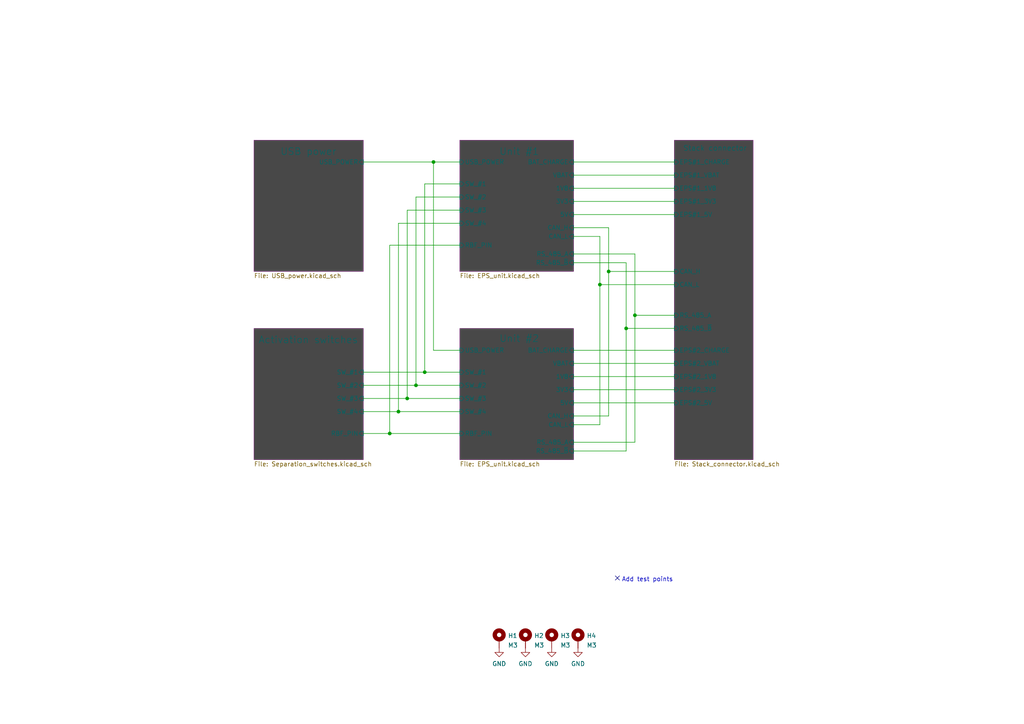
<source format=kicad_sch>
(kicad_sch (version 20210621) (generator eeschema)

  (uuid 2f49f543-5223-4acc-affe-b0eb7ad36a1d)

  (paper "A4")

  (title_block
    (title "BUTCube - EPS")
    (date "2021-06-01")
    (rev "v1.0")
    (company "VUT - FIT(STRaDe) & FME(IAE & IPE)")
    (comment 1 "Author: Petr Malaník")
  )

  

  (junction (at 113.03 125.73) (diameter 0.9144) (color 0 0 0 0))
  (junction (at 115.57 119.38) (diameter 0.9144) (color 0 0 0 0))
  (junction (at 118.11 115.57) (diameter 0.9144) (color 0 0 0 0))
  (junction (at 120.65 111.76) (diameter 0.9144) (color 0 0 0 0))
  (junction (at 123.19 107.95) (diameter 0.9144) (color 0 0 0 0))
  (junction (at 125.73 46.99) (diameter 0.9144) (color 0 0 0 0))
  (junction (at 173.99 82.55) (diameter 0.9144) (color 0 0 0 0))
  (junction (at 176.53 78.74) (diameter 0.9144) (color 0 0 0 0))
  (junction (at 181.61 95.25) (diameter 0.9144) (color 0 0 0 0))
  (junction (at 184.15 91.44) (diameter 0.9144) (color 0 0 0 0))

  (no_connect (at 179.07 167.64) (uuid c030b032-d7af-45c7-bdc1-1b5a6cd0cb61))

  (wire (pts (xy 105.41 46.99) (xy 125.73 46.99))
    (stroke (width 0) (type solid) (color 0 0 0 0))
    (uuid 39990d10-2636-470a-8dd5-6255feb3ba27)
  )
  (wire (pts (xy 105.41 107.95) (xy 123.19 107.95))
    (stroke (width 0) (type solid) (color 0 0 0 0))
    (uuid df770236-41b6-45f9-8f4d-b4750f497ffc)
  )
  (wire (pts (xy 105.41 111.76) (xy 120.65 111.76))
    (stroke (width 0) (type solid) (color 0 0 0 0))
    (uuid c91ad63e-0455-4a44-9210-cce803398cf8)
  )
  (wire (pts (xy 105.41 115.57) (xy 118.11 115.57))
    (stroke (width 0) (type solid) (color 0 0 0 0))
    (uuid 7fadf95b-c98f-45d0-aaee-726f0e9f089a)
  )
  (wire (pts (xy 105.41 119.38) (xy 115.57 119.38))
    (stroke (width 0) (type solid) (color 0 0 0 0))
    (uuid d0827bb6-f615-4cc4-b1de-e74a8a10425b)
  )
  (wire (pts (xy 105.41 125.73) (xy 113.03 125.73))
    (stroke (width 0) (type solid) (color 0 0 0 0))
    (uuid a81aaad3-2cca-4612-86d1-cf4ccba5352d)
  )
  (wire (pts (xy 113.03 71.12) (xy 113.03 125.73))
    (stroke (width 0) (type solid) (color 0 0 0 0))
    (uuid 6fcd28e9-6a35-4e93-98fc-a1ecd8afe745)
  )
  (wire (pts (xy 113.03 71.12) (xy 133.35 71.12))
    (stroke (width 0) (type solid) (color 0 0 0 0))
    (uuid 3ddf8b90-252a-4aac-83e5-e5b72b80ec5b)
  )
  (wire (pts (xy 113.03 125.73) (xy 133.35 125.73))
    (stroke (width 0) (type solid) (color 0 0 0 0))
    (uuid a81aaad3-2cca-4612-86d1-cf4ccba5352d)
  )
  (wire (pts (xy 115.57 64.77) (xy 115.57 119.38))
    (stroke (width 0) (type solid) (color 0 0 0 0))
    (uuid fc7b25b8-5f0d-4da0-9b47-5506b22a323f)
  )
  (wire (pts (xy 115.57 64.77) (xy 133.35 64.77))
    (stroke (width 0) (type solid) (color 0 0 0 0))
    (uuid fc7b25b8-5f0d-4da0-9b47-5506b22a323f)
  )
  (wire (pts (xy 115.57 119.38) (xy 133.35 119.38))
    (stroke (width 0) (type solid) (color 0 0 0 0))
    (uuid d0827bb6-f615-4cc4-b1de-e74a8a10425b)
  )
  (wire (pts (xy 118.11 60.96) (xy 118.11 115.57))
    (stroke (width 0) (type solid) (color 0 0 0 0))
    (uuid 28b88e8e-1e21-47e1-b3e6-ad9ae3d80309)
  )
  (wire (pts (xy 118.11 60.96) (xy 133.35 60.96))
    (stroke (width 0) (type solid) (color 0 0 0 0))
    (uuid 9af13be1-4127-4983-8a62-21f0c5e677f8)
  )
  (wire (pts (xy 118.11 115.57) (xy 133.35 115.57))
    (stroke (width 0) (type solid) (color 0 0 0 0))
    (uuid 7fadf95b-c98f-45d0-aaee-726f0e9f089a)
  )
  (wire (pts (xy 120.65 57.15) (xy 120.65 111.76))
    (stroke (width 0) (type solid) (color 0 0 0 0))
    (uuid 97bcad82-21a1-4a05-bba7-d1da494dcf5c)
  )
  (wire (pts (xy 120.65 57.15) (xy 133.35 57.15))
    (stroke (width 0) (type solid) (color 0 0 0 0))
    (uuid 20988d9c-96bb-441c-ba1b-f552dc3dfdc4)
  )
  (wire (pts (xy 120.65 111.76) (xy 133.35 111.76))
    (stroke (width 0) (type solid) (color 0 0 0 0))
    (uuid c91ad63e-0455-4a44-9210-cce803398cf8)
  )
  (wire (pts (xy 123.19 53.34) (xy 123.19 107.95))
    (stroke (width 0) (type solid) (color 0 0 0 0))
    (uuid bd5ab02c-5695-4766-909c-6e13f745cd34)
  )
  (wire (pts (xy 123.19 53.34) (xy 133.35 53.34))
    (stroke (width 0) (type solid) (color 0 0 0 0))
    (uuid 032c6dfb-879c-4d01-ad0a-2882b27e5b70)
  )
  (wire (pts (xy 123.19 107.95) (xy 133.35 107.95))
    (stroke (width 0) (type solid) (color 0 0 0 0))
    (uuid df770236-41b6-45f9-8f4d-b4750f497ffc)
  )
  (wire (pts (xy 125.73 46.99) (xy 125.73 101.6))
    (stroke (width 0) (type solid) (color 0 0 0 0))
    (uuid c6301f0f-a523-4815-8ad7-fb6588ea15b5)
  )
  (wire (pts (xy 125.73 46.99) (xy 133.35 46.99))
    (stroke (width 0) (type solid) (color 0 0 0 0))
    (uuid 39990d10-2636-470a-8dd5-6255feb3ba27)
  )
  (wire (pts (xy 125.73 101.6) (xy 133.35 101.6))
    (stroke (width 0) (type solid) (color 0 0 0 0))
    (uuid c6301f0f-a523-4815-8ad7-fb6588ea15b5)
  )
  (wire (pts (xy 166.37 46.99) (xy 195.58 46.99))
    (stroke (width 0) (type solid) (color 0 0 0 0))
    (uuid 72d37ceb-29ad-4242-adaf-0c4e5b2b9938)
  )
  (wire (pts (xy 166.37 50.8) (xy 195.58 50.8))
    (stroke (width 0) (type solid) (color 0 0 0 0))
    (uuid 845636b2-ee51-4dbc-b13b-8f1f2da57aea)
  )
  (wire (pts (xy 166.37 54.61) (xy 195.58 54.61))
    (stroke (width 0) (type solid) (color 0 0 0 0))
    (uuid 6d7d4401-2426-434e-bb6e-ed012b7b0ae6)
  )
  (wire (pts (xy 166.37 58.42) (xy 195.58 58.42))
    (stroke (width 0) (type solid) (color 0 0 0 0))
    (uuid c623b167-0c01-4997-b30f-22380c7c9d93)
  )
  (wire (pts (xy 166.37 62.23) (xy 195.58 62.23))
    (stroke (width 0) (type solid) (color 0 0 0 0))
    (uuid cdb85114-9dc1-4a0f-a0f7-f6f2a2f6b6d6)
  )
  (wire (pts (xy 166.37 66.04) (xy 176.53 66.04))
    (stroke (width 0) (type solid) (color 0 0 0 0))
    (uuid c7ef951f-158d-4037-8e80-1062c966df60)
  )
  (wire (pts (xy 166.37 68.58) (xy 173.99 68.58))
    (stroke (width 0) (type solid) (color 0 0 0 0))
    (uuid 8de3abed-965f-44ba-848c-3b47fda5bd31)
  )
  (wire (pts (xy 166.37 73.66) (xy 184.15 73.66))
    (stroke (width 0) (type solid) (color 0 0 0 0))
    (uuid f11929fb-48ae-48a8-bdf8-497fabe6f7a2)
  )
  (wire (pts (xy 166.37 76.2) (xy 181.61 76.2))
    (stroke (width 0) (type solid) (color 0 0 0 0))
    (uuid b23b1cda-6e9c-437a-bc6b-2dc112befb78)
  )
  (wire (pts (xy 166.37 101.6) (xy 195.58 101.6))
    (stroke (width 0) (type solid) (color 0 0 0 0))
    (uuid adcd18a4-7a73-495e-af1b-c3a5376e0d2d)
  )
  (wire (pts (xy 166.37 105.41) (xy 195.58 105.41))
    (stroke (width 0) (type solid) (color 0 0 0 0))
    (uuid 9971f006-26d5-4d5f-91dd-8032b2c805b7)
  )
  (wire (pts (xy 166.37 109.22) (xy 195.58 109.22))
    (stroke (width 0) (type solid) (color 0 0 0 0))
    (uuid 831b5664-9140-4dfa-b1c6-4e9a07992941)
  )
  (wire (pts (xy 166.37 113.03) (xy 195.58 113.03))
    (stroke (width 0) (type solid) (color 0 0 0 0))
    (uuid c8f3d5c7-3eae-4dd1-86bd-173fb211f0e0)
  )
  (wire (pts (xy 166.37 116.84) (xy 195.58 116.84))
    (stroke (width 0) (type solid) (color 0 0 0 0))
    (uuid 1ab9aaad-f443-49cb-b7be-f518147b731c)
  )
  (wire (pts (xy 166.37 120.65) (xy 176.53 120.65))
    (stroke (width 0) (type solid) (color 0 0 0 0))
    (uuid ef1866a5-a190-4062-bcb3-3ac90d69f45f)
  )
  (wire (pts (xy 166.37 123.19) (xy 173.99 123.19))
    (stroke (width 0) (type solid) (color 0 0 0 0))
    (uuid 172b9a22-ed69-49a1-9594-7673bcf8544c)
  )
  (wire (pts (xy 166.37 128.27) (xy 184.15 128.27))
    (stroke (width 0) (type solid) (color 0 0 0 0))
    (uuid 2aed7984-1d53-4d28-ac6e-dd23612cb706)
  )
  (wire (pts (xy 166.37 130.81) (xy 181.61 130.81))
    (stroke (width 0) (type solid) (color 0 0 0 0))
    (uuid b23b1cda-6e9c-437a-bc6b-2dc112befb78)
  )
  (wire (pts (xy 173.99 68.58) (xy 173.99 82.55))
    (stroke (width 0) (type solid) (color 0 0 0 0))
    (uuid 4f0b826a-c89c-40b8-a091-fc56aa9a68c8)
  )
  (wire (pts (xy 173.99 82.55) (xy 173.99 123.19))
    (stroke (width 0) (type solid) (color 0 0 0 0))
    (uuid 4f0b826a-c89c-40b8-a091-fc56aa9a68c8)
  )
  (wire (pts (xy 173.99 82.55) (xy 195.58 82.55))
    (stroke (width 0) (type solid) (color 0 0 0 0))
    (uuid bc50f196-3c1c-4a58-be77-bd3d31947694)
  )
  (wire (pts (xy 176.53 66.04) (xy 176.53 78.74))
    (stroke (width 0) (type solid) (color 0 0 0 0))
    (uuid 92a5b41c-31dc-4aca-b92c-0d5ca44de9dd)
  )
  (wire (pts (xy 176.53 78.74) (xy 176.53 120.65))
    (stroke (width 0) (type solid) (color 0 0 0 0))
    (uuid 92a5b41c-31dc-4aca-b92c-0d5ca44de9dd)
  )
  (wire (pts (xy 176.53 78.74) (xy 195.58 78.74))
    (stroke (width 0) (type solid) (color 0 0 0 0))
    (uuid c4374f4f-76c3-4c58-a04b-9bcb72734dc0)
  )
  (wire (pts (xy 181.61 76.2) (xy 181.61 95.25))
    (stroke (width 0) (type solid) (color 0 0 0 0))
    (uuid b23b1cda-6e9c-437a-bc6b-2dc112befb78)
  )
  (wire (pts (xy 181.61 95.25) (xy 181.61 130.81))
    (stroke (width 0) (type solid) (color 0 0 0 0))
    (uuid b23b1cda-6e9c-437a-bc6b-2dc112befb78)
  )
  (wire (pts (xy 181.61 95.25) (xy 195.58 95.25))
    (stroke (width 0) (type solid) (color 0 0 0 0))
    (uuid 7f8d828c-1cad-40ae-9210-d48af3649225)
  )
  (wire (pts (xy 184.15 73.66) (xy 184.15 91.44))
    (stroke (width 0) (type solid) (color 0 0 0 0))
    (uuid 2aed7984-1d53-4d28-ac6e-dd23612cb706)
  )
  (wire (pts (xy 184.15 91.44) (xy 184.15 128.27))
    (stroke (width 0) (type solid) (color 0 0 0 0))
    (uuid 2aed7984-1d53-4d28-ac6e-dd23612cb706)
  )
  (wire (pts (xy 184.15 91.44) (xy 195.58 91.44))
    (stroke (width 0) (type solid) (color 0 0 0 0))
    (uuid 843a6978-2097-4150-b1ab-683764d21ae3)
  )

  (text "Add test points\n" (at 180.34 168.91 0)
    (effects (font (size 1.27 1.27)) (justify left bottom))
    (uuid 5cb49ac3-28ff-4a74-8db0-aeeaecd9e416)
  )

  (symbol (lib_id "power:GND") (at 144.78 187.96 0) (unit 1)
    (in_bom yes) (on_board yes) (fields_autoplaced)
    (uuid 4bfdf05e-97d1-443f-9474-51eaf1416cb1)
    (property "Reference" "#PWR01" (id 0) (at 144.78 194.31 0)
      (effects (font (size 1.27 1.27)) hide)
    )
    (property "Value" "GND" (id 1) (at 144.78 192.5226 0))
    (property "Footprint" "" (id 2) (at 144.78 187.96 0)
      (effects (font (size 1.27 1.27)) hide)
    )
    (property "Datasheet" "" (id 3) (at 144.78 187.96 0)
      (effects (font (size 1.27 1.27)) hide)
    )
    (pin "1" (uuid b2779e9b-29ad-43d8-a92e-ec41b5a13471))
  )

  (symbol (lib_id "power:GND") (at 152.4 187.96 0) (unit 1)
    (in_bom yes) (on_board yes) (fields_autoplaced)
    (uuid 08196bea-4396-40f8-a9e4-4c3d4398a36a)
    (property "Reference" "#PWR02" (id 0) (at 152.4 194.31 0)
      (effects (font (size 1.27 1.27)) hide)
    )
    (property "Value" "GND" (id 1) (at 152.4 192.5226 0))
    (property "Footprint" "" (id 2) (at 152.4 187.96 0)
      (effects (font (size 1.27 1.27)) hide)
    )
    (property "Datasheet" "" (id 3) (at 152.4 187.96 0)
      (effects (font (size 1.27 1.27)) hide)
    )
    (pin "1" (uuid f39e3122-ed59-4483-9a90-26e7e6365c2d))
  )

  (symbol (lib_id "power:GND") (at 160.02 187.96 0) (unit 1)
    (in_bom yes) (on_board yes) (fields_autoplaced)
    (uuid d40190e9-8c25-445f-93b8-fe31be1b7c26)
    (property "Reference" "#PWR03" (id 0) (at 160.02 194.31 0)
      (effects (font (size 1.27 1.27)) hide)
    )
    (property "Value" "GND" (id 1) (at 160.02 192.5226 0))
    (property "Footprint" "" (id 2) (at 160.02 187.96 0)
      (effects (font (size 1.27 1.27)) hide)
    )
    (property "Datasheet" "" (id 3) (at 160.02 187.96 0)
      (effects (font (size 1.27 1.27)) hide)
    )
    (pin "1" (uuid a00eab10-f171-4e96-80c9-53dbf34eb8c2))
  )

  (symbol (lib_id "power:GND") (at 167.64 187.96 0) (unit 1)
    (in_bom yes) (on_board yes) (fields_autoplaced)
    (uuid 0893530c-6aec-47f3-bd7f-29cda7ecd092)
    (property "Reference" "#PWR04" (id 0) (at 167.64 194.31 0)
      (effects (font (size 1.27 1.27)) hide)
    )
    (property "Value" "GND" (id 1) (at 167.64 192.5226 0))
    (property "Footprint" "" (id 2) (at 167.64 187.96 0)
      (effects (font (size 1.27 1.27)) hide)
    )
    (property "Datasheet" "" (id 3) (at 167.64 187.96 0)
      (effects (font (size 1.27 1.27)) hide)
    )
    (pin "1" (uuid 18100b89-ed6f-4bdc-9547-1227a8d06755))
  )

  (symbol (lib_id "Mechanical:MountingHole_Pad") (at 144.78 185.42 0) (unit 1)
    (in_bom yes) (on_board yes) (fields_autoplaced)
    (uuid 66bf6f6c-97e9-486c-9eaa-26a402f80b15)
    (property "Reference" "H1" (id 0) (at 147.3201 184.3845 0)
      (effects (font (size 1.27 1.27)) (justify left))
    )
    (property "Value" "M3" (id 1) (at 147.3201 187.1596 0)
      (effects (font (size 1.27 1.27)) (justify left))
    )
    (property "Footprint" "MountingHole:MountingHole_3.2mm_M3_Pad_Via" (id 2) (at 144.78 185.42 0)
      (effects (font (size 1.27 1.27)) hide)
    )
    (property "Datasheet" "~" (id 3) (at 144.78 185.42 0)
      (effects (font (size 1.27 1.27)) hide)
    )
    (pin "1" (uuid bd78bb1f-5b75-42f5-b169-c00756757142))
  )

  (symbol (lib_id "Mechanical:MountingHole_Pad") (at 152.4 185.42 0) (unit 1)
    (in_bom yes) (on_board yes) (fields_autoplaced)
    (uuid 607cafa5-2b9a-44fe-b751-2f216b0c73a3)
    (property "Reference" "H2" (id 0) (at 154.9401 184.3845 0)
      (effects (font (size 1.27 1.27)) (justify left))
    )
    (property "Value" "M3" (id 1) (at 154.9401 187.1596 0)
      (effects (font (size 1.27 1.27)) (justify left))
    )
    (property "Footprint" "MountingHole:MountingHole_3.2mm_M3_Pad_Via" (id 2) (at 152.4 185.42 0)
      (effects (font (size 1.27 1.27)) hide)
    )
    (property "Datasheet" "~" (id 3) (at 152.4 185.42 0)
      (effects (font (size 1.27 1.27)) hide)
    )
    (pin "1" (uuid 486f9c14-4583-45cf-b1c8-6f931c8edaa5))
  )

  (symbol (lib_id "Mechanical:MountingHole_Pad") (at 160.02 185.42 0) (unit 1)
    (in_bom yes) (on_board yes) (fields_autoplaced)
    (uuid d97bd976-5441-47dd-a3c9-14beb9eb2176)
    (property "Reference" "H3" (id 0) (at 162.5601 184.3845 0)
      (effects (font (size 1.27 1.27)) (justify left))
    )
    (property "Value" "M3" (id 1) (at 162.5601 187.1596 0)
      (effects (font (size 1.27 1.27)) (justify left))
    )
    (property "Footprint" "MountingHole:MountingHole_3.2mm_M3_Pad_Via" (id 2) (at 160.02 185.42 0)
      (effects (font (size 1.27 1.27)) hide)
    )
    (property "Datasheet" "~" (id 3) (at 160.02 185.42 0)
      (effects (font (size 1.27 1.27)) hide)
    )
    (pin "1" (uuid 26313712-7b9b-4b45-b0d0-642f64524de1))
  )

  (symbol (lib_id "Mechanical:MountingHole_Pad") (at 167.64 185.42 0) (unit 1)
    (in_bom yes) (on_board yes) (fields_autoplaced)
    (uuid bf4313bb-3c20-48f9-91dc-f33dc0ea2294)
    (property "Reference" "H4" (id 0) (at 170.1801 184.3845 0)
      (effects (font (size 1.27 1.27)) (justify left))
    )
    (property "Value" "M3" (id 1) (at 170.1801 187.1596 0)
      (effects (font (size 1.27 1.27)) (justify left))
    )
    (property "Footprint" "MountingHole:MountingHole_3.2mm_M3_Pad_Via" (id 2) (at 167.64 185.42 0)
      (effects (font (size 1.27 1.27)) hide)
    )
    (property "Datasheet" "~" (id 3) (at 167.64 185.42 0)
      (effects (font (size 1.27 1.27)) hide)
    )
    (pin "1" (uuid 33821509-c07e-4f01-961b-8ad89ce1a83b))
  )

  (sheet (at 73.66 95.25) (size 31.75 38.1)
    (stroke (width 0.001) (type solid) (color 132 0 132 1))
    (fill (color 72 72 72 1.0000))
    (uuid 0af26628-79d2-4b82-8720-d6410a59bab5)
    (property "Sheet name" "Activation switches" (id 0) (at 74.93 99.6941 0)
      (effects (font (size 2 2)) (justify left bottom))
    )
    (property "Sheet file" "Separation_switches.kicad_sch" (id 1) (at 73.66 133.8589 0)
      (effects (font (size 1.27 1.27)) (justify left top))
    )
    (pin "SW_#3" input (at 105.41 115.57 0)
      (effects (font (size 1.27 1.27)) (justify right))
      (uuid 13cdd1f4-a969-4c56-a13c-17dbff0deb0e)
    )
    (pin "SW_#4" input (at 105.41 119.38 0)
      (effects (font (size 1.27 1.27)) (justify right))
      (uuid 34e689d2-1002-420c-9eba-a99ad898f376)
    )
    (pin "SW_#1" input (at 105.41 107.95 0)
      (effects (font (size 1.27 1.27)) (justify right))
      (uuid 88cfb714-55a3-4baf-9d16-76180211f254)
    )
    (pin "SW_#2" input (at 105.41 111.76 0)
      (effects (font (size 1.27 1.27)) (justify right))
      (uuid 734cf6bf-c43b-4959-8567-23ee74db617a)
    )
    (pin "RBF_PIN" input (at 105.41 125.73 0)
      (effects (font (size 1.27 1.27)) (justify right))
      (uuid fc0e9d89-048c-4c39-b341-80a41407ca57)
    )
  )

  (sheet (at 195.58 40.64) (size 22.86 92.71)
    (stroke (width 0.001) (type solid) (color 132 0 132 1))
    (fill (color 72 72 72 1.0000))
    (uuid 1e440c8e-d82c-43a9-85f4-bc6a89310980)
    (property "Sheet name" "Stack connector" (id 0) (at 198.12 43.8141 0)
      (effects (font (size 1.5 1.5)) (justify left bottom))
    )
    (property "Sheet file" "Stack_connector.kicad_sch" (id 1) (at 195.58 133.8589 0)
      (effects (font (size 1.27 1.27)) (justify left top))
    )
    (pin "EPS#2_1V8" input (at 195.58 109.22 180)
      (effects (font (size 1.27 1.27)) (justify left))
      (uuid 16adb083-2cce-499e-a28e-6f8835f86915)
    )
    (pin "EPS#2_5V" input (at 195.58 116.84 180)
      (effects (font (size 1.27 1.27)) (justify left))
      (uuid 1e67d3c3-b075-44dd-8c64-15f0c067f243)
    )
    (pin "EPS#2_VBAT" input (at 195.58 105.41 180)
      (effects (font (size 1.27 1.27)) (justify left))
      (uuid 569f1762-021f-4109-9f1c-34290f12d237)
    )
    (pin "EPS#1_5V" input (at 195.58 62.23 180)
      (effects (font (size 1.27 1.27)) (justify left))
      (uuid 5d065a7f-feb9-4371-9824-d93115467097)
    )
    (pin "EPS#1_3V3" input (at 195.58 58.42 180)
      (effects (font (size 1.27 1.27)) (justify left))
      (uuid 56b6276e-b251-4781-811b-f0b1224bad22)
    )
    (pin "EPS#1_1V8" input (at 195.58 54.61 180)
      (effects (font (size 1.27 1.27)) (justify left))
      (uuid 39dd60d6-c6c1-496d-9143-6501cdbbb5a8)
    )
    (pin "EPS#1_VBAT" input (at 195.58 50.8 180)
      (effects (font (size 1.27 1.27)) (justify left))
      (uuid 10c73010-979a-40f4-97c1-4c3fb5d029b1)
    )
    (pin "EPS#2_3V3" input (at 195.58 113.03 180)
      (effects (font (size 1.27 1.27)) (justify left))
      (uuid 37f921bc-27d4-4edc-b2f7-a451a3f0d73b)
    )
    (pin "CAN_H" input (at 195.58 78.74 180)
      (effects (font (size 1.27 1.27)) (justify left))
      (uuid 4694a4a0-34e4-43ea-a45b-d4190ae2c581)
    )
    (pin "CAN_L" input (at 195.58 82.55 180)
      (effects (font (size 1.27 1.27)) (justify left))
      (uuid 8a9564f0-2bba-4131-9f7f-ffe57c5b4566)
    )
    (pin "RS_485_A" input (at 195.58 91.44 180)
      (effects (font (size 1.27 1.27)) (justify left))
      (uuid 7195805c-f287-416f-8bb4-a139c7accffc)
    )
    (pin "RS_485_~{B}" input (at 195.58 95.25 180)
      (effects (font (size 1.27 1.27)) (justify left))
      (uuid 05ab5a44-88ce-4a13-adc8-8367f98530fd)
    )
    (pin "EPS#1_CHARGE" input (at 195.58 46.99 180)
      (effects (font (size 1.27 1.27)) (justify left))
      (uuid f88dd329-f6ed-4ab5-95f2-752c0444ff60)
    )
    (pin "EPS#2_CHARGE" input (at 195.58 101.6 180)
      (effects (font (size 1.27 1.27)) (justify left))
      (uuid 84963184-203a-4d58-a506-c8fa40bb77f8)
    )
  )

  (sheet (at 73.66 40.64) (size 31.75 38.1)
    (stroke (width 0.001) (type solid) (color 132 0 132 1))
    (fill (color 72 72 72 1.0000))
    (uuid f0a44c9a-59f0-4df3-a6f8-7f380764821e)
    (property "Sheet name" "USB power" (id 0) (at 81.28 45.0841 0)
      (effects (font (size 2 2)) (justify left bottom))
    )
    (property "Sheet file" "USB_power.kicad_sch" (id 1) (at 73.66 79.2489 0)
      (effects (font (size 1.27 1.27)) (justify left top))
    )
    (pin "USB_POWER" input (at 105.41 46.99 0)
      (effects (font (size 1.27 1.27)) (justify right))
      (uuid 2adcf26e-3a81-4561-b2db-6ebf7d3f5026)
    )
  )

  (sheet (at 133.35 40.64) (size 33.02 38.1)
    (stroke (width 0.001) (type solid) (color 132 0 132 1))
    (fill (color 72 72 72 1.0000))
    (uuid 3fbfe5f5-450c-4c51-813c-f3d5ddddd4e3)
    (property "Sheet name" "Unit #1" (id 0) (at 144.78 45.0841 0)
      (effects (font (size 2 2)) (justify left bottom))
    )
    (property "Sheet file" "EPS_unit.kicad_sch" (id 1) (at 133.35 79.2489 0)
      (effects (font (size 1.27 1.27)) (justify left top))
    )
    (pin "USB_POWER" input (at 133.35 46.99 180)
      (effects (font (size 1.27 1.27)) (justify left))
      (uuid 8abf4e2d-ffed-495f-a30b-6cb3441c297d)
    )
    (pin "SW_#1" input (at 133.35 53.34 180)
      (effects (font (size 1.27 1.27)) (justify left))
      (uuid fc9b713e-b551-4d0f-a708-acf5dd4e98fc)
    )
    (pin "SW_#3" input (at 133.35 60.96 180)
      (effects (font (size 1.27 1.27)) (justify left))
      (uuid b99b2ccf-e69f-4195-ba06-a4ac30f68983)
    )
    (pin "SW_#4" input (at 133.35 64.77 180)
      (effects (font (size 1.27 1.27)) (justify left))
      (uuid 186624c3-1a9e-4802-9d08-a647b28a9dfe)
    )
    (pin "SW_#2" input (at 133.35 57.15 180)
      (effects (font (size 1.27 1.27)) (justify left))
      (uuid b74550bf-3ae9-404a-aef5-c3eacdd1562c)
    )
    (pin "5V" input (at 166.37 62.23 0)
      (effects (font (size 1.27 1.27)) (justify right))
      (uuid faf9bf62-d323-4497-813f-401a9e565ba4)
    )
    (pin "1V8" input (at 166.37 54.61 0)
      (effects (font (size 1.27 1.27)) (justify right))
      (uuid 01781dbd-4a52-427e-bd46-333457825422)
    )
    (pin "VBAT" input (at 166.37 50.8 0)
      (effects (font (size 1.27 1.27)) (justify right))
      (uuid 31447997-f231-4703-8b6f-c1981ddcacfe)
    )
    (pin "3V3" input (at 166.37 58.42 0)
      (effects (font (size 1.27 1.27)) (justify right))
      (uuid 68858264-f83e-4007-bc47-cd53503aecef)
    )
    (pin "CAN_H" input (at 166.37 66.04 0)
      (effects (font (size 1.27 1.27)) (justify right))
      (uuid 8e5a80db-fdac-4ca3-8993-123c8dd62fb3)
    )
    (pin "CAN_L" input (at 166.37 68.58 0)
      (effects (font (size 1.27 1.27)) (justify right))
      (uuid f3ca86ee-3ea9-4f9d-8bf8-ec8a4bcf7d70)
    )
    (pin "RBF_PIN" input (at 133.35 71.12 180)
      (effects (font (size 1.27 1.27)) (justify left))
      (uuid 44044b78-5628-4072-86bc-5009215c160f)
    )
    (pin "RS_485_A" input (at 166.37 73.66 0)
      (effects (font (size 1.27 1.27)) (justify right))
      (uuid 0cec60c8-0c50-467f-9105-dcedbd231725)
    )
    (pin "BAT_CHARGE" input (at 166.37 46.99 0)
      (effects (font (size 1.27 1.27)) (justify right))
      (uuid a1a883e1-109f-42f3-b2fe-8391c0c1a953)
    )
    (pin "RS_485_~{B}" input (at 166.37 76.2 0)
      (effects (font (size 1.27 1.27)) (justify right))
      (uuid 6b19df93-4a1d-4f45-8f9f-ff87e5a7e674)
    )
  )

  (sheet (at 133.35 95.25) (size 33.02 38.1)
    (stroke (width 0.001) (type solid) (color 132 0 132 1))
    (fill (color 72 72 72 1.0000))
    (uuid 4b3a0e0d-cdd4-41ca-aa78-0f9d521766f0)
    (property "Sheet name" "Unit #2" (id 0) (at 144.78 99.3291 0)
      (effects (font (size 2 2)) (justify left bottom))
    )
    (property "Sheet file" "EPS_unit.kicad_sch" (id 1) (at 133.35 133.8589 0)
      (effects (font (size 1.27 1.27)) (justify left top))
    )
    (pin "USB_POWER" input (at 133.35 101.6 180)
      (effects (font (size 1.27 1.27)) (justify left))
      (uuid f3493f2e-3c7d-4a05-9b39-8661b2518463)
    )
    (pin "SW_#1" input (at 133.35 107.95 180)
      (effects (font (size 1.27 1.27)) (justify left))
      (uuid 36c4b42a-5bcc-4421-81d8-670007be965f)
    )
    (pin "SW_#3" input (at 133.35 115.57 180)
      (effects (font (size 1.27 1.27)) (justify left))
      (uuid 08ca2aa9-03a2-477c-b866-94851d126ccb)
    )
    (pin "SW_#4" input (at 133.35 119.38 180)
      (effects (font (size 1.27 1.27)) (justify left))
      (uuid 95b36079-91ce-4fd0-987a-6792f7aad3b0)
    )
    (pin "SW_#2" input (at 133.35 111.76 180)
      (effects (font (size 1.27 1.27)) (justify left))
      (uuid ee407556-77f4-477b-8f11-b766b5f9fb6d)
    )
    (pin "5V" input (at 166.37 116.84 0)
      (effects (font (size 1.27 1.27)) (justify right))
      (uuid de15d2a9-3a16-4bd5-9687-dd77c8a7b792)
    )
    (pin "1V8" input (at 166.37 109.22 0)
      (effects (font (size 1.27 1.27)) (justify right))
      (uuid c13b1f32-8e94-4b67-b6aa-a36e1da5a263)
    )
    (pin "VBAT" input (at 166.37 105.41 0)
      (effects (font (size 1.27 1.27)) (justify right))
      (uuid abe7f910-e16d-4080-b79f-b50230f412f6)
    )
    (pin "3V3" input (at 166.37 113.03 0)
      (effects (font (size 1.27 1.27)) (justify right))
      (uuid 4599a2e5-8408-4249-af92-bfe479f28a92)
    )
    (pin "CAN_H" input (at 166.37 120.65 0)
      (effects (font (size 1.27 1.27)) (justify right))
      (uuid 6c64c5de-f31e-4a53-a2ae-3d8803847188)
    )
    (pin "CAN_L" input (at 166.37 123.19 0)
      (effects (font (size 1.27 1.27)) (justify right))
      (uuid 50599a56-2ac9-4681-8f8e-75a06c674182)
    )
    (pin "RBF_PIN" input (at 133.35 125.73 180)
      (effects (font (size 1.27 1.27)) (justify left))
      (uuid 3814cad2-a01a-4716-9f5a-76b82bfb45e7)
    )
    (pin "RS_485_A" input (at 166.37 128.27 0)
      (effects (font (size 1.27 1.27)) (justify right))
      (uuid 3af7c658-49fb-448e-a1a3-e948523295de)
    )
    (pin "BAT_CHARGE" input (at 166.37 101.6 0)
      (effects (font (size 1.27 1.27)) (justify right))
      (uuid 9a077e5c-d58f-421d-858b-f329c1afe2ee)
    )
    (pin "RS_485_~{B}" input (at 166.37 130.81 0)
      (effects (font (size 1.27 1.27)) (justify right))
      (uuid 27e931c7-8d92-4269-a0bf-48e3a148167c)
    )
  )

  (sheet_instances
    (path "/" (page "1"))
    (path "/3fbfe5f5-450c-4c51-813c-f3d5ddddd4e3/d0e7f43c-19e1-457f-9b3c-08ae18c73b14" (page "2"))
    (path "/3fbfe5f5-450c-4c51-813c-f3d5ddddd4e3/6fb8053f-42ce-42af-8e9e-aced75a63ce0" (page "3"))
    (path "/3fbfe5f5-450c-4c51-813c-f3d5ddddd4e3/69a229f7-d3f6-4b7d-9358-aa1002ac32e6" (page "4"))
    (path "/3fbfe5f5-450c-4c51-813c-f3d5ddddd4e3/855c8417-ab94-4328-91c9-4e7cdd76a6fe" (page "5"))
    (path "/3fbfe5f5-450c-4c51-813c-f3d5ddddd4e3/d47b1e7e-fcc0-4d86-b637-7d4c2188f2da" (page "6"))
    (path "/3fbfe5f5-450c-4c51-813c-f3d5ddddd4e3/4d48ecf9-6144-4763-9050-ec9ac6b81740" (page "7"))
    (path "/3fbfe5f5-450c-4c51-813c-f3d5ddddd4e3/ec290dc2-3082-4271-9841-619347ff30bc" (page "9"))
    (path "/3fbfe5f5-450c-4c51-813c-f3d5ddddd4e3/e90aa45b-e371-4d9f-a40f-45b62d6b0cc2" (page "10"))
    (path "/3fbfe5f5-450c-4c51-813c-f3d5ddddd4e3" (page "11"))
    (path "/4b3a0e0d-cdd4-41ca-aa78-0f9d521766f0" (page "12"))
    (path "/1e440c8e-d82c-43a9-85f4-bc6a89310980" (page "13"))
    (path "/4b3a0e0d-cdd4-41ca-aa78-0f9d521766f0/d0e7f43c-19e1-457f-9b3c-08ae18c73b14" (page "14"))
    (path "/4b3a0e0d-cdd4-41ca-aa78-0f9d521766f0/6fb8053f-42ce-42af-8e9e-aced75a63ce0" (page "15"))
    (path "/4b3a0e0d-cdd4-41ca-aa78-0f9d521766f0/69a229f7-d3f6-4b7d-9358-aa1002ac32e6" (page "16"))
    (path "/4b3a0e0d-cdd4-41ca-aa78-0f9d521766f0/855c8417-ab94-4328-91c9-4e7cdd76a6fe" (page "17"))
    (path "/4b3a0e0d-cdd4-41ca-aa78-0f9d521766f0/d47b1e7e-fcc0-4d86-b637-7d4c2188f2da" (page "18"))
    (path "/4b3a0e0d-cdd4-41ca-aa78-0f9d521766f0/4d48ecf9-6144-4763-9050-ec9ac6b81740" (page "19"))
    (path "/4b3a0e0d-cdd4-41ca-aa78-0f9d521766f0/ec290dc2-3082-4271-9841-619347ff30bc" (page "21"))
    (path "/4b3a0e0d-cdd4-41ca-aa78-0f9d521766f0/e90aa45b-e371-4d9f-a40f-45b62d6b0cc2" (page "22"))
    (path "/3fbfe5f5-450c-4c51-813c-f3d5ddddd4e3/69a229f7-d3f6-4b7d-9358-aa1002ac32e6/fb01cd5e-1324-455d-9a7b-216b2478d8a1" (page "23"))
    (path "/4b3a0e0d-cdd4-41ca-aa78-0f9d521766f0/69a229f7-d3f6-4b7d-9358-aa1002ac32e6/fb01cd5e-1324-455d-9a7b-216b2478d8a1" (page "24"))
    (path "/3fbfe5f5-450c-4c51-813c-f3d5ddddd4e3/e90aa45b-e371-4d9f-a40f-45b62d6b0cc2/a12e4ae2-0082-44ab-871d-8bf2750427af" (page "25"))
    (path "/4b3a0e0d-cdd4-41ca-aa78-0f9d521766f0/e90aa45b-e371-4d9f-a40f-45b62d6b0cc2/a12e4ae2-0082-44ab-871d-8bf2750427af" (page "26"))
    (path "/3fbfe5f5-450c-4c51-813c-f3d5ddddd4e3/e90aa45b-e371-4d9f-a40f-45b62d6b0cc2/b028d684-e73b-4aba-a10d-751a54ede8f8" (page "27"))
    (path "/4b3a0e0d-cdd4-41ca-aa78-0f9d521766f0/e90aa45b-e371-4d9f-a40f-45b62d6b0cc2/b028d684-e73b-4aba-a10d-751a54ede8f8" (page "28"))
    (path "/3fbfe5f5-450c-4c51-813c-f3d5ddddd4e3/e90aa45b-e371-4d9f-a40f-45b62d6b0cc2/77de7b9e-b79d-47ce-9bcc-fa93ceb69146" (page "29"))
    (path "/4b3a0e0d-cdd4-41ca-aa78-0f9d521766f0/e90aa45b-e371-4d9f-a40f-45b62d6b0cc2/77de7b9e-b79d-47ce-9bcc-fa93ceb69146" (page "30"))
    (path "/3fbfe5f5-450c-4c51-813c-f3d5ddddd4e3/e90aa45b-e371-4d9f-a40f-45b62d6b0cc2/4813e8c7-3f5a-4c5f-98f0-ec2a381e611e" (page "31"))
    (path "/4b3a0e0d-cdd4-41ca-aa78-0f9d521766f0/e90aa45b-e371-4d9f-a40f-45b62d6b0cc2/4813e8c7-3f5a-4c5f-98f0-ec2a381e611e" (page "32"))
    (path "/f0a44c9a-59f0-4df3-a6f8-7f380764821e" (page "33"))
    (path "/0af26628-79d2-4b82-8720-d6410a59bab5" (page "44"))
    (path "/4b3a0e0d-cdd4-41ca-aa78-0f9d521766f0/855c8417-ab94-4328-91c9-4e7cdd76a6fe/3e102a28-d5a4-4d2c-b73e-7fe3de18252f" (page "#"))
    (path "/3fbfe5f5-450c-4c51-813c-f3d5ddddd4e3/855c8417-ab94-4328-91c9-4e7cdd76a6fe/3e102a28-d5a4-4d2c-b73e-7fe3de18252f" (page "#"))
  )

  (symbol_instances
    (path "/3fbfe5f5-450c-4c51-813c-f3d5ddddd4e3/d0e7f43c-19e1-457f-9b3c-08ae18c73b14/afe2dd24-9acf-428c-8603-b260bc75b79c"
      (reference "#FLG01") (unit 1) (value "PWR_FLAG") (footprint "")
    )
    (path "/3fbfe5f5-450c-4c51-813c-f3d5ddddd4e3/d47b1e7e-fcc0-4d86-b637-7d4c2188f2da/672f3a48-7f1a-49e2-9ecd-0c94f5637313"
      (reference "#FLG02") (unit 1) (value "PWR_FLAG") (footprint "")
    )
    (path "/3fbfe5f5-450c-4c51-813c-f3d5ddddd4e3/d47b1e7e-fcc0-4d86-b637-7d4c2188f2da/348d4dc6-647c-4ca1-a2c3-aae604cf9f2d"
      (reference "#FLG03") (unit 1) (value "PWR_FLAG") (footprint "")
    )
    (path "/3fbfe5f5-450c-4c51-813c-f3d5ddddd4e3/d47b1e7e-fcc0-4d86-b637-7d4c2188f2da/9504bd17-e2f2-4cf7-94d5-be1ef5a4299b"
      (reference "#FLG04") (unit 1) (value "PWR_FLAG") (footprint "")
    )
    (path "/3fbfe5f5-450c-4c51-813c-f3d5ddddd4e3/d47b1e7e-fcc0-4d86-b637-7d4c2188f2da/daf0328f-0a91-4487-bc78-2148725b11af"
      (reference "#FLG05") (unit 1) (value "PWR_FLAG") (footprint "")
    )
    (path "/4b3a0e0d-cdd4-41ca-aa78-0f9d521766f0/d0e7f43c-19e1-457f-9b3c-08ae18c73b14/afe2dd24-9acf-428c-8603-b260bc75b79c"
      (reference "#FLG06") (unit 1) (value "PWR_FLAG") (footprint "")
    )
    (path "/4b3a0e0d-cdd4-41ca-aa78-0f9d521766f0/d47b1e7e-fcc0-4d86-b637-7d4c2188f2da/672f3a48-7f1a-49e2-9ecd-0c94f5637313"
      (reference "#FLG07") (unit 1) (value "PWR_FLAG") (footprint "")
    )
    (path "/4b3a0e0d-cdd4-41ca-aa78-0f9d521766f0/d47b1e7e-fcc0-4d86-b637-7d4c2188f2da/348d4dc6-647c-4ca1-a2c3-aae604cf9f2d"
      (reference "#FLG08") (unit 1) (value "PWR_FLAG") (footprint "")
    )
    (path "/4b3a0e0d-cdd4-41ca-aa78-0f9d521766f0/d47b1e7e-fcc0-4d86-b637-7d4c2188f2da/9504bd17-e2f2-4cf7-94d5-be1ef5a4299b"
      (reference "#FLG09") (unit 1) (value "PWR_FLAG") (footprint "")
    )
    (path "/4b3a0e0d-cdd4-41ca-aa78-0f9d521766f0/d47b1e7e-fcc0-4d86-b637-7d4c2188f2da/daf0328f-0a91-4487-bc78-2148725b11af"
      (reference "#FLG010") (unit 1) (value "PWR_FLAG") (footprint "")
    )
    (path "/3fbfe5f5-450c-4c51-813c-f3d5ddddd4e3/e90aa45b-e371-4d9f-a40f-45b62d6b0cc2/a12e4ae2-0082-44ab-871d-8bf2750427af/c29f3033-9219-4cc1-9291-3040b3e16811"
      (reference "#FLG011") (unit 1) (value "PWR_FLAG") (footprint "")
    )
    (path "/4b3a0e0d-cdd4-41ca-aa78-0f9d521766f0/e90aa45b-e371-4d9f-a40f-45b62d6b0cc2/a12e4ae2-0082-44ab-871d-8bf2750427af/c29f3033-9219-4cc1-9291-3040b3e16811"
      (reference "#FLG012") (unit 1) (value "PWR_FLAG") (footprint "")
    )
    (path "/3fbfe5f5-450c-4c51-813c-f3d5ddddd4e3/e90aa45b-e371-4d9f-a40f-45b62d6b0cc2/b028d684-e73b-4aba-a10d-751a54ede8f8/c29f3033-9219-4cc1-9291-3040b3e16811"
      (reference "#FLG013") (unit 1) (value "PWR_FLAG") (footprint "")
    )
    (path "/4b3a0e0d-cdd4-41ca-aa78-0f9d521766f0/e90aa45b-e371-4d9f-a40f-45b62d6b0cc2/b028d684-e73b-4aba-a10d-751a54ede8f8/c29f3033-9219-4cc1-9291-3040b3e16811"
      (reference "#FLG014") (unit 1) (value "PWR_FLAG") (footprint "")
    )
    (path "/3fbfe5f5-450c-4c51-813c-f3d5ddddd4e3/e90aa45b-e371-4d9f-a40f-45b62d6b0cc2/77de7b9e-b79d-47ce-9bcc-fa93ceb69146/c29f3033-9219-4cc1-9291-3040b3e16811"
      (reference "#FLG015") (unit 1) (value "PWR_FLAG") (footprint "")
    )
    (path "/4b3a0e0d-cdd4-41ca-aa78-0f9d521766f0/e90aa45b-e371-4d9f-a40f-45b62d6b0cc2/77de7b9e-b79d-47ce-9bcc-fa93ceb69146/c29f3033-9219-4cc1-9291-3040b3e16811"
      (reference "#FLG016") (unit 1) (value "PWR_FLAG") (footprint "")
    )
    (path "/f0a44c9a-59f0-4df3-a6f8-7f380764821e/23bac90a-67ec-4f39-afbb-36799cd25092"
      (reference "#FLG017") (unit 1) (value "PWR_FLAG") (footprint "")
    )
    (path "/3fbfe5f5-450c-4c51-813c-f3d5ddddd4e3/4d48ecf9-6144-4763-9050-ec9ac6b81740/94dc2b0f-6d71-4b82-a882-ea0e15d96886"
      (reference "#FLG0101") (unit 1) (value "PWR_FLAG") (footprint "")
    )
    (path "/4b3a0e0d-cdd4-41ca-aa78-0f9d521766f0/4d48ecf9-6144-4763-9050-ec9ac6b81740/94dc2b0f-6d71-4b82-a882-ea0e15d96886"
      (reference "#FLG0102") (unit 1) (value "PWR_FLAG") (footprint "")
    )
    (path "/3fbfe5f5-450c-4c51-813c-f3d5ddddd4e3/69a229f7-d3f6-4b7d-9358-aa1002ac32e6/9c326619-c343-4766-a7f6-3ed35882c088"
      (reference "#FLG0103") (unit 1) (value "PWR_FLAG") (footprint "")
    )
    (path "/4b3a0e0d-cdd4-41ca-aa78-0f9d521766f0/69a229f7-d3f6-4b7d-9358-aa1002ac32e6/9c326619-c343-4766-a7f6-3ed35882c088"
      (reference "#FLG0104") (unit 1) (value "PWR_FLAG") (footprint "")
    )
    (path "/4bfdf05e-97d1-443f-9474-51eaf1416cb1"
      (reference "#PWR01") (unit 1) (value "GND") (footprint "")
    )
    (path "/08196bea-4396-40f8-a9e4-4c3d4398a36a"
      (reference "#PWR02") (unit 1) (value "GND") (footprint "")
    )
    (path "/d40190e9-8c25-445f-93b8-fe31be1b7c26"
      (reference "#PWR03") (unit 1) (value "GND") (footprint "")
    )
    (path "/0893530c-6aec-47f3-bd7f-29cda7ecd092"
      (reference "#PWR04") (unit 1) (value "GND") (footprint "")
    )
    (path "/3fbfe5f5-450c-4c51-813c-f3d5ddddd4e3/d0e7f43c-19e1-457f-9b3c-08ae18c73b14/6ebe803f-5eb6-49de-94b4-9951fce61f79"
      (reference "#PWR05") (unit 1) (value "GND") (footprint "")
    )
    (path "/3fbfe5f5-450c-4c51-813c-f3d5ddddd4e3/d0e7f43c-19e1-457f-9b3c-08ae18c73b14/383420f2-56fd-4a2d-bbf3-76ceb60f62a6"
      (reference "#PWR06") (unit 1) (value "GND") (footprint "")
    )
    (path "/3fbfe5f5-450c-4c51-813c-f3d5ddddd4e3/d0e7f43c-19e1-457f-9b3c-08ae18c73b14/65420468-2b5a-4e8d-8139-4ff930ea4cb4"
      (reference "#PWR07") (unit 1) (value "GND") (footprint "")
    )
    (path "/3fbfe5f5-450c-4c51-813c-f3d5ddddd4e3/d0e7f43c-19e1-457f-9b3c-08ae18c73b14/65a61411-1205-40aa-902e-07e546492efb"
      (reference "#PWR08") (unit 1) (value "GND") (footprint "")
    )
    (path "/3fbfe5f5-450c-4c51-813c-f3d5ddddd4e3/d0e7f43c-19e1-457f-9b3c-08ae18c73b14/e4ccc808-02ca-4386-b889-ffcb5a12309f"
      (reference "#PWR09") (unit 1) (value "GND") (footprint "")
    )
    (path "/3fbfe5f5-450c-4c51-813c-f3d5ddddd4e3/d0e7f43c-19e1-457f-9b3c-08ae18c73b14/bf5a0034-d362-42b0-a742-3b6168bd38d9"
      (reference "#PWR010") (unit 1) (value "GND") (footprint "")
    )
    (path "/3fbfe5f5-450c-4c51-813c-f3d5ddddd4e3/d0e7f43c-19e1-457f-9b3c-08ae18c73b14/a6eb18b5-181c-4f39-88f4-53201523a268"
      (reference "#PWR011") (unit 1) (value "GND") (footprint "")
    )
    (path "/3fbfe5f5-450c-4c51-813c-f3d5ddddd4e3/d0e7f43c-19e1-457f-9b3c-08ae18c73b14/131ee275-1b63-49a5-9072-f19d2aa24ff9"
      (reference "#PWR012") (unit 1) (value "GND") (footprint "")
    )
    (path "/3fbfe5f5-450c-4c51-813c-f3d5ddddd4e3/d0e7f43c-19e1-457f-9b3c-08ae18c73b14/8a2183dc-0a0d-4feb-8c29-bd745679d7b8"
      (reference "#PWR013") (unit 1) (value "GND") (footprint "")
    )
    (path "/3fbfe5f5-450c-4c51-813c-f3d5ddddd4e3/d0e7f43c-19e1-457f-9b3c-08ae18c73b14/c32eb7e5-57fe-4d8a-ba99-96b946d7b6e7"
      (reference "#PWR014") (unit 1) (value "GND") (footprint "")
    )
    (path "/3fbfe5f5-450c-4c51-813c-f3d5ddddd4e3/d0e7f43c-19e1-457f-9b3c-08ae18c73b14/42fadd57-ec9b-41c1-b934-01ce21b42ca6"
      (reference "#PWR015") (unit 1) (value "GND") (footprint "")
    )
    (path "/3fbfe5f5-450c-4c51-813c-f3d5ddddd4e3/d0e7f43c-19e1-457f-9b3c-08ae18c73b14/77e17651-ed39-4d52-85b9-a3878d64988a"
      (reference "#PWR016") (unit 1) (value "GND") (footprint "")
    )
    (path "/3fbfe5f5-450c-4c51-813c-f3d5ddddd4e3/6fb8053f-42ce-42af-8e9e-aced75a63ce0/f89885ce-5e77-4f4d-82d8-84ddb73a6ccd"
      (reference "#PWR017") (unit 1) (value "GND") (footprint "")
    )
    (path "/3fbfe5f5-450c-4c51-813c-f3d5ddddd4e3/6fb8053f-42ce-42af-8e9e-aced75a63ce0/ff47e31b-e0a5-42ed-bfd2-fefca04b7a0e"
      (reference "#PWR018") (unit 1) (value "GND") (footprint "")
    )
    (path "/3fbfe5f5-450c-4c51-813c-f3d5ddddd4e3/6fb8053f-42ce-42af-8e9e-aced75a63ce0/6baefcca-a903-4dd5-a1d2-ecda75102832"
      (reference "#PWR019") (unit 1) (value "GND") (footprint "")
    )
    (path "/3fbfe5f5-450c-4c51-813c-f3d5ddddd4e3/6fb8053f-42ce-42af-8e9e-aced75a63ce0/62746ed8-4bff-4670-9665-8176ee6bb0fa"
      (reference "#PWR020") (unit 1) (value "GND") (footprint "")
    )
    (path "/3fbfe5f5-450c-4c51-813c-f3d5ddddd4e3/69a229f7-d3f6-4b7d-9358-aa1002ac32e6/738f3116-98ad-4f96-9451-d5346c237321"
      (reference "#PWR021") (unit 1) (value "GND") (footprint "")
    )
    (path "/3fbfe5f5-450c-4c51-813c-f3d5ddddd4e3/69a229f7-d3f6-4b7d-9358-aa1002ac32e6/9f7ea414-8984-4f4e-aab7-aaa6b3e1d3eb"
      (reference "#PWR022") (unit 1) (value "GND") (footprint "")
    )
    (path "/3fbfe5f5-450c-4c51-813c-f3d5ddddd4e3/69a229f7-d3f6-4b7d-9358-aa1002ac32e6/c2b1bdea-bcf9-4445-9e85-c99dfe510a5c"
      (reference "#PWR023") (unit 1) (value "GND") (footprint "")
    )
    (path "/3fbfe5f5-450c-4c51-813c-f3d5ddddd4e3/69a229f7-d3f6-4b7d-9358-aa1002ac32e6/c640c6ef-15d4-451b-ba26-c8442b126f83"
      (reference "#PWR024") (unit 1) (value "GND") (footprint "")
    )
    (path "/3fbfe5f5-450c-4c51-813c-f3d5ddddd4e3/69a229f7-d3f6-4b7d-9358-aa1002ac32e6/5bb08088-e249-4ed5-9c4d-e3a5ceb19927"
      (reference "#PWR025") (unit 1) (value "GND") (footprint "")
    )
    (path "/3fbfe5f5-450c-4c51-813c-f3d5ddddd4e3/69a229f7-d3f6-4b7d-9358-aa1002ac32e6/e276e156-489c-4071-93c2-3eeb051ff642"
      (reference "#PWR026") (unit 1) (value "GND") (footprint "")
    )
    (path "/3fbfe5f5-450c-4c51-813c-f3d5ddddd4e3/69a229f7-d3f6-4b7d-9358-aa1002ac32e6/a1831df2-3281-4acc-9c2f-294c23b7e14f"
      (reference "#PWR027") (unit 1) (value "GND") (footprint "")
    )
    (path "/3fbfe5f5-450c-4c51-813c-f3d5ddddd4e3/69a229f7-d3f6-4b7d-9358-aa1002ac32e6/7132610b-dbcf-414d-b903-24d0015c36b7"
      (reference "#PWR028") (unit 1) (value "GND") (footprint "")
    )
    (path "/3fbfe5f5-450c-4c51-813c-f3d5ddddd4e3/69a229f7-d3f6-4b7d-9358-aa1002ac32e6/c8fb53a1-7fdb-4f48-ad81-f2721acd5bf8"
      (reference "#PWR029") (unit 1) (value "GND") (footprint "")
    )
    (path "/3fbfe5f5-450c-4c51-813c-f3d5ddddd4e3/69a229f7-d3f6-4b7d-9358-aa1002ac32e6/8653099a-f82b-47c6-b13c-9ec60a3811e3"
      (reference "#PWR030") (unit 1) (value "GND") (footprint "")
    )
    (path "/3fbfe5f5-450c-4c51-813c-f3d5ddddd4e3/69a229f7-d3f6-4b7d-9358-aa1002ac32e6/3c54bba4-5c89-4abc-9657-12b2f1715150"
      (reference "#PWR031") (unit 1) (value "GND") (footprint "")
    )
    (path "/3fbfe5f5-450c-4c51-813c-f3d5ddddd4e3/69a229f7-d3f6-4b7d-9358-aa1002ac32e6/247451fa-910c-49f6-b7da-2aadc7b68c9b"
      (reference "#PWR032") (unit 1) (value "GND") (footprint "")
    )
    (path "/3fbfe5f5-450c-4c51-813c-f3d5ddddd4e3/69a229f7-d3f6-4b7d-9358-aa1002ac32e6/464f8168-21c6-445f-bd5c-7757b322d9c8"
      (reference "#PWR033") (unit 1) (value "GND") (footprint "")
    )
    (path "/3fbfe5f5-450c-4c51-813c-f3d5ddddd4e3/69a229f7-d3f6-4b7d-9358-aa1002ac32e6/828ad18c-11ca-417b-a62c-c54932bf800e"
      (reference "#PWR034") (unit 1) (value "GND") (footprint "")
    )
    (path "/3fbfe5f5-450c-4c51-813c-f3d5ddddd4e3/69a229f7-d3f6-4b7d-9358-aa1002ac32e6/707419b7-8481-4073-8c56-c02576861d95"
      (reference "#PWR035") (unit 1) (value "GND") (footprint "")
    )
    (path "/3fbfe5f5-450c-4c51-813c-f3d5ddddd4e3/69a229f7-d3f6-4b7d-9358-aa1002ac32e6/b20aed0f-4c6d-4114-b874-8f48a80bd5f9"
      (reference "#PWR036") (unit 1) (value "GND") (footprint "")
    )
    (path "/3fbfe5f5-450c-4c51-813c-f3d5ddddd4e3/69a229f7-d3f6-4b7d-9358-aa1002ac32e6/c7722768-7dad-4038-9b23-0b95eece9c19"
      (reference "#PWR037") (unit 1) (value "GND") (footprint "")
    )
    (path "/3fbfe5f5-450c-4c51-813c-f3d5ddddd4e3/69a229f7-d3f6-4b7d-9358-aa1002ac32e6/090afa8d-a4b0-4688-aa57-e0992ef93c63"
      (reference "#PWR038") (unit 1) (value "GND") (footprint "")
    )
    (path "/3fbfe5f5-450c-4c51-813c-f3d5ddddd4e3/69a229f7-d3f6-4b7d-9358-aa1002ac32e6/7111b9e1-c254-4e58-9894-81debb0aadae"
      (reference "#PWR039") (unit 1) (value "GND") (footprint "")
    )
    (path "/3fbfe5f5-450c-4c51-813c-f3d5ddddd4e3/69a229f7-d3f6-4b7d-9358-aa1002ac32e6/a22c66a1-4028-43f1-9e0d-b9ec07ad7526"
      (reference "#PWR040") (unit 1) (value "GND") (footprint "")
    )
    (path "/3fbfe5f5-450c-4c51-813c-f3d5ddddd4e3/69a229f7-d3f6-4b7d-9358-aa1002ac32e6/ea304d1c-c60d-43ea-b51e-3dc99a5f5529"
      (reference "#PWR041") (unit 1) (value "GND") (footprint "")
    )
    (path "/3fbfe5f5-450c-4c51-813c-f3d5ddddd4e3/69a229f7-d3f6-4b7d-9358-aa1002ac32e6/c66fc375-a821-4cfa-aca4-512ba9a7312f"
      (reference "#PWR042") (unit 1) (value "GND") (footprint "")
    )
    (path "/3fbfe5f5-450c-4c51-813c-f3d5ddddd4e3/69a229f7-d3f6-4b7d-9358-aa1002ac32e6/6d37f012-d963-47f9-b4aa-198122a4c2f4"
      (reference "#PWR043") (unit 1) (value "GND") (footprint "")
    )
    (path "/3fbfe5f5-450c-4c51-813c-f3d5ddddd4e3/69a229f7-d3f6-4b7d-9358-aa1002ac32e6/21cfd915-a5bc-41e0-bbc6-e0c0a9311aa1"
      (reference "#PWR044") (unit 1) (value "GND") (footprint "")
    )
    (path "/3fbfe5f5-450c-4c51-813c-f3d5ddddd4e3/69a229f7-d3f6-4b7d-9358-aa1002ac32e6/398b6b0a-eb96-4c7b-9334-ea689b98fcf0"
      (reference "#PWR045") (unit 1) (value "GND") (footprint "")
    )
    (path "/3fbfe5f5-450c-4c51-813c-f3d5ddddd4e3/69a229f7-d3f6-4b7d-9358-aa1002ac32e6/0f3e7457-9ac3-4d4f-90cd-28211af3faed"
      (reference "#PWR046") (unit 1) (value "GND") (footprint "")
    )
    (path "/3fbfe5f5-450c-4c51-813c-f3d5ddddd4e3/69a229f7-d3f6-4b7d-9358-aa1002ac32e6/b42ba4dc-3800-4425-a866-c110d94ada2f"
      (reference "#PWR047") (unit 1) (value "GND") (footprint "")
    )
    (path "/3fbfe5f5-450c-4c51-813c-f3d5ddddd4e3/69a229f7-d3f6-4b7d-9358-aa1002ac32e6/f3bec9fa-ce26-4484-9223-61ef902325da"
      (reference "#PWR048") (unit 1) (value "GND") (footprint "")
    )
    (path "/3fbfe5f5-450c-4c51-813c-f3d5ddddd4e3/69a229f7-d3f6-4b7d-9358-aa1002ac32e6/2ab523d5-3257-4b77-8cc7-8d4e4ae96fa9"
      (reference "#PWR049") (unit 1) (value "GND") (footprint "")
    )
    (path "/3fbfe5f5-450c-4c51-813c-f3d5ddddd4e3/69a229f7-d3f6-4b7d-9358-aa1002ac32e6/addf0110-7d89-4734-821e-2aa37e221d54"
      (reference "#PWR050") (unit 1) (value "GND") (footprint "")
    )
    (path "/3fbfe5f5-450c-4c51-813c-f3d5ddddd4e3/69a229f7-d3f6-4b7d-9358-aa1002ac32e6/a2823f81-df1d-4a47-9df9-d3656c9dd195"
      (reference "#PWR051") (unit 1) (value "GND") (footprint "")
    )
    (path "/3fbfe5f5-450c-4c51-813c-f3d5ddddd4e3/69a229f7-d3f6-4b7d-9358-aa1002ac32e6/5aed38f5-eb70-425e-b42b-6234283ab34a"
      (reference "#PWR052") (unit 1) (value "GND") (footprint "")
    )
    (path "/3fbfe5f5-450c-4c51-813c-f3d5ddddd4e3/d47b1e7e-fcc0-4d86-b637-7d4c2188f2da/b7933d48-0da0-40fa-add8-8ea912a2dd50"
      (reference "#PWR053") (unit 1) (value "GND") (footprint "")
    )
    (path "/3fbfe5f5-450c-4c51-813c-f3d5ddddd4e3/d47b1e7e-fcc0-4d86-b637-7d4c2188f2da/1d025b1e-3f26-4ccc-8f66-e711501a4a4e"
      (reference "#PWR054") (unit 1) (value "GND") (footprint "")
    )
    (path "/3fbfe5f5-450c-4c51-813c-f3d5ddddd4e3/d47b1e7e-fcc0-4d86-b637-7d4c2188f2da/9b880113-6c29-43d4-8b29-f279bec5a40c"
      (reference "#PWR055") (unit 1) (value "GND") (footprint "")
    )
    (path "/3fbfe5f5-450c-4c51-813c-f3d5ddddd4e3/d47b1e7e-fcc0-4d86-b637-7d4c2188f2da/a3ba886c-c63b-49e0-9eab-e7b978d5a054"
      (reference "#PWR056") (unit 1) (value "GND") (footprint "")
    )
    (path "/3fbfe5f5-450c-4c51-813c-f3d5ddddd4e3/d47b1e7e-fcc0-4d86-b637-7d4c2188f2da/992969a7-0484-4581-b76d-d87466037767"
      (reference "#PWR057") (unit 1) (value "GND") (footprint "")
    )
    (path "/3fbfe5f5-450c-4c51-813c-f3d5ddddd4e3/d47b1e7e-fcc0-4d86-b637-7d4c2188f2da/cc868e24-ef6a-458c-8b2c-f627d0a7263f"
      (reference "#PWR058") (unit 1) (value "GND") (footprint "")
    )
    (path "/3fbfe5f5-450c-4c51-813c-f3d5ddddd4e3/d47b1e7e-fcc0-4d86-b637-7d4c2188f2da/bfe7ccce-845b-4a36-8ca2-eefe5a9b6211"
      (reference "#PWR059") (unit 1) (value "GND") (footprint "")
    )
    (path "/3fbfe5f5-450c-4c51-813c-f3d5ddddd4e3/d47b1e7e-fcc0-4d86-b637-7d4c2188f2da/1cc197f2-039b-4b4b-aae4-8f72529a265a"
      (reference "#PWR060") (unit 1) (value "GND") (footprint "")
    )
    (path "/3fbfe5f5-450c-4c51-813c-f3d5ddddd4e3/d47b1e7e-fcc0-4d86-b637-7d4c2188f2da/27c71f86-23d0-4bf2-9ffc-d740271a6344"
      (reference "#PWR061") (unit 1) (value "GND") (footprint "")
    )
    (path "/3fbfe5f5-450c-4c51-813c-f3d5ddddd4e3/d47b1e7e-fcc0-4d86-b637-7d4c2188f2da/00f581de-2b04-42fd-b4a3-62d3dda6baf0"
      (reference "#PWR062") (unit 1) (value "GND") (footprint "")
    )
    (path "/3fbfe5f5-450c-4c51-813c-f3d5ddddd4e3/4d48ecf9-6144-4763-9050-ec9ac6b81740/e30118b9-cb9f-4762-9c0b-5aafb2a5a0be"
      (reference "#PWR063") (unit 1) (value "GND") (footprint "")
    )
    (path "/3fbfe5f5-450c-4c51-813c-f3d5ddddd4e3/4d48ecf9-6144-4763-9050-ec9ac6b81740/8cb2b1f3-4eee-491f-86e2-6920dcbdbb6c"
      (reference "#PWR064") (unit 1) (value "GND") (footprint "")
    )
    (path "/3fbfe5f5-450c-4c51-813c-f3d5ddddd4e3/4d48ecf9-6144-4763-9050-ec9ac6b81740/4f50335c-8075-4108-81ba-fda70ca398a7"
      (reference "#PWR065") (unit 1) (value "GND") (footprint "")
    )
    (path "/3fbfe5f5-450c-4c51-813c-f3d5ddddd4e3/4d48ecf9-6144-4763-9050-ec9ac6b81740/f041f263-677d-473d-8af6-90312cd1db07"
      (reference "#PWR066") (unit 1) (value "GND") (footprint "")
    )
    (path "/3fbfe5f5-450c-4c51-813c-f3d5ddddd4e3/4d48ecf9-6144-4763-9050-ec9ac6b81740/fd35fc8e-7ea7-4219-a0a1-41663381ce6b"
      (reference "#PWR067") (unit 1) (value "GND") (footprint "")
    )
    (path "/3fbfe5f5-450c-4c51-813c-f3d5ddddd4e3/4d48ecf9-6144-4763-9050-ec9ac6b81740/c6ff8494-ff2e-40a3-87fe-d42c4ee7ad70"
      (reference "#PWR068") (unit 1) (value "GND") (footprint "")
    )
    (path "/3fbfe5f5-450c-4c51-813c-f3d5ddddd4e3/4d48ecf9-6144-4763-9050-ec9ac6b81740/ba3f5c5e-c094-406a-9d43-1bca558a54d3"
      (reference "#PWR069") (unit 1) (value "GND") (footprint "")
    )
    (path "/3fbfe5f5-450c-4c51-813c-f3d5ddddd4e3/4d48ecf9-6144-4763-9050-ec9ac6b81740/fcf17e0b-e633-4ea2-acee-ebf56c79748a"
      (reference "#PWR070") (unit 1) (value "GND") (footprint "")
    )
    (path "/3fbfe5f5-450c-4c51-813c-f3d5ddddd4e3/4d48ecf9-6144-4763-9050-ec9ac6b81740/66dfea64-a568-4e6f-8a42-aed0b9f20176"
      (reference "#PWR071") (unit 1) (value "GND") (footprint "")
    )
    (path "/3fbfe5f5-450c-4c51-813c-f3d5ddddd4e3/4d48ecf9-6144-4763-9050-ec9ac6b81740/5f779ddd-f24f-4ede-9d83-2aa511098e7d"
      (reference "#PWR072") (unit 1) (value "GND") (footprint "")
    )
    (path "/3fbfe5f5-450c-4c51-813c-f3d5ddddd4e3/4d48ecf9-6144-4763-9050-ec9ac6b81740/b756cc5b-63f0-4538-a6fe-95b109d06c21"
      (reference "#PWR073") (unit 1) (value "GND") (footprint "")
    )
    (path "/3fbfe5f5-450c-4c51-813c-f3d5ddddd4e3/4d48ecf9-6144-4763-9050-ec9ac6b81740/d6e4c24e-c0ae-4abc-83a2-2fc8d4c66fbf"
      (reference "#PWR074") (unit 1) (value "GND") (footprint "")
    )
    (path "/3fbfe5f5-450c-4c51-813c-f3d5ddddd4e3/4d48ecf9-6144-4763-9050-ec9ac6b81740/94d93049-095e-4b25-9bd6-6513b9d4d1b5"
      (reference "#PWR075") (unit 1) (value "GND") (footprint "")
    )
    (path "/3fbfe5f5-450c-4c51-813c-f3d5ddddd4e3/4d48ecf9-6144-4763-9050-ec9ac6b81740/d0b75ad2-1cd8-47b0-92a5-ee3a4a9ceb88"
      (reference "#PWR076") (unit 1) (value "GND") (footprint "")
    )
    (path "/3fbfe5f5-450c-4c51-813c-f3d5ddddd4e3/4d48ecf9-6144-4763-9050-ec9ac6b81740/d4034035-92b1-4edc-9ffb-5f8793d0ba25"
      (reference "#PWR077") (unit 1) (value "GND") (footprint "")
    )
    (path "/3fbfe5f5-450c-4c51-813c-f3d5ddddd4e3/4d48ecf9-6144-4763-9050-ec9ac6b81740/5135c94e-001f-46d0-aef3-15fd11d83aeb"
      (reference "#PWR078") (unit 1) (value "GND") (footprint "")
    )
    (path "/3fbfe5f5-450c-4c51-813c-f3d5ddddd4e3/4d48ecf9-6144-4763-9050-ec9ac6b81740/360e8ff3-e700-4d4b-b37f-8a71c6bfe5b4"
      (reference "#PWR079") (unit 1) (value "GND") (footprint "")
    )
    (path "/3fbfe5f5-450c-4c51-813c-f3d5ddddd4e3/4d48ecf9-6144-4763-9050-ec9ac6b81740/519f7b3a-99eb-4821-9627-9eb7713fba31"
      (reference "#PWR080") (unit 1) (value "GND") (footprint "")
    )
    (path "/3fbfe5f5-450c-4c51-813c-f3d5ddddd4e3/4d48ecf9-6144-4763-9050-ec9ac6b81740/9fe4c16e-72fc-4797-80d3-134be605d0bd"
      (reference "#PWR081") (unit 1) (value "GND") (footprint "")
    )
    (path "/3fbfe5f5-450c-4c51-813c-f3d5ddddd4e3/4d48ecf9-6144-4763-9050-ec9ac6b81740/97afb644-b320-445b-a03f-5ac752e694df"
      (reference "#PWR082") (unit 1) (value "GND") (footprint "")
    )
    (path "/3fbfe5f5-450c-4c51-813c-f3d5ddddd4e3/4d48ecf9-6144-4763-9050-ec9ac6b81740/6f065482-2131-4171-9165-7d9d537484a5"
      (reference "#PWR083") (unit 1) (value "GND") (footprint "")
    )
    (path "/3fbfe5f5-450c-4c51-813c-f3d5ddddd4e3/4d48ecf9-6144-4763-9050-ec9ac6b81740/a0b8b1fb-f3a3-4b87-873e-a40096b7057d"
      (reference "#PWR084") (unit 1) (value "GND") (footprint "")
    )
    (path "/3fbfe5f5-450c-4c51-813c-f3d5ddddd4e3/4d48ecf9-6144-4763-9050-ec9ac6b81740/fc21e199-bc0f-4656-b0d8-7ce45aad41c2"
      (reference "#PWR085") (unit 1) (value "GND") (footprint "")
    )
    (path "/3fbfe5f5-450c-4c51-813c-f3d5ddddd4e3/4d48ecf9-6144-4763-9050-ec9ac6b81740/aa07dc01-aa29-4793-b151-6c7126a4b61c"
      (reference "#PWR086") (unit 1) (value "GND") (footprint "")
    )
    (path "/3fbfe5f5-450c-4c51-813c-f3d5ddddd4e3/4d48ecf9-6144-4763-9050-ec9ac6b81740/aba575fa-e1a0-40e7-b97a-10ecdc2c1748"
      (reference "#PWR087") (unit 1) (value "GND") (footprint "")
    )
    (path "/3fbfe5f5-450c-4c51-813c-f3d5ddddd4e3/4d48ecf9-6144-4763-9050-ec9ac6b81740/c7e3a7f7-4a20-445c-8754-8d10c1b36f33"
      (reference "#PWR088") (unit 1) (value "GND") (footprint "")
    )
    (path "/3fbfe5f5-450c-4c51-813c-f3d5ddddd4e3/ec290dc2-3082-4271-9841-619347ff30bc/7d40222e-08f4-4348-a31c-c378475abde5"
      (reference "#PWR089") (unit 1) (value "GND") (footprint "")
    )
    (path "/3fbfe5f5-450c-4c51-813c-f3d5ddddd4e3/ec290dc2-3082-4271-9841-619347ff30bc/7b56fce6-edae-4ce8-bc78-f671be7e8230"
      (reference "#PWR090") (unit 1) (value "GND") (footprint "")
    )
    (path "/3fbfe5f5-450c-4c51-813c-f3d5ddddd4e3/ec290dc2-3082-4271-9841-619347ff30bc/65ceab0c-73dc-42b2-8e9c-7ddf3b9468ab"
      (reference "#PWR091") (unit 1) (value "GND") (footprint "")
    )
    (path "/3fbfe5f5-450c-4c51-813c-f3d5ddddd4e3/ec290dc2-3082-4271-9841-619347ff30bc/8bc74eb3-b563-46ba-9ae1-b098c5ef95df"
      (reference "#PWR092") (unit 1) (value "GND") (footprint "")
    )
    (path "/3fbfe5f5-450c-4c51-813c-f3d5ddddd4e3/ec290dc2-3082-4271-9841-619347ff30bc/6265d34f-f183-45ec-8920-cd1a73ccd869"
      (reference "#PWR093") (unit 1) (value "GND") (footprint "")
    )
    (path "/3fbfe5f5-450c-4c51-813c-f3d5ddddd4e3/ec290dc2-3082-4271-9841-619347ff30bc/d9b898b9-0920-4a60-8f8c-87e383509067"
      (reference "#PWR094") (unit 1) (value "GND") (footprint "")
    )
    (path "/1e440c8e-d82c-43a9-85f4-bc6a89310980/33321891-4989-49c4-9d4f-783e71a924db"
      (reference "#PWR095") (unit 1) (value "GND") (footprint "")
    )
    (path "/1e440c8e-d82c-43a9-85f4-bc6a89310980/4eccaec0-e5a6-4b14-ad5b-878ef640942c"
      (reference "#PWR096") (unit 1) (value "GND") (footprint "")
    )
    (path "/1e440c8e-d82c-43a9-85f4-bc6a89310980/50fd1489-5d05-49a2-b688-bd7294eb51c9"
      (reference "#PWR097") (unit 1) (value "GND") (footprint "")
    )
    (path "/1e440c8e-d82c-43a9-85f4-bc6a89310980/19a01539-82c1-4274-9f16-40b7dbe72f98"
      (reference "#PWR098") (unit 1) (value "GND") (footprint "")
    )
    (path "/1e440c8e-d82c-43a9-85f4-bc6a89310980/acdaafeb-2007-4e75-a65f-938e5632f3c5"
      (reference "#PWR099") (unit 1) (value "GND") (footprint "")
    )
    (path "/1e440c8e-d82c-43a9-85f4-bc6a89310980/4758c7ae-5320-47ee-98f7-5212f39e8ce7"
      (reference "#PWR0100") (unit 1) (value "GND") (footprint "")
    )
    (path "/1e440c8e-d82c-43a9-85f4-bc6a89310980/dec30d13-ba25-4850-ad57-cc6722a9925a"
      (reference "#PWR0101") (unit 1) (value "GND") (footprint "")
    )
    (path "/1e440c8e-d82c-43a9-85f4-bc6a89310980/9c764d20-65f3-4406-bd29-9894c9ffd4fe"
      (reference "#PWR0102") (unit 1) (value "GND") (footprint "")
    )
    (path "/4b3a0e0d-cdd4-41ca-aa78-0f9d521766f0/d0e7f43c-19e1-457f-9b3c-08ae18c73b14/6ebe803f-5eb6-49de-94b4-9951fce61f79"
      (reference "#PWR0103") (unit 1) (value "GND") (footprint "")
    )
    (path "/4b3a0e0d-cdd4-41ca-aa78-0f9d521766f0/d0e7f43c-19e1-457f-9b3c-08ae18c73b14/383420f2-56fd-4a2d-bbf3-76ceb60f62a6"
      (reference "#PWR0104") (unit 1) (value "GND") (footprint "")
    )
    (path "/4b3a0e0d-cdd4-41ca-aa78-0f9d521766f0/d0e7f43c-19e1-457f-9b3c-08ae18c73b14/65420468-2b5a-4e8d-8139-4ff930ea4cb4"
      (reference "#PWR0105") (unit 1) (value "GND") (footprint "")
    )
    (path "/4b3a0e0d-cdd4-41ca-aa78-0f9d521766f0/d0e7f43c-19e1-457f-9b3c-08ae18c73b14/65a61411-1205-40aa-902e-07e546492efb"
      (reference "#PWR0106") (unit 1) (value "GND") (footprint "")
    )
    (path "/4b3a0e0d-cdd4-41ca-aa78-0f9d521766f0/d0e7f43c-19e1-457f-9b3c-08ae18c73b14/e4ccc808-02ca-4386-b889-ffcb5a12309f"
      (reference "#PWR0107") (unit 1) (value "GND") (footprint "")
    )
    (path "/4b3a0e0d-cdd4-41ca-aa78-0f9d521766f0/d0e7f43c-19e1-457f-9b3c-08ae18c73b14/bf5a0034-d362-42b0-a742-3b6168bd38d9"
      (reference "#PWR0108") (unit 1) (value "GND") (footprint "")
    )
    (path "/4b3a0e0d-cdd4-41ca-aa78-0f9d521766f0/d0e7f43c-19e1-457f-9b3c-08ae18c73b14/a6eb18b5-181c-4f39-88f4-53201523a268"
      (reference "#PWR0109") (unit 1) (value "GND") (footprint "")
    )
    (path "/4b3a0e0d-cdd4-41ca-aa78-0f9d521766f0/d0e7f43c-19e1-457f-9b3c-08ae18c73b14/131ee275-1b63-49a5-9072-f19d2aa24ff9"
      (reference "#PWR0110") (unit 1) (value "GND") (footprint "")
    )
    (path "/4b3a0e0d-cdd4-41ca-aa78-0f9d521766f0/d0e7f43c-19e1-457f-9b3c-08ae18c73b14/8a2183dc-0a0d-4feb-8c29-bd745679d7b8"
      (reference "#PWR0111") (unit 1) (value "GND") (footprint "")
    )
    (path "/4b3a0e0d-cdd4-41ca-aa78-0f9d521766f0/d0e7f43c-19e1-457f-9b3c-08ae18c73b14/c32eb7e5-57fe-4d8a-ba99-96b946d7b6e7"
      (reference "#PWR0112") (unit 1) (value "GND") (footprint "")
    )
    (path "/4b3a0e0d-cdd4-41ca-aa78-0f9d521766f0/d0e7f43c-19e1-457f-9b3c-08ae18c73b14/42fadd57-ec9b-41c1-b934-01ce21b42ca6"
      (reference "#PWR0113") (unit 1) (value "GND") (footprint "")
    )
    (path "/4b3a0e0d-cdd4-41ca-aa78-0f9d521766f0/d0e7f43c-19e1-457f-9b3c-08ae18c73b14/77e17651-ed39-4d52-85b9-a3878d64988a"
      (reference "#PWR0114") (unit 1) (value "GND") (footprint "")
    )
    (path "/4b3a0e0d-cdd4-41ca-aa78-0f9d521766f0/6fb8053f-42ce-42af-8e9e-aced75a63ce0/f89885ce-5e77-4f4d-82d8-84ddb73a6ccd"
      (reference "#PWR0115") (unit 1) (value "GND") (footprint "")
    )
    (path "/4b3a0e0d-cdd4-41ca-aa78-0f9d521766f0/6fb8053f-42ce-42af-8e9e-aced75a63ce0/ff47e31b-e0a5-42ed-bfd2-fefca04b7a0e"
      (reference "#PWR0116") (unit 1) (value "GND") (footprint "")
    )
    (path "/4b3a0e0d-cdd4-41ca-aa78-0f9d521766f0/6fb8053f-42ce-42af-8e9e-aced75a63ce0/6baefcca-a903-4dd5-a1d2-ecda75102832"
      (reference "#PWR0117") (unit 1) (value "GND") (footprint "")
    )
    (path "/4b3a0e0d-cdd4-41ca-aa78-0f9d521766f0/6fb8053f-42ce-42af-8e9e-aced75a63ce0/62746ed8-4bff-4670-9665-8176ee6bb0fa"
      (reference "#PWR0118") (unit 1) (value "GND") (footprint "")
    )
    (path "/4b3a0e0d-cdd4-41ca-aa78-0f9d521766f0/69a229f7-d3f6-4b7d-9358-aa1002ac32e6/738f3116-98ad-4f96-9451-d5346c237321"
      (reference "#PWR0119") (unit 1) (value "GND") (footprint "")
    )
    (path "/4b3a0e0d-cdd4-41ca-aa78-0f9d521766f0/69a229f7-d3f6-4b7d-9358-aa1002ac32e6/9f7ea414-8984-4f4e-aab7-aaa6b3e1d3eb"
      (reference "#PWR0120") (unit 1) (value "GND") (footprint "")
    )
    (path "/4b3a0e0d-cdd4-41ca-aa78-0f9d521766f0/69a229f7-d3f6-4b7d-9358-aa1002ac32e6/c2b1bdea-bcf9-4445-9e85-c99dfe510a5c"
      (reference "#PWR0121") (unit 1) (value "GND") (footprint "")
    )
    (path "/4b3a0e0d-cdd4-41ca-aa78-0f9d521766f0/69a229f7-d3f6-4b7d-9358-aa1002ac32e6/c640c6ef-15d4-451b-ba26-c8442b126f83"
      (reference "#PWR0122") (unit 1) (value "GND") (footprint "")
    )
    (path "/4b3a0e0d-cdd4-41ca-aa78-0f9d521766f0/69a229f7-d3f6-4b7d-9358-aa1002ac32e6/5bb08088-e249-4ed5-9c4d-e3a5ceb19927"
      (reference "#PWR0123") (unit 1) (value "GND") (footprint "")
    )
    (path "/4b3a0e0d-cdd4-41ca-aa78-0f9d521766f0/69a229f7-d3f6-4b7d-9358-aa1002ac32e6/e276e156-489c-4071-93c2-3eeb051ff642"
      (reference "#PWR0124") (unit 1) (value "GND") (footprint "")
    )
    (path "/4b3a0e0d-cdd4-41ca-aa78-0f9d521766f0/69a229f7-d3f6-4b7d-9358-aa1002ac32e6/a1831df2-3281-4acc-9c2f-294c23b7e14f"
      (reference "#PWR0125") (unit 1) (value "GND") (footprint "")
    )
    (path "/4b3a0e0d-cdd4-41ca-aa78-0f9d521766f0/69a229f7-d3f6-4b7d-9358-aa1002ac32e6/7132610b-dbcf-414d-b903-24d0015c36b7"
      (reference "#PWR0126") (unit 1) (value "GND") (footprint "")
    )
    (path "/4b3a0e0d-cdd4-41ca-aa78-0f9d521766f0/69a229f7-d3f6-4b7d-9358-aa1002ac32e6/c8fb53a1-7fdb-4f48-ad81-f2721acd5bf8"
      (reference "#PWR0127") (unit 1) (value "GND") (footprint "")
    )
    (path "/4b3a0e0d-cdd4-41ca-aa78-0f9d521766f0/69a229f7-d3f6-4b7d-9358-aa1002ac32e6/8653099a-f82b-47c6-b13c-9ec60a3811e3"
      (reference "#PWR0128") (unit 1) (value "GND") (footprint "")
    )
    (path "/4b3a0e0d-cdd4-41ca-aa78-0f9d521766f0/69a229f7-d3f6-4b7d-9358-aa1002ac32e6/3c54bba4-5c89-4abc-9657-12b2f1715150"
      (reference "#PWR0129") (unit 1) (value "GND") (footprint "")
    )
    (path "/4b3a0e0d-cdd4-41ca-aa78-0f9d521766f0/69a229f7-d3f6-4b7d-9358-aa1002ac32e6/247451fa-910c-49f6-b7da-2aadc7b68c9b"
      (reference "#PWR0130") (unit 1) (value "GND") (footprint "")
    )
    (path "/4b3a0e0d-cdd4-41ca-aa78-0f9d521766f0/69a229f7-d3f6-4b7d-9358-aa1002ac32e6/464f8168-21c6-445f-bd5c-7757b322d9c8"
      (reference "#PWR0131") (unit 1) (value "GND") (footprint "")
    )
    (path "/4b3a0e0d-cdd4-41ca-aa78-0f9d521766f0/69a229f7-d3f6-4b7d-9358-aa1002ac32e6/828ad18c-11ca-417b-a62c-c54932bf800e"
      (reference "#PWR0132") (unit 1) (value "GND") (footprint "")
    )
    (path "/4b3a0e0d-cdd4-41ca-aa78-0f9d521766f0/69a229f7-d3f6-4b7d-9358-aa1002ac32e6/707419b7-8481-4073-8c56-c02576861d95"
      (reference "#PWR0133") (unit 1) (value "GND") (footprint "")
    )
    (path "/4b3a0e0d-cdd4-41ca-aa78-0f9d521766f0/69a229f7-d3f6-4b7d-9358-aa1002ac32e6/b20aed0f-4c6d-4114-b874-8f48a80bd5f9"
      (reference "#PWR0134") (unit 1) (value "GND") (footprint "")
    )
    (path "/4b3a0e0d-cdd4-41ca-aa78-0f9d521766f0/69a229f7-d3f6-4b7d-9358-aa1002ac32e6/c7722768-7dad-4038-9b23-0b95eece9c19"
      (reference "#PWR0135") (unit 1) (value "GND") (footprint "")
    )
    (path "/4b3a0e0d-cdd4-41ca-aa78-0f9d521766f0/69a229f7-d3f6-4b7d-9358-aa1002ac32e6/090afa8d-a4b0-4688-aa57-e0992ef93c63"
      (reference "#PWR0136") (unit 1) (value "GND") (footprint "")
    )
    (path "/4b3a0e0d-cdd4-41ca-aa78-0f9d521766f0/69a229f7-d3f6-4b7d-9358-aa1002ac32e6/7111b9e1-c254-4e58-9894-81debb0aadae"
      (reference "#PWR0137") (unit 1) (value "GND") (footprint "")
    )
    (path "/4b3a0e0d-cdd4-41ca-aa78-0f9d521766f0/69a229f7-d3f6-4b7d-9358-aa1002ac32e6/a22c66a1-4028-43f1-9e0d-b9ec07ad7526"
      (reference "#PWR0138") (unit 1) (value "GND") (footprint "")
    )
    (path "/4b3a0e0d-cdd4-41ca-aa78-0f9d521766f0/69a229f7-d3f6-4b7d-9358-aa1002ac32e6/ea304d1c-c60d-43ea-b51e-3dc99a5f5529"
      (reference "#PWR0139") (unit 1) (value "GND") (footprint "")
    )
    (path "/4b3a0e0d-cdd4-41ca-aa78-0f9d521766f0/69a229f7-d3f6-4b7d-9358-aa1002ac32e6/c66fc375-a821-4cfa-aca4-512ba9a7312f"
      (reference "#PWR0140") (unit 1) (value "GND") (footprint "")
    )
    (path "/4b3a0e0d-cdd4-41ca-aa78-0f9d521766f0/69a229f7-d3f6-4b7d-9358-aa1002ac32e6/6d37f012-d963-47f9-b4aa-198122a4c2f4"
      (reference "#PWR0141") (unit 1) (value "GND") (footprint "")
    )
    (path "/4b3a0e0d-cdd4-41ca-aa78-0f9d521766f0/69a229f7-d3f6-4b7d-9358-aa1002ac32e6/21cfd915-a5bc-41e0-bbc6-e0c0a9311aa1"
      (reference "#PWR0142") (unit 1) (value "GND") (footprint "")
    )
    (path "/4b3a0e0d-cdd4-41ca-aa78-0f9d521766f0/69a229f7-d3f6-4b7d-9358-aa1002ac32e6/398b6b0a-eb96-4c7b-9334-ea689b98fcf0"
      (reference "#PWR0143") (unit 1) (value "GND") (footprint "")
    )
    (path "/4b3a0e0d-cdd4-41ca-aa78-0f9d521766f0/69a229f7-d3f6-4b7d-9358-aa1002ac32e6/0f3e7457-9ac3-4d4f-90cd-28211af3faed"
      (reference "#PWR0144") (unit 1) (value "GND") (footprint "")
    )
    (path "/4b3a0e0d-cdd4-41ca-aa78-0f9d521766f0/69a229f7-d3f6-4b7d-9358-aa1002ac32e6/b42ba4dc-3800-4425-a866-c110d94ada2f"
      (reference "#PWR0145") (unit 1) (value "GND") (footprint "")
    )
    (path "/4b3a0e0d-cdd4-41ca-aa78-0f9d521766f0/69a229f7-d3f6-4b7d-9358-aa1002ac32e6/f3bec9fa-ce26-4484-9223-61ef902325da"
      (reference "#PWR0146") (unit 1) (value "GND") (footprint "")
    )
    (path "/4b3a0e0d-cdd4-41ca-aa78-0f9d521766f0/69a229f7-d3f6-4b7d-9358-aa1002ac32e6/2ab523d5-3257-4b77-8cc7-8d4e4ae96fa9"
      (reference "#PWR0147") (unit 1) (value "GND") (footprint "")
    )
    (path "/4b3a0e0d-cdd4-41ca-aa78-0f9d521766f0/69a229f7-d3f6-4b7d-9358-aa1002ac32e6/addf0110-7d89-4734-821e-2aa37e221d54"
      (reference "#PWR0148") (unit 1) (value "GND") (footprint "")
    )
    (path "/4b3a0e0d-cdd4-41ca-aa78-0f9d521766f0/69a229f7-d3f6-4b7d-9358-aa1002ac32e6/a2823f81-df1d-4a47-9df9-d3656c9dd195"
      (reference "#PWR0149") (unit 1) (value "GND") (footprint "")
    )
    (path "/4b3a0e0d-cdd4-41ca-aa78-0f9d521766f0/69a229f7-d3f6-4b7d-9358-aa1002ac32e6/5aed38f5-eb70-425e-b42b-6234283ab34a"
      (reference "#PWR0150") (unit 1) (value "GND") (footprint "")
    )
    (path "/4b3a0e0d-cdd4-41ca-aa78-0f9d521766f0/d47b1e7e-fcc0-4d86-b637-7d4c2188f2da/b7933d48-0da0-40fa-add8-8ea912a2dd50"
      (reference "#PWR0151") (unit 1) (value "GND") (footprint "")
    )
    (path "/4b3a0e0d-cdd4-41ca-aa78-0f9d521766f0/d47b1e7e-fcc0-4d86-b637-7d4c2188f2da/1d025b1e-3f26-4ccc-8f66-e711501a4a4e"
      (reference "#PWR0152") (unit 1) (value "GND") (footprint "")
    )
    (path "/4b3a0e0d-cdd4-41ca-aa78-0f9d521766f0/d47b1e7e-fcc0-4d86-b637-7d4c2188f2da/9b880113-6c29-43d4-8b29-f279bec5a40c"
      (reference "#PWR0153") (unit 1) (value "GND") (footprint "")
    )
    (path "/4b3a0e0d-cdd4-41ca-aa78-0f9d521766f0/d47b1e7e-fcc0-4d86-b637-7d4c2188f2da/a3ba886c-c63b-49e0-9eab-e7b978d5a054"
      (reference "#PWR0154") (unit 1) (value "GND") (footprint "")
    )
    (path "/4b3a0e0d-cdd4-41ca-aa78-0f9d521766f0/d47b1e7e-fcc0-4d86-b637-7d4c2188f2da/992969a7-0484-4581-b76d-d87466037767"
      (reference "#PWR0155") (unit 1) (value "GND") (footprint "")
    )
    (path "/4b3a0e0d-cdd4-41ca-aa78-0f9d521766f0/d47b1e7e-fcc0-4d86-b637-7d4c2188f2da/cc868e24-ef6a-458c-8b2c-f627d0a7263f"
      (reference "#PWR0156") (unit 1) (value "GND") (footprint "")
    )
    (path "/4b3a0e0d-cdd4-41ca-aa78-0f9d521766f0/d47b1e7e-fcc0-4d86-b637-7d4c2188f2da/bfe7ccce-845b-4a36-8ca2-eefe5a9b6211"
      (reference "#PWR0157") (unit 1) (value "GND") (footprint "")
    )
    (path "/4b3a0e0d-cdd4-41ca-aa78-0f9d521766f0/d47b1e7e-fcc0-4d86-b637-7d4c2188f2da/1cc197f2-039b-4b4b-aae4-8f72529a265a"
      (reference "#PWR0158") (unit 1) (value "GND") (footprint "")
    )
    (path "/4b3a0e0d-cdd4-41ca-aa78-0f9d521766f0/d47b1e7e-fcc0-4d86-b637-7d4c2188f2da/27c71f86-23d0-4bf2-9ffc-d740271a6344"
      (reference "#PWR0159") (unit 1) (value "GND") (footprint "")
    )
    (path "/4b3a0e0d-cdd4-41ca-aa78-0f9d521766f0/d47b1e7e-fcc0-4d86-b637-7d4c2188f2da/00f581de-2b04-42fd-b4a3-62d3dda6baf0"
      (reference "#PWR0160") (unit 1) (value "GND") (footprint "")
    )
    (path "/4b3a0e0d-cdd4-41ca-aa78-0f9d521766f0/4d48ecf9-6144-4763-9050-ec9ac6b81740/e30118b9-cb9f-4762-9c0b-5aafb2a5a0be"
      (reference "#PWR0161") (unit 1) (value "GND") (footprint "")
    )
    (path "/4b3a0e0d-cdd4-41ca-aa78-0f9d521766f0/4d48ecf9-6144-4763-9050-ec9ac6b81740/8cb2b1f3-4eee-491f-86e2-6920dcbdbb6c"
      (reference "#PWR0162") (unit 1) (value "GND") (footprint "")
    )
    (path "/4b3a0e0d-cdd4-41ca-aa78-0f9d521766f0/4d48ecf9-6144-4763-9050-ec9ac6b81740/4f50335c-8075-4108-81ba-fda70ca398a7"
      (reference "#PWR0163") (unit 1) (value "GND") (footprint "")
    )
    (path "/4b3a0e0d-cdd4-41ca-aa78-0f9d521766f0/4d48ecf9-6144-4763-9050-ec9ac6b81740/f041f263-677d-473d-8af6-90312cd1db07"
      (reference "#PWR0164") (unit 1) (value "GND") (footprint "")
    )
    (path "/4b3a0e0d-cdd4-41ca-aa78-0f9d521766f0/4d48ecf9-6144-4763-9050-ec9ac6b81740/fd35fc8e-7ea7-4219-a0a1-41663381ce6b"
      (reference "#PWR0165") (unit 1) (value "GND") (footprint "")
    )
    (path "/4b3a0e0d-cdd4-41ca-aa78-0f9d521766f0/4d48ecf9-6144-4763-9050-ec9ac6b81740/c6ff8494-ff2e-40a3-87fe-d42c4ee7ad70"
      (reference "#PWR0166") (unit 1) (value "GND") (footprint "")
    )
    (path "/4b3a0e0d-cdd4-41ca-aa78-0f9d521766f0/4d48ecf9-6144-4763-9050-ec9ac6b81740/ba3f5c5e-c094-406a-9d43-1bca558a54d3"
      (reference "#PWR0167") (unit 1) (value "GND") (footprint "")
    )
    (path "/4b3a0e0d-cdd4-41ca-aa78-0f9d521766f0/4d48ecf9-6144-4763-9050-ec9ac6b81740/fcf17e0b-e633-4ea2-acee-ebf56c79748a"
      (reference "#PWR0168") (unit 1) (value "GND") (footprint "")
    )
    (path "/4b3a0e0d-cdd4-41ca-aa78-0f9d521766f0/4d48ecf9-6144-4763-9050-ec9ac6b81740/66dfea64-a568-4e6f-8a42-aed0b9f20176"
      (reference "#PWR0169") (unit 1) (value "GND") (footprint "")
    )
    (path "/4b3a0e0d-cdd4-41ca-aa78-0f9d521766f0/4d48ecf9-6144-4763-9050-ec9ac6b81740/5f779ddd-f24f-4ede-9d83-2aa511098e7d"
      (reference "#PWR0170") (unit 1) (value "GND") (footprint "")
    )
    (path "/4b3a0e0d-cdd4-41ca-aa78-0f9d521766f0/4d48ecf9-6144-4763-9050-ec9ac6b81740/b756cc5b-63f0-4538-a6fe-95b109d06c21"
      (reference "#PWR0171") (unit 1) (value "GND") (footprint "")
    )
    (path "/4b3a0e0d-cdd4-41ca-aa78-0f9d521766f0/4d48ecf9-6144-4763-9050-ec9ac6b81740/d6e4c24e-c0ae-4abc-83a2-2fc8d4c66fbf"
      (reference "#PWR0172") (unit 1) (value "GND") (footprint "")
    )
    (path "/4b3a0e0d-cdd4-41ca-aa78-0f9d521766f0/4d48ecf9-6144-4763-9050-ec9ac6b81740/94d93049-095e-4b25-9bd6-6513b9d4d1b5"
      (reference "#PWR0173") (unit 1) (value "GND") (footprint "")
    )
    (path "/4b3a0e0d-cdd4-41ca-aa78-0f9d521766f0/4d48ecf9-6144-4763-9050-ec9ac6b81740/d0b75ad2-1cd8-47b0-92a5-ee3a4a9ceb88"
      (reference "#PWR0174") (unit 1) (value "GND") (footprint "")
    )
    (path "/4b3a0e0d-cdd4-41ca-aa78-0f9d521766f0/4d48ecf9-6144-4763-9050-ec9ac6b81740/d4034035-92b1-4edc-9ffb-5f8793d0ba25"
      (reference "#PWR0175") (unit 1) (value "GND") (footprint "")
    )
    (path "/4b3a0e0d-cdd4-41ca-aa78-0f9d521766f0/4d48ecf9-6144-4763-9050-ec9ac6b81740/5135c94e-001f-46d0-aef3-15fd11d83aeb"
      (reference "#PWR0176") (unit 1) (value "GND") (footprint "")
    )
    (path "/4b3a0e0d-cdd4-41ca-aa78-0f9d521766f0/4d48ecf9-6144-4763-9050-ec9ac6b81740/360e8ff3-e700-4d4b-b37f-8a71c6bfe5b4"
      (reference "#PWR0177") (unit 1) (value "GND") (footprint "")
    )
    (path "/4b3a0e0d-cdd4-41ca-aa78-0f9d521766f0/4d48ecf9-6144-4763-9050-ec9ac6b81740/519f7b3a-99eb-4821-9627-9eb7713fba31"
      (reference "#PWR0178") (unit 1) (value "GND") (footprint "")
    )
    (path "/4b3a0e0d-cdd4-41ca-aa78-0f9d521766f0/4d48ecf9-6144-4763-9050-ec9ac6b81740/9fe4c16e-72fc-4797-80d3-134be605d0bd"
      (reference "#PWR0179") (unit 1) (value "GND") (footprint "")
    )
    (path "/4b3a0e0d-cdd4-41ca-aa78-0f9d521766f0/4d48ecf9-6144-4763-9050-ec9ac6b81740/97afb644-b320-445b-a03f-5ac752e694df"
      (reference "#PWR0180") (unit 1) (value "GND") (footprint "")
    )
    (path "/4b3a0e0d-cdd4-41ca-aa78-0f9d521766f0/4d48ecf9-6144-4763-9050-ec9ac6b81740/6f065482-2131-4171-9165-7d9d537484a5"
      (reference "#PWR0181") (unit 1) (value "GND") (footprint "")
    )
    (path "/4b3a0e0d-cdd4-41ca-aa78-0f9d521766f0/4d48ecf9-6144-4763-9050-ec9ac6b81740/a0b8b1fb-f3a3-4b87-873e-a40096b7057d"
      (reference "#PWR0182") (unit 1) (value "GND") (footprint "")
    )
    (path "/4b3a0e0d-cdd4-41ca-aa78-0f9d521766f0/4d48ecf9-6144-4763-9050-ec9ac6b81740/fc21e199-bc0f-4656-b0d8-7ce45aad41c2"
      (reference "#PWR0183") (unit 1) (value "GND") (footprint "")
    )
    (path "/4b3a0e0d-cdd4-41ca-aa78-0f9d521766f0/4d48ecf9-6144-4763-9050-ec9ac6b81740/aa07dc01-aa29-4793-b151-6c7126a4b61c"
      (reference "#PWR0184") (unit 1) (value "GND") (footprint "")
    )
    (path "/4b3a0e0d-cdd4-41ca-aa78-0f9d521766f0/4d48ecf9-6144-4763-9050-ec9ac6b81740/aba575fa-e1a0-40e7-b97a-10ecdc2c1748"
      (reference "#PWR0185") (unit 1) (value "GND") (footprint "")
    )
    (path "/4b3a0e0d-cdd4-41ca-aa78-0f9d521766f0/4d48ecf9-6144-4763-9050-ec9ac6b81740/c7e3a7f7-4a20-445c-8754-8d10c1b36f33"
      (reference "#PWR0186") (unit 1) (value "GND") (footprint "")
    )
    (path "/4b3a0e0d-cdd4-41ca-aa78-0f9d521766f0/ec290dc2-3082-4271-9841-619347ff30bc/7d40222e-08f4-4348-a31c-c378475abde5"
      (reference "#PWR0187") (unit 1) (value "GND") (footprint "")
    )
    (path "/4b3a0e0d-cdd4-41ca-aa78-0f9d521766f0/ec290dc2-3082-4271-9841-619347ff30bc/7b56fce6-edae-4ce8-bc78-f671be7e8230"
      (reference "#PWR0188") (unit 1) (value "GND") (footprint "")
    )
    (path "/4b3a0e0d-cdd4-41ca-aa78-0f9d521766f0/ec290dc2-3082-4271-9841-619347ff30bc/65ceab0c-73dc-42b2-8e9c-7ddf3b9468ab"
      (reference "#PWR0189") (unit 1) (value "GND") (footprint "")
    )
    (path "/4b3a0e0d-cdd4-41ca-aa78-0f9d521766f0/ec290dc2-3082-4271-9841-619347ff30bc/8bc74eb3-b563-46ba-9ae1-b098c5ef95df"
      (reference "#PWR0190") (unit 1) (value "GND") (footprint "")
    )
    (path "/4b3a0e0d-cdd4-41ca-aa78-0f9d521766f0/ec290dc2-3082-4271-9841-619347ff30bc/6265d34f-f183-45ec-8920-cd1a73ccd869"
      (reference "#PWR0191") (unit 1) (value "GND") (footprint "")
    )
    (path "/4b3a0e0d-cdd4-41ca-aa78-0f9d521766f0/ec290dc2-3082-4271-9841-619347ff30bc/d9b898b9-0920-4a60-8f8c-87e383509067"
      (reference "#PWR0192") (unit 1) (value "GND") (footprint "")
    )
    (path "/3fbfe5f5-450c-4c51-813c-f3d5ddddd4e3/e90aa45b-e371-4d9f-a40f-45b62d6b0cc2/a12e4ae2-0082-44ab-871d-8bf2750427af/ae27e7fe-5c1f-47bc-8e18-5d996ea250c5"
      (reference "#PWR0193") (unit 1) (value "GND") (footprint "")
    )
    (path "/3fbfe5f5-450c-4c51-813c-f3d5ddddd4e3/e90aa45b-e371-4d9f-a40f-45b62d6b0cc2/a12e4ae2-0082-44ab-871d-8bf2750427af/13176dad-8f8f-4026-81a4-edf966731f8f"
      (reference "#PWR0194") (unit 1) (value "GND") (footprint "")
    )
    (path "/3fbfe5f5-450c-4c51-813c-f3d5ddddd4e3/e90aa45b-e371-4d9f-a40f-45b62d6b0cc2/a12e4ae2-0082-44ab-871d-8bf2750427af/c8dfc5fc-322b-4374-9a81-0adf6c5f49db"
      (reference "#PWR0195") (unit 1) (value "GND") (footprint "")
    )
    (path "/3fbfe5f5-450c-4c51-813c-f3d5ddddd4e3/e90aa45b-e371-4d9f-a40f-45b62d6b0cc2/a12e4ae2-0082-44ab-871d-8bf2750427af/03c6fd6d-e0b6-41c3-84fd-b262841cf470"
      (reference "#PWR0196") (unit 1) (value "GND") (footprint "")
    )
    (path "/3fbfe5f5-450c-4c51-813c-f3d5ddddd4e3/e90aa45b-e371-4d9f-a40f-45b62d6b0cc2/a12e4ae2-0082-44ab-871d-8bf2750427af/168b2538-a559-4d61-b520-6227a896aa71"
      (reference "#PWR0197") (unit 1) (value "GND") (footprint "")
    )
    (path "/3fbfe5f5-450c-4c51-813c-f3d5ddddd4e3/e90aa45b-e371-4d9f-a40f-45b62d6b0cc2/a12e4ae2-0082-44ab-871d-8bf2750427af/5857ebf9-0972-4cec-b1a7-c3422dd19fae"
      (reference "#PWR0198") (unit 1) (value "GND") (footprint "")
    )
    (path "/3fbfe5f5-450c-4c51-813c-f3d5ddddd4e3/e90aa45b-e371-4d9f-a40f-45b62d6b0cc2/a12e4ae2-0082-44ab-871d-8bf2750427af/4029a05d-d81f-4e7a-a718-eef6a006aa1b"
      (reference "#PWR0199") (unit 1) (value "GND") (footprint "")
    )
    (path "/3fbfe5f5-450c-4c51-813c-f3d5ddddd4e3/e90aa45b-e371-4d9f-a40f-45b62d6b0cc2/a12e4ae2-0082-44ab-871d-8bf2750427af/b5e54bb2-fa3d-435a-bcc3-76ad9126fc58"
      (reference "#PWR0200") (unit 1) (value "GND") (footprint "")
    )
    (path "/3fbfe5f5-450c-4c51-813c-f3d5ddddd4e3/e90aa45b-e371-4d9f-a40f-45b62d6b0cc2/a12e4ae2-0082-44ab-871d-8bf2750427af/b42b9f2e-10a1-43f0-9fd7-76f7eb60772f"
      (reference "#PWR0201") (unit 1) (value "GND") (footprint "")
    )
    (path "/3fbfe5f5-450c-4c51-813c-f3d5ddddd4e3/e90aa45b-e371-4d9f-a40f-45b62d6b0cc2/a12e4ae2-0082-44ab-871d-8bf2750427af/10dc8f48-b5c6-45d8-b350-02acec8a8064"
      (reference "#PWR0202") (unit 1) (value "GND") (footprint "")
    )
    (path "/3fbfe5f5-450c-4c51-813c-f3d5ddddd4e3/e90aa45b-e371-4d9f-a40f-45b62d6b0cc2/a12e4ae2-0082-44ab-871d-8bf2750427af/e8ccc65e-c88e-4cb7-830d-b0bbce06b85e"
      (reference "#PWR0203") (unit 1) (value "GND") (footprint "")
    )
    (path "/3fbfe5f5-450c-4c51-813c-f3d5ddddd4e3/e90aa45b-e371-4d9f-a40f-45b62d6b0cc2/a12e4ae2-0082-44ab-871d-8bf2750427af/fb832e1c-8fc8-41fa-b2b1-089722e2d582"
      (reference "#PWR0204") (unit 1) (value "GND") (footprint "")
    )
    (path "/4b3a0e0d-cdd4-41ca-aa78-0f9d521766f0/e90aa45b-e371-4d9f-a40f-45b62d6b0cc2/a12e4ae2-0082-44ab-871d-8bf2750427af/ae27e7fe-5c1f-47bc-8e18-5d996ea250c5"
      (reference "#PWR0205") (unit 1) (value "GND") (footprint "")
    )
    (path "/4b3a0e0d-cdd4-41ca-aa78-0f9d521766f0/e90aa45b-e371-4d9f-a40f-45b62d6b0cc2/a12e4ae2-0082-44ab-871d-8bf2750427af/13176dad-8f8f-4026-81a4-edf966731f8f"
      (reference "#PWR0206") (unit 1) (value "GND") (footprint "")
    )
    (path "/4b3a0e0d-cdd4-41ca-aa78-0f9d521766f0/e90aa45b-e371-4d9f-a40f-45b62d6b0cc2/a12e4ae2-0082-44ab-871d-8bf2750427af/c8dfc5fc-322b-4374-9a81-0adf6c5f49db"
      (reference "#PWR0207") (unit 1) (value "GND") (footprint "")
    )
    (path "/4b3a0e0d-cdd4-41ca-aa78-0f9d521766f0/e90aa45b-e371-4d9f-a40f-45b62d6b0cc2/a12e4ae2-0082-44ab-871d-8bf2750427af/03c6fd6d-e0b6-41c3-84fd-b262841cf470"
      (reference "#PWR0208") (unit 1) (value "GND") (footprint "")
    )
    (path "/4b3a0e0d-cdd4-41ca-aa78-0f9d521766f0/e90aa45b-e371-4d9f-a40f-45b62d6b0cc2/a12e4ae2-0082-44ab-871d-8bf2750427af/168b2538-a559-4d61-b520-6227a896aa71"
      (reference "#PWR0209") (unit 1) (value "GND") (footprint "")
    )
    (path "/4b3a0e0d-cdd4-41ca-aa78-0f9d521766f0/e90aa45b-e371-4d9f-a40f-45b62d6b0cc2/a12e4ae2-0082-44ab-871d-8bf2750427af/5857ebf9-0972-4cec-b1a7-c3422dd19fae"
      (reference "#PWR0210") (unit 1) (value "GND") (footprint "")
    )
    (path "/4b3a0e0d-cdd4-41ca-aa78-0f9d521766f0/e90aa45b-e371-4d9f-a40f-45b62d6b0cc2/a12e4ae2-0082-44ab-871d-8bf2750427af/4029a05d-d81f-4e7a-a718-eef6a006aa1b"
      (reference "#PWR0211") (unit 1) (value "GND") (footprint "")
    )
    (path "/4b3a0e0d-cdd4-41ca-aa78-0f9d521766f0/e90aa45b-e371-4d9f-a40f-45b62d6b0cc2/a12e4ae2-0082-44ab-871d-8bf2750427af/b5e54bb2-fa3d-435a-bcc3-76ad9126fc58"
      (reference "#PWR0212") (unit 1) (value "GND") (footprint "")
    )
    (path "/4b3a0e0d-cdd4-41ca-aa78-0f9d521766f0/e90aa45b-e371-4d9f-a40f-45b62d6b0cc2/a12e4ae2-0082-44ab-871d-8bf2750427af/b42b9f2e-10a1-43f0-9fd7-76f7eb60772f"
      (reference "#PWR0213") (unit 1) (value "GND") (footprint "")
    )
    (path "/4b3a0e0d-cdd4-41ca-aa78-0f9d521766f0/e90aa45b-e371-4d9f-a40f-45b62d6b0cc2/a12e4ae2-0082-44ab-871d-8bf2750427af/10dc8f48-b5c6-45d8-b350-02acec8a8064"
      (reference "#PWR0214") (unit 1) (value "GND") (footprint "")
    )
    (path "/4b3a0e0d-cdd4-41ca-aa78-0f9d521766f0/e90aa45b-e371-4d9f-a40f-45b62d6b0cc2/a12e4ae2-0082-44ab-871d-8bf2750427af/e8ccc65e-c88e-4cb7-830d-b0bbce06b85e"
      (reference "#PWR0215") (unit 1) (value "GND") (footprint "")
    )
    (path "/4b3a0e0d-cdd4-41ca-aa78-0f9d521766f0/e90aa45b-e371-4d9f-a40f-45b62d6b0cc2/a12e4ae2-0082-44ab-871d-8bf2750427af/fb832e1c-8fc8-41fa-b2b1-089722e2d582"
      (reference "#PWR0216") (unit 1) (value "GND") (footprint "")
    )
    (path "/3fbfe5f5-450c-4c51-813c-f3d5ddddd4e3/e90aa45b-e371-4d9f-a40f-45b62d6b0cc2/b028d684-e73b-4aba-a10d-751a54ede8f8/ae27e7fe-5c1f-47bc-8e18-5d996ea250c5"
      (reference "#PWR0217") (unit 1) (value "GND") (footprint "")
    )
    (path "/3fbfe5f5-450c-4c51-813c-f3d5ddddd4e3/e90aa45b-e371-4d9f-a40f-45b62d6b0cc2/b028d684-e73b-4aba-a10d-751a54ede8f8/13176dad-8f8f-4026-81a4-edf966731f8f"
      (reference "#PWR0218") (unit 1) (value "GND") (footprint "")
    )
    (path "/3fbfe5f5-450c-4c51-813c-f3d5ddddd4e3/e90aa45b-e371-4d9f-a40f-45b62d6b0cc2/b028d684-e73b-4aba-a10d-751a54ede8f8/c8dfc5fc-322b-4374-9a81-0adf6c5f49db"
      (reference "#PWR0219") (unit 1) (value "GND") (footprint "")
    )
    (path "/3fbfe5f5-450c-4c51-813c-f3d5ddddd4e3/e90aa45b-e371-4d9f-a40f-45b62d6b0cc2/b028d684-e73b-4aba-a10d-751a54ede8f8/03c6fd6d-e0b6-41c3-84fd-b262841cf470"
      (reference "#PWR0220") (unit 1) (value "GND") (footprint "")
    )
    (path "/3fbfe5f5-450c-4c51-813c-f3d5ddddd4e3/e90aa45b-e371-4d9f-a40f-45b62d6b0cc2/b028d684-e73b-4aba-a10d-751a54ede8f8/168b2538-a559-4d61-b520-6227a896aa71"
      (reference "#PWR0221") (unit 1) (value "GND") (footprint "")
    )
    (path "/3fbfe5f5-450c-4c51-813c-f3d5ddddd4e3/e90aa45b-e371-4d9f-a40f-45b62d6b0cc2/b028d684-e73b-4aba-a10d-751a54ede8f8/5857ebf9-0972-4cec-b1a7-c3422dd19fae"
      (reference "#PWR0222") (unit 1) (value "GND") (footprint "")
    )
    (path "/3fbfe5f5-450c-4c51-813c-f3d5ddddd4e3/e90aa45b-e371-4d9f-a40f-45b62d6b0cc2/b028d684-e73b-4aba-a10d-751a54ede8f8/4029a05d-d81f-4e7a-a718-eef6a006aa1b"
      (reference "#PWR0223") (unit 1) (value "GND") (footprint "")
    )
    (path "/3fbfe5f5-450c-4c51-813c-f3d5ddddd4e3/e90aa45b-e371-4d9f-a40f-45b62d6b0cc2/b028d684-e73b-4aba-a10d-751a54ede8f8/b5e54bb2-fa3d-435a-bcc3-76ad9126fc58"
      (reference "#PWR0224") (unit 1) (value "GND") (footprint "")
    )
    (path "/3fbfe5f5-450c-4c51-813c-f3d5ddddd4e3/e90aa45b-e371-4d9f-a40f-45b62d6b0cc2/b028d684-e73b-4aba-a10d-751a54ede8f8/b42b9f2e-10a1-43f0-9fd7-76f7eb60772f"
      (reference "#PWR0225") (unit 1) (value "GND") (footprint "")
    )
    (path "/3fbfe5f5-450c-4c51-813c-f3d5ddddd4e3/e90aa45b-e371-4d9f-a40f-45b62d6b0cc2/b028d684-e73b-4aba-a10d-751a54ede8f8/10dc8f48-b5c6-45d8-b350-02acec8a8064"
      (reference "#PWR0226") (unit 1) (value "GND") (footprint "")
    )
    (path "/3fbfe5f5-450c-4c51-813c-f3d5ddddd4e3/e90aa45b-e371-4d9f-a40f-45b62d6b0cc2/b028d684-e73b-4aba-a10d-751a54ede8f8/e8ccc65e-c88e-4cb7-830d-b0bbce06b85e"
      (reference "#PWR0227") (unit 1) (value "GND") (footprint "")
    )
    (path "/3fbfe5f5-450c-4c51-813c-f3d5ddddd4e3/e90aa45b-e371-4d9f-a40f-45b62d6b0cc2/b028d684-e73b-4aba-a10d-751a54ede8f8/fb832e1c-8fc8-41fa-b2b1-089722e2d582"
      (reference "#PWR0228") (unit 1) (value "GND") (footprint "")
    )
    (path "/4b3a0e0d-cdd4-41ca-aa78-0f9d521766f0/e90aa45b-e371-4d9f-a40f-45b62d6b0cc2/b028d684-e73b-4aba-a10d-751a54ede8f8/ae27e7fe-5c1f-47bc-8e18-5d996ea250c5"
      (reference "#PWR0229") (unit 1) (value "GND") (footprint "")
    )
    (path "/4b3a0e0d-cdd4-41ca-aa78-0f9d521766f0/e90aa45b-e371-4d9f-a40f-45b62d6b0cc2/b028d684-e73b-4aba-a10d-751a54ede8f8/13176dad-8f8f-4026-81a4-edf966731f8f"
      (reference "#PWR0230") (unit 1) (value "GND") (footprint "")
    )
    (path "/4b3a0e0d-cdd4-41ca-aa78-0f9d521766f0/e90aa45b-e371-4d9f-a40f-45b62d6b0cc2/b028d684-e73b-4aba-a10d-751a54ede8f8/c8dfc5fc-322b-4374-9a81-0adf6c5f49db"
      (reference "#PWR0231") (unit 1) (value "GND") (footprint "")
    )
    (path "/4b3a0e0d-cdd4-41ca-aa78-0f9d521766f0/e90aa45b-e371-4d9f-a40f-45b62d6b0cc2/b028d684-e73b-4aba-a10d-751a54ede8f8/03c6fd6d-e0b6-41c3-84fd-b262841cf470"
      (reference "#PWR0232") (unit 1) (value "GND") (footprint "")
    )
    (path "/4b3a0e0d-cdd4-41ca-aa78-0f9d521766f0/e90aa45b-e371-4d9f-a40f-45b62d6b0cc2/b028d684-e73b-4aba-a10d-751a54ede8f8/168b2538-a559-4d61-b520-6227a896aa71"
      (reference "#PWR0233") (unit 1) (value "GND") (footprint "")
    )
    (path "/4b3a0e0d-cdd4-41ca-aa78-0f9d521766f0/e90aa45b-e371-4d9f-a40f-45b62d6b0cc2/b028d684-e73b-4aba-a10d-751a54ede8f8/5857ebf9-0972-4cec-b1a7-c3422dd19fae"
      (reference "#PWR0234") (unit 1) (value "GND") (footprint "")
    )
    (path "/4b3a0e0d-cdd4-41ca-aa78-0f9d521766f0/e90aa45b-e371-4d9f-a40f-45b62d6b0cc2/b028d684-e73b-4aba-a10d-751a54ede8f8/4029a05d-d81f-4e7a-a718-eef6a006aa1b"
      (reference "#PWR0235") (unit 1) (value "GND") (footprint "")
    )
    (path "/4b3a0e0d-cdd4-41ca-aa78-0f9d521766f0/e90aa45b-e371-4d9f-a40f-45b62d6b0cc2/b028d684-e73b-4aba-a10d-751a54ede8f8/b5e54bb2-fa3d-435a-bcc3-76ad9126fc58"
      (reference "#PWR0236") (unit 1) (value "GND") (footprint "")
    )
    (path "/4b3a0e0d-cdd4-41ca-aa78-0f9d521766f0/e90aa45b-e371-4d9f-a40f-45b62d6b0cc2/b028d684-e73b-4aba-a10d-751a54ede8f8/b42b9f2e-10a1-43f0-9fd7-76f7eb60772f"
      (reference "#PWR0237") (unit 1) (value "GND") (footprint "")
    )
    (path "/4b3a0e0d-cdd4-41ca-aa78-0f9d521766f0/e90aa45b-e371-4d9f-a40f-45b62d6b0cc2/b028d684-e73b-4aba-a10d-751a54ede8f8/10dc8f48-b5c6-45d8-b350-02acec8a8064"
      (reference "#PWR0238") (unit 1) (value "GND") (footprint "")
    )
    (path "/4b3a0e0d-cdd4-41ca-aa78-0f9d521766f0/e90aa45b-e371-4d9f-a40f-45b62d6b0cc2/b028d684-e73b-4aba-a10d-751a54ede8f8/e8ccc65e-c88e-4cb7-830d-b0bbce06b85e"
      (reference "#PWR0239") (unit 1) (value "GND") (footprint "")
    )
    (path "/4b3a0e0d-cdd4-41ca-aa78-0f9d521766f0/e90aa45b-e371-4d9f-a40f-45b62d6b0cc2/b028d684-e73b-4aba-a10d-751a54ede8f8/fb832e1c-8fc8-41fa-b2b1-089722e2d582"
      (reference "#PWR0240") (unit 1) (value "GND") (footprint "")
    )
    (path "/3fbfe5f5-450c-4c51-813c-f3d5ddddd4e3/e90aa45b-e371-4d9f-a40f-45b62d6b0cc2/77de7b9e-b79d-47ce-9bcc-fa93ceb69146/ae27e7fe-5c1f-47bc-8e18-5d996ea250c5"
      (reference "#PWR0241") (unit 1) (value "GND") (footprint "")
    )
    (path "/3fbfe5f5-450c-4c51-813c-f3d5ddddd4e3/e90aa45b-e371-4d9f-a40f-45b62d6b0cc2/77de7b9e-b79d-47ce-9bcc-fa93ceb69146/13176dad-8f8f-4026-81a4-edf966731f8f"
      (reference "#PWR0242") (unit 1) (value "GND") (footprint "")
    )
    (path "/3fbfe5f5-450c-4c51-813c-f3d5ddddd4e3/e90aa45b-e371-4d9f-a40f-45b62d6b0cc2/77de7b9e-b79d-47ce-9bcc-fa93ceb69146/c8dfc5fc-322b-4374-9a81-0adf6c5f49db"
      (reference "#PWR0243") (unit 1) (value "GND") (footprint "")
    )
    (path "/3fbfe5f5-450c-4c51-813c-f3d5ddddd4e3/e90aa45b-e371-4d9f-a40f-45b62d6b0cc2/77de7b9e-b79d-47ce-9bcc-fa93ceb69146/03c6fd6d-e0b6-41c3-84fd-b262841cf470"
      (reference "#PWR0244") (unit 1) (value "GND") (footprint "")
    )
    (path "/3fbfe5f5-450c-4c51-813c-f3d5ddddd4e3/e90aa45b-e371-4d9f-a40f-45b62d6b0cc2/77de7b9e-b79d-47ce-9bcc-fa93ceb69146/168b2538-a559-4d61-b520-6227a896aa71"
      (reference "#PWR0245") (unit 1) (value "GND") (footprint "")
    )
    (path "/3fbfe5f5-450c-4c51-813c-f3d5ddddd4e3/e90aa45b-e371-4d9f-a40f-45b62d6b0cc2/77de7b9e-b79d-47ce-9bcc-fa93ceb69146/5857ebf9-0972-4cec-b1a7-c3422dd19fae"
      (reference "#PWR0246") (unit 1) (value "GND") (footprint "")
    )
    (path "/3fbfe5f5-450c-4c51-813c-f3d5ddddd4e3/e90aa45b-e371-4d9f-a40f-45b62d6b0cc2/77de7b9e-b79d-47ce-9bcc-fa93ceb69146/4029a05d-d81f-4e7a-a718-eef6a006aa1b"
      (reference "#PWR0247") (unit 1) (value "GND") (footprint "")
    )
    (path "/3fbfe5f5-450c-4c51-813c-f3d5ddddd4e3/e90aa45b-e371-4d9f-a40f-45b62d6b0cc2/77de7b9e-b79d-47ce-9bcc-fa93ceb69146/b5e54bb2-fa3d-435a-bcc3-76ad9126fc58"
      (reference "#PWR0248") (unit 1) (value "GND") (footprint "")
    )
    (path "/3fbfe5f5-450c-4c51-813c-f3d5ddddd4e3/e90aa45b-e371-4d9f-a40f-45b62d6b0cc2/77de7b9e-b79d-47ce-9bcc-fa93ceb69146/b42b9f2e-10a1-43f0-9fd7-76f7eb60772f"
      (reference "#PWR0249") (unit 1) (value "GND") (footprint "")
    )
    (path "/3fbfe5f5-450c-4c51-813c-f3d5ddddd4e3/e90aa45b-e371-4d9f-a40f-45b62d6b0cc2/77de7b9e-b79d-47ce-9bcc-fa93ceb69146/10dc8f48-b5c6-45d8-b350-02acec8a8064"
      (reference "#PWR0250") (unit 1) (value "GND") (footprint "")
    )
    (path "/3fbfe5f5-450c-4c51-813c-f3d5ddddd4e3/e90aa45b-e371-4d9f-a40f-45b62d6b0cc2/77de7b9e-b79d-47ce-9bcc-fa93ceb69146/e8ccc65e-c88e-4cb7-830d-b0bbce06b85e"
      (reference "#PWR0251") (unit 1) (value "GND") (footprint "")
    )
    (path "/3fbfe5f5-450c-4c51-813c-f3d5ddddd4e3/e90aa45b-e371-4d9f-a40f-45b62d6b0cc2/77de7b9e-b79d-47ce-9bcc-fa93ceb69146/fb832e1c-8fc8-41fa-b2b1-089722e2d582"
      (reference "#PWR0252") (unit 1) (value "GND") (footprint "")
    )
    (path "/4b3a0e0d-cdd4-41ca-aa78-0f9d521766f0/e90aa45b-e371-4d9f-a40f-45b62d6b0cc2/77de7b9e-b79d-47ce-9bcc-fa93ceb69146/ae27e7fe-5c1f-47bc-8e18-5d996ea250c5"
      (reference "#PWR0253") (unit 1) (value "GND") (footprint "")
    )
    (path "/4b3a0e0d-cdd4-41ca-aa78-0f9d521766f0/e90aa45b-e371-4d9f-a40f-45b62d6b0cc2/77de7b9e-b79d-47ce-9bcc-fa93ceb69146/13176dad-8f8f-4026-81a4-edf966731f8f"
      (reference "#PWR0254") (unit 1) (value "GND") (footprint "")
    )
    (path "/4b3a0e0d-cdd4-41ca-aa78-0f9d521766f0/e90aa45b-e371-4d9f-a40f-45b62d6b0cc2/77de7b9e-b79d-47ce-9bcc-fa93ceb69146/c8dfc5fc-322b-4374-9a81-0adf6c5f49db"
      (reference "#PWR0255") (unit 1) (value "GND") (footprint "")
    )
    (path "/4b3a0e0d-cdd4-41ca-aa78-0f9d521766f0/e90aa45b-e371-4d9f-a40f-45b62d6b0cc2/77de7b9e-b79d-47ce-9bcc-fa93ceb69146/03c6fd6d-e0b6-41c3-84fd-b262841cf470"
      (reference "#PWR0256") (unit 1) (value "GND") (footprint "")
    )
    (path "/4b3a0e0d-cdd4-41ca-aa78-0f9d521766f0/e90aa45b-e371-4d9f-a40f-45b62d6b0cc2/77de7b9e-b79d-47ce-9bcc-fa93ceb69146/168b2538-a559-4d61-b520-6227a896aa71"
      (reference "#PWR0257") (unit 1) (value "GND") (footprint "")
    )
    (path "/4b3a0e0d-cdd4-41ca-aa78-0f9d521766f0/e90aa45b-e371-4d9f-a40f-45b62d6b0cc2/77de7b9e-b79d-47ce-9bcc-fa93ceb69146/5857ebf9-0972-4cec-b1a7-c3422dd19fae"
      (reference "#PWR0258") (unit 1) (value "GND") (footprint "")
    )
    (path "/4b3a0e0d-cdd4-41ca-aa78-0f9d521766f0/e90aa45b-e371-4d9f-a40f-45b62d6b0cc2/77de7b9e-b79d-47ce-9bcc-fa93ceb69146/4029a05d-d81f-4e7a-a718-eef6a006aa1b"
      (reference "#PWR0259") (unit 1) (value "GND") (footprint "")
    )
    (path "/4b3a0e0d-cdd4-41ca-aa78-0f9d521766f0/e90aa45b-e371-4d9f-a40f-45b62d6b0cc2/77de7b9e-b79d-47ce-9bcc-fa93ceb69146/b5e54bb2-fa3d-435a-bcc3-76ad9126fc58"
      (reference "#PWR0260") (unit 1) (value "GND") (footprint "")
    )
    (path "/4b3a0e0d-cdd4-41ca-aa78-0f9d521766f0/e90aa45b-e371-4d9f-a40f-45b62d6b0cc2/77de7b9e-b79d-47ce-9bcc-fa93ceb69146/b42b9f2e-10a1-43f0-9fd7-76f7eb60772f"
      (reference "#PWR0261") (unit 1) (value "GND") (footprint "")
    )
    (path "/4b3a0e0d-cdd4-41ca-aa78-0f9d521766f0/e90aa45b-e371-4d9f-a40f-45b62d6b0cc2/77de7b9e-b79d-47ce-9bcc-fa93ceb69146/10dc8f48-b5c6-45d8-b350-02acec8a8064"
      (reference "#PWR0262") (unit 1) (value "GND") (footprint "")
    )
    (path "/4b3a0e0d-cdd4-41ca-aa78-0f9d521766f0/e90aa45b-e371-4d9f-a40f-45b62d6b0cc2/77de7b9e-b79d-47ce-9bcc-fa93ceb69146/e8ccc65e-c88e-4cb7-830d-b0bbce06b85e"
      (reference "#PWR0263") (unit 1) (value "GND") (footprint "")
    )
    (path "/4b3a0e0d-cdd4-41ca-aa78-0f9d521766f0/e90aa45b-e371-4d9f-a40f-45b62d6b0cc2/77de7b9e-b79d-47ce-9bcc-fa93ceb69146/fb832e1c-8fc8-41fa-b2b1-089722e2d582"
      (reference "#PWR0264") (unit 1) (value "GND") (footprint "")
    )
    (path "/3fbfe5f5-450c-4c51-813c-f3d5ddddd4e3/e90aa45b-e371-4d9f-a40f-45b62d6b0cc2/4813e8c7-3f5a-4c5f-98f0-ec2a381e611e/ee475694-3da4-4ade-9d58-3b473d12d511"
      (reference "#PWR0265") (unit 1) (value "GND") (footprint "")
    )
    (path "/3fbfe5f5-450c-4c51-813c-f3d5ddddd4e3/e90aa45b-e371-4d9f-a40f-45b62d6b0cc2/4813e8c7-3f5a-4c5f-98f0-ec2a381e611e/4373c2a8-a1ca-4c96-9e11-fbb53bbc7fba"
      (reference "#PWR0266") (unit 1) (value "GND") (footprint "")
    )
    (path "/3fbfe5f5-450c-4c51-813c-f3d5ddddd4e3/e90aa45b-e371-4d9f-a40f-45b62d6b0cc2/4813e8c7-3f5a-4c5f-98f0-ec2a381e611e/29977e9b-4a0d-4a9f-9cc6-fb5f61fe96ef"
      (reference "#PWR0267") (unit 1) (value "GND") (footprint "")
    )
    (path "/3fbfe5f5-450c-4c51-813c-f3d5ddddd4e3/e90aa45b-e371-4d9f-a40f-45b62d6b0cc2/4813e8c7-3f5a-4c5f-98f0-ec2a381e611e/22c15bb5-f31e-4dea-aea6-ae0d3261e290"
      (reference "#PWR0268") (unit 1) (value "GND") (footprint "")
    )
    (path "/3fbfe5f5-450c-4c51-813c-f3d5ddddd4e3/e90aa45b-e371-4d9f-a40f-45b62d6b0cc2/4813e8c7-3f5a-4c5f-98f0-ec2a381e611e/46ae66f1-57f5-45d5-838f-3766d3ccf8f6"
      (reference "#PWR0269") (unit 1) (value "GND") (footprint "")
    )
    (path "/3fbfe5f5-450c-4c51-813c-f3d5ddddd4e3/e90aa45b-e371-4d9f-a40f-45b62d6b0cc2/4813e8c7-3f5a-4c5f-98f0-ec2a381e611e/737db744-b62d-49f0-8401-672c12195c89"
      (reference "#PWR0270") (unit 1) (value "GND") (footprint "")
    )
    (path "/3fbfe5f5-450c-4c51-813c-f3d5ddddd4e3/e90aa45b-e371-4d9f-a40f-45b62d6b0cc2/4813e8c7-3f5a-4c5f-98f0-ec2a381e611e/0ea567c7-6e39-4188-9b81-5675115b0a6b"
      (reference "#PWR0271") (unit 1) (value "GND") (footprint "")
    )
    (path "/4b3a0e0d-cdd4-41ca-aa78-0f9d521766f0/e90aa45b-e371-4d9f-a40f-45b62d6b0cc2/4813e8c7-3f5a-4c5f-98f0-ec2a381e611e/ee475694-3da4-4ade-9d58-3b473d12d511"
      (reference "#PWR0272") (unit 1) (value "GND") (footprint "")
    )
    (path "/4b3a0e0d-cdd4-41ca-aa78-0f9d521766f0/e90aa45b-e371-4d9f-a40f-45b62d6b0cc2/4813e8c7-3f5a-4c5f-98f0-ec2a381e611e/4373c2a8-a1ca-4c96-9e11-fbb53bbc7fba"
      (reference "#PWR0273") (unit 1) (value "GND") (footprint "")
    )
    (path "/4b3a0e0d-cdd4-41ca-aa78-0f9d521766f0/e90aa45b-e371-4d9f-a40f-45b62d6b0cc2/4813e8c7-3f5a-4c5f-98f0-ec2a381e611e/29977e9b-4a0d-4a9f-9cc6-fb5f61fe96ef"
      (reference "#PWR0274") (unit 1) (value "GND") (footprint "")
    )
    (path "/4b3a0e0d-cdd4-41ca-aa78-0f9d521766f0/e90aa45b-e371-4d9f-a40f-45b62d6b0cc2/4813e8c7-3f5a-4c5f-98f0-ec2a381e611e/22c15bb5-f31e-4dea-aea6-ae0d3261e290"
      (reference "#PWR0275") (unit 1) (value "GND") (footprint "")
    )
    (path "/4b3a0e0d-cdd4-41ca-aa78-0f9d521766f0/e90aa45b-e371-4d9f-a40f-45b62d6b0cc2/4813e8c7-3f5a-4c5f-98f0-ec2a381e611e/46ae66f1-57f5-45d5-838f-3766d3ccf8f6"
      (reference "#PWR0276") (unit 1) (value "GND") (footprint "")
    )
    (path "/4b3a0e0d-cdd4-41ca-aa78-0f9d521766f0/e90aa45b-e371-4d9f-a40f-45b62d6b0cc2/4813e8c7-3f5a-4c5f-98f0-ec2a381e611e/737db744-b62d-49f0-8401-672c12195c89"
      (reference "#PWR0277") (unit 1) (value "GND") (footprint "")
    )
    (path "/4b3a0e0d-cdd4-41ca-aa78-0f9d521766f0/e90aa45b-e371-4d9f-a40f-45b62d6b0cc2/4813e8c7-3f5a-4c5f-98f0-ec2a381e611e/0ea567c7-6e39-4188-9b81-5675115b0a6b"
      (reference "#PWR0278") (unit 1) (value "GND") (footprint "")
    )
    (path "/f0a44c9a-59f0-4df3-a6f8-7f380764821e/f3179a51-ce67-4f96-9a0f-40ef7668e229"
      (reference "#PWR0279") (unit 1) (value "GND") (footprint "")
    )
    (path "/f0a44c9a-59f0-4df3-a6f8-7f380764821e/dae00e47-3713-4b7a-82c5-13bba541887c"
      (reference "#PWR0280") (unit 1) (value "GND") (footprint "")
    )
    (path "/0af26628-79d2-4b82-8720-d6410a59bab5/77eb29f0-bed4-46e0-95a3-36bdb9cad131"
      (reference "#PWR0281") (unit 1) (value "GND") (footprint "")
    )
    (path "/0af26628-79d2-4b82-8720-d6410a59bab5/0c57fa72-49ec-43d6-b4e7-242c4c54439b"
      (reference "#PWR0282") (unit 1) (value "GND") (footprint "")
    )
    (path "/0af26628-79d2-4b82-8720-d6410a59bab5/6b8139c5-d41b-4ba2-b7c8-169b28aa4d68"
      (reference "#PWR0283") (unit 1) (value "GND") (footprint "")
    )
    (path "/0af26628-79d2-4b82-8720-d6410a59bab5/e09d754f-057a-4dab-bebd-807e7d1aa0dd"
      (reference "#PWR0284") (unit 1) (value "GND") (footprint "")
    )
    (path "/0af26628-79d2-4b82-8720-d6410a59bab5/b64d01b4-3a80-4505-97f2-91e5cad2581a"
      (reference "#PWR0285") (unit 1) (value "GND") (footprint "")
    )
    (path "/0af26628-79d2-4b82-8720-d6410a59bab5/ca866f04-39e7-460b-b827-dba6be14a493"
      (reference "#PWR0286") (unit 1) (value "GND") (footprint "")
    )
    (path "/0af26628-79d2-4b82-8720-d6410a59bab5/67254609-b967-422c-bf5b-abcd9a5a95b3"
      (reference "#PWR0287") (unit 1) (value "GND") (footprint "")
    )
    (path "/0af26628-79d2-4b82-8720-d6410a59bab5/880984b6-aca8-4617-a1c7-10db3399ac78"
      (reference "#PWR0288") (unit 1) (value "GND") (footprint "")
    )
    (path "/0af26628-79d2-4b82-8720-d6410a59bab5/d81c428e-dedf-4ec6-897e-055e91ababff"
      (reference "#PWR0289") (unit 1) (value "GND") (footprint "")
    )
    (path "/0af26628-79d2-4b82-8720-d6410a59bab5/a2d5909c-5ae6-4b64-ae88-848fefe93c2d"
      (reference "#PWR0290") (unit 1) (value "GND") (footprint "")
    )
    (path "/0af26628-79d2-4b82-8720-d6410a59bab5/600aed8a-6304-434d-9035-d917bb64cc03"
      (reference "#PWR0291") (unit 1) (value "GND") (footprint "")
    )
    (path "/0af26628-79d2-4b82-8720-d6410a59bab5/fb0fbb8f-25f6-415d-ad97-dfdce3126a2f"
      (reference "#PWR0292") (unit 1) (value "GND") (footprint "")
    )
    (path "/0af26628-79d2-4b82-8720-d6410a59bab5/fbdbd72d-733d-4f02-9e94-1f5354b90934"
      (reference "#PWR0293") (unit 1) (value "GND") (footprint "")
    )
    (path "/0af26628-79d2-4b82-8720-d6410a59bab5/f1c3d5c7-ef98-44a6-b7b9-b510acd65da6"
      (reference "#PWR0294") (unit 1) (value "GND") (footprint "")
    )
    (path "/0af26628-79d2-4b82-8720-d6410a59bab5/cae52fc4-2465-49a1-9a6f-2aa4f4752b33"
      (reference "#PWR0295") (unit 1) (value "GND") (footprint "")
    )
    (path "/4b3a0e0d-cdd4-41ca-aa78-0f9d521766f0/855c8417-ab94-4328-91c9-4e7cdd76a6fe/3e102a28-d5a4-4d2c-b73e-7fe3de18252f/7fa90094-277e-4ac3-b971-3aa5e11a5333"
      (reference "#PWR0296") (unit 1) (value "GND") (footprint "")
    )
    (path "/4b3a0e0d-cdd4-41ca-aa78-0f9d521766f0/855c8417-ab94-4328-91c9-4e7cdd76a6fe/3e102a28-d5a4-4d2c-b73e-7fe3de18252f/15e8bca3-02c0-4fba-85a6-0002a8047eeb"
      (reference "#PWR0297") (unit 1) (value "GND") (footprint "")
    )
    (path "/4b3a0e0d-cdd4-41ca-aa78-0f9d521766f0/855c8417-ab94-4328-91c9-4e7cdd76a6fe/3e102a28-d5a4-4d2c-b73e-7fe3de18252f/1ffd975e-51de-48da-a405-b95bc28b10d6"
      (reference "#PWR0298") (unit 1) (value "GND") (footprint "")
    )
    (path "/4b3a0e0d-cdd4-41ca-aa78-0f9d521766f0/855c8417-ab94-4328-91c9-4e7cdd76a6fe/3e102a28-d5a4-4d2c-b73e-7fe3de18252f/6785db93-a746-435e-b83a-8e8b8db9f7fd"
      (reference "#PWR0299") (unit 1) (value "GND") (footprint "")
    )
    (path "/4b3a0e0d-cdd4-41ca-aa78-0f9d521766f0/855c8417-ab94-4328-91c9-4e7cdd76a6fe/3e102a28-d5a4-4d2c-b73e-7fe3de18252f/cfaee107-3f65-43c4-8528-756cb429fbe8"
      (reference "#PWR0300") (unit 1) (value "GND") (footprint "")
    )
    (path "/4b3a0e0d-cdd4-41ca-aa78-0f9d521766f0/855c8417-ab94-4328-91c9-4e7cdd76a6fe/3e102a28-d5a4-4d2c-b73e-7fe3de18252f/6af04981-d3bb-4da2-9c6f-098103fee99a"
      (reference "#PWR0301") (unit 1) (value "GND") (footprint "")
    )
    (path "/4b3a0e0d-cdd4-41ca-aa78-0f9d521766f0/855c8417-ab94-4328-91c9-4e7cdd76a6fe/3e102a28-d5a4-4d2c-b73e-7fe3de18252f/f0fd1951-021e-4453-9aff-2ac82b2aeab2"
      (reference "#PWR0302") (unit 1) (value "GND") (footprint "")
    )
    (path "/4b3a0e0d-cdd4-41ca-aa78-0f9d521766f0/855c8417-ab94-4328-91c9-4e7cdd76a6fe/3e102a28-d5a4-4d2c-b73e-7fe3de18252f/0e098b46-0ffb-4527-ad5d-259cd884d9ea"
      (reference "#PWR0303") (unit 1) (value "GND") (footprint "")
    )
    (path "/4b3a0e0d-cdd4-41ca-aa78-0f9d521766f0/855c8417-ab94-4328-91c9-4e7cdd76a6fe/3e102a28-d5a4-4d2c-b73e-7fe3de18252f/7e58a399-771e-4dfd-a8fb-b0b5f2893afb"
      (reference "#PWR0304") (unit 1) (value "GND") (footprint "")
    )
    (path "/4b3a0e0d-cdd4-41ca-aa78-0f9d521766f0/855c8417-ab94-4328-91c9-4e7cdd76a6fe/3e102a28-d5a4-4d2c-b73e-7fe3de18252f/df798d82-2f3c-4dfb-aea6-d6cc60b19134"
      (reference "#PWR0305") (unit 1) (value "GND") (footprint "")
    )
    (path "/4b3a0e0d-cdd4-41ca-aa78-0f9d521766f0/855c8417-ab94-4328-91c9-4e7cdd76a6fe/3e102a28-d5a4-4d2c-b73e-7fe3de18252f/49859834-77ba-4d2a-aedc-7002f2252039"
      (reference "#PWR0306") (unit 1) (value "GND") (footprint "")
    )
    (path "/4b3a0e0d-cdd4-41ca-aa78-0f9d521766f0/855c8417-ab94-4328-91c9-4e7cdd76a6fe/3e102a28-d5a4-4d2c-b73e-7fe3de18252f/f971ccb3-793f-44b3-b583-09df7c4e15d4"
      (reference "#PWR0307") (unit 1) (value "GND") (footprint "")
    )
    (path "/4b3a0e0d-cdd4-41ca-aa78-0f9d521766f0/855c8417-ab94-4328-91c9-4e7cdd76a6fe/3e102a28-d5a4-4d2c-b73e-7fe3de18252f/72eb244b-1077-4e62-96d6-68423f908d76"
      (reference "#PWR0308") (unit 1) (value "GND") (footprint "")
    )
    (path "/4b3a0e0d-cdd4-41ca-aa78-0f9d521766f0/855c8417-ab94-4328-91c9-4e7cdd76a6fe/3e102a28-d5a4-4d2c-b73e-7fe3de18252f/b21a8832-1bc1-40ce-9097-33ecf26c90c9"
      (reference "#PWR0309") (unit 1) (value "GND") (footprint "")
    )
    (path "/3fbfe5f5-450c-4c51-813c-f3d5ddddd4e3/855c8417-ab94-4328-91c9-4e7cdd76a6fe/3e102a28-d5a4-4d2c-b73e-7fe3de18252f/7fa90094-277e-4ac3-b971-3aa5e11a5333"
      (reference "#PWR0310") (unit 1) (value "GND") (footprint "")
    )
    (path "/3fbfe5f5-450c-4c51-813c-f3d5ddddd4e3/855c8417-ab94-4328-91c9-4e7cdd76a6fe/3e102a28-d5a4-4d2c-b73e-7fe3de18252f/15e8bca3-02c0-4fba-85a6-0002a8047eeb"
      (reference "#PWR0311") (unit 1) (value "GND") (footprint "")
    )
    (path "/3fbfe5f5-450c-4c51-813c-f3d5ddddd4e3/855c8417-ab94-4328-91c9-4e7cdd76a6fe/3e102a28-d5a4-4d2c-b73e-7fe3de18252f/1ffd975e-51de-48da-a405-b95bc28b10d6"
      (reference "#PWR0312") (unit 1) (value "GND") (footprint "")
    )
    (path "/3fbfe5f5-450c-4c51-813c-f3d5ddddd4e3/855c8417-ab94-4328-91c9-4e7cdd76a6fe/3e102a28-d5a4-4d2c-b73e-7fe3de18252f/6785db93-a746-435e-b83a-8e8b8db9f7fd"
      (reference "#PWR0313") (unit 1) (value "GND") (footprint "")
    )
    (path "/3fbfe5f5-450c-4c51-813c-f3d5ddddd4e3/855c8417-ab94-4328-91c9-4e7cdd76a6fe/3e102a28-d5a4-4d2c-b73e-7fe3de18252f/cfaee107-3f65-43c4-8528-756cb429fbe8"
      (reference "#PWR0314") (unit 1) (value "GND") (footprint "")
    )
    (path "/3fbfe5f5-450c-4c51-813c-f3d5ddddd4e3/855c8417-ab94-4328-91c9-4e7cdd76a6fe/3e102a28-d5a4-4d2c-b73e-7fe3de18252f/6af04981-d3bb-4da2-9c6f-098103fee99a"
      (reference "#PWR0315") (unit 1) (value "GND") (footprint "")
    )
    (path "/3fbfe5f5-450c-4c51-813c-f3d5ddddd4e3/855c8417-ab94-4328-91c9-4e7cdd76a6fe/3e102a28-d5a4-4d2c-b73e-7fe3de18252f/f0fd1951-021e-4453-9aff-2ac82b2aeab2"
      (reference "#PWR0316") (unit 1) (value "GND") (footprint "")
    )
    (path "/3fbfe5f5-450c-4c51-813c-f3d5ddddd4e3/855c8417-ab94-4328-91c9-4e7cdd76a6fe/3e102a28-d5a4-4d2c-b73e-7fe3de18252f/0e098b46-0ffb-4527-ad5d-259cd884d9ea"
      (reference "#PWR0317") (unit 1) (value "GND") (footprint "")
    )
    (path "/3fbfe5f5-450c-4c51-813c-f3d5ddddd4e3/855c8417-ab94-4328-91c9-4e7cdd76a6fe/3e102a28-d5a4-4d2c-b73e-7fe3de18252f/7e58a399-771e-4dfd-a8fb-b0b5f2893afb"
      (reference "#PWR0318") (unit 1) (value "GND") (footprint "")
    )
    (path "/3fbfe5f5-450c-4c51-813c-f3d5ddddd4e3/855c8417-ab94-4328-91c9-4e7cdd76a6fe/3e102a28-d5a4-4d2c-b73e-7fe3de18252f/df798d82-2f3c-4dfb-aea6-d6cc60b19134"
      (reference "#PWR0319") (unit 1) (value "GND") (footprint "")
    )
    (path "/3fbfe5f5-450c-4c51-813c-f3d5ddddd4e3/855c8417-ab94-4328-91c9-4e7cdd76a6fe/3e102a28-d5a4-4d2c-b73e-7fe3de18252f/49859834-77ba-4d2a-aedc-7002f2252039"
      (reference "#PWR0320") (unit 1) (value "GND") (footprint "")
    )
    (path "/3fbfe5f5-450c-4c51-813c-f3d5ddddd4e3/855c8417-ab94-4328-91c9-4e7cdd76a6fe/3e102a28-d5a4-4d2c-b73e-7fe3de18252f/f971ccb3-793f-44b3-b583-09df7c4e15d4"
      (reference "#PWR0321") (unit 1) (value "GND") (footprint "")
    )
    (path "/3fbfe5f5-450c-4c51-813c-f3d5ddddd4e3/855c8417-ab94-4328-91c9-4e7cdd76a6fe/3e102a28-d5a4-4d2c-b73e-7fe3de18252f/72eb244b-1077-4e62-96d6-68423f908d76"
      (reference "#PWR0322") (unit 1) (value "GND") (footprint "")
    )
    (path "/3fbfe5f5-450c-4c51-813c-f3d5ddddd4e3/855c8417-ab94-4328-91c9-4e7cdd76a6fe/3e102a28-d5a4-4d2c-b73e-7fe3de18252f/b21a8832-1bc1-40ce-9097-33ecf26c90c9"
      (reference "#PWR0323") (unit 1) (value "GND") (footprint "")
    )
    (path "/3fbfe5f5-450c-4c51-813c-f3d5ddddd4e3/ec290dc2-3082-4271-9841-619347ff30bc/7da199c3-09e1-40ee-86b7-775a15dcac40"
      (reference "#PWR0324") (unit 1) (value "GND") (footprint "")
    )
    (path "/4b3a0e0d-cdd4-41ca-aa78-0f9d521766f0/ec290dc2-3082-4271-9841-619347ff30bc/7da199c3-09e1-40ee-86b7-775a15dcac40"
      (reference "#PWR0325") (unit 1) (value "GND") (footprint "")
    )
    (path "/3fbfe5f5-450c-4c51-813c-f3d5ddddd4e3/6fb8053f-42ce-42af-8e9e-aced75a63ce0/8b26e5ec-531f-4d14-9545-53740a389728"
      (reference "C1") (unit 1) (value "1uF") (footprint "")
    )
    (path "/3fbfe5f5-450c-4c51-813c-f3d5ddddd4e3/6fb8053f-42ce-42af-8e9e-aced75a63ce0/2af63ea7-79cb-4c3b-a1dd-a797fa6ab2dd"
      (reference "C2") (unit 1) (value "1uF") (footprint "")
    )
    (path "/3fbfe5f5-450c-4c51-813c-f3d5ddddd4e3/6fb8053f-42ce-42af-8e9e-aced75a63ce0/32b1da4e-0e5e-4ca4-aaea-b72fa5ac2bb9"
      (reference "C3") (unit 1) (value "1uF") (footprint "")
    )
    (path "/3fbfe5f5-450c-4c51-813c-f3d5ddddd4e3/69a229f7-d3f6-4b7d-9358-aa1002ac32e6/7a02180a-8e86-455c-b20a-dac1a53d9390"
      (reference "C4") (unit 1) (value "100nF") (footprint "")
    )
    (path "/3fbfe5f5-450c-4c51-813c-f3d5ddddd4e3/69a229f7-d3f6-4b7d-9358-aa1002ac32e6/3fe38c74-c4d8-4449-acb3-7ccb7e8784b3"
      (reference "C5") (unit 1) (value "100nF") (footprint "")
    )
    (path "/3fbfe5f5-450c-4c51-813c-f3d5ddddd4e3/69a229f7-d3f6-4b7d-9358-aa1002ac32e6/995e37af-02ee-439b-a170-d5d24974d185"
      (reference "C6") (unit 1) (value "47nF") (footprint "")
    )
    (path "/3fbfe5f5-450c-4c51-813c-f3d5ddddd4e3/69a229f7-d3f6-4b7d-9358-aa1002ac32e6/3c513c33-a524-419b-a1b9-2b0242ddcce5"
      (reference "C7") (unit 1) (value "47nF") (footprint "")
    )
    (path "/3fbfe5f5-450c-4c51-813c-f3d5ddddd4e3/69a229f7-d3f6-4b7d-9358-aa1002ac32e6/edfca363-e948-4fa4-9399-9601cea1a08c"
      (reference "C8") (unit 1) (value "1nF") (footprint "")
    )
    (path "/3fbfe5f5-450c-4c51-813c-f3d5ddddd4e3/69a229f7-d3f6-4b7d-9358-aa1002ac32e6/8625cca4-215d-4b94-b4af-4c9b8e0f92d0"
      (reference "C9") (unit 1) (value "100nF") (footprint "")
    )
    (path "/3fbfe5f5-450c-4c51-813c-f3d5ddddd4e3/69a229f7-d3f6-4b7d-9358-aa1002ac32e6/becaa33a-fb73-43a0-8f59-007f60952743"
      (reference "C10") (unit 1) (value "100nF") (footprint "")
    )
    (path "/3fbfe5f5-450c-4c51-813c-f3d5ddddd4e3/69a229f7-d3f6-4b7d-9358-aa1002ac32e6/2419ac2b-38f2-48a3-a3fb-d064a81b0a9f"
      (reference "C11") (unit 1) (value "100nF") (footprint "")
    )
    (path "/3fbfe5f5-450c-4c51-813c-f3d5ddddd4e3/69a229f7-d3f6-4b7d-9358-aa1002ac32e6/b7a2c962-35f9-47a1-84fd-7eac94185fae"
      (reference "C12") (unit 1) (value "100nF") (footprint "")
    )
    (path "/3fbfe5f5-450c-4c51-813c-f3d5ddddd4e3/69a229f7-d3f6-4b7d-9358-aa1002ac32e6/8c38b1c0-fbad-468f-99e4-01985190b173"
      (reference "C13") (unit 1) (value "4.7uF") (footprint "")
    )
    (path "/3fbfe5f5-450c-4c51-813c-f3d5ddddd4e3/69a229f7-d3f6-4b7d-9358-aa1002ac32e6/5953e159-b5a7-4b55-99f2-fda012d0384c"
      (reference "C14") (unit 1) (value "10uF") (footprint "")
    )
    (path "/3fbfe5f5-450c-4c51-813c-f3d5ddddd4e3/69a229f7-d3f6-4b7d-9358-aa1002ac32e6/979d7e34-72d9-450b-a07f-f6fa33cf161e"
      (reference "C15") (unit 1) (value "10uF") (footprint "")
    )
    (path "/3fbfe5f5-450c-4c51-813c-f3d5ddddd4e3/69a229f7-d3f6-4b7d-9358-aa1002ac32e6/ac59a9a6-1736-41b1-9b08-841456a81725"
      (reference "C16") (unit 1) (value "10uF") (footprint "")
    )
    (path "/3fbfe5f5-450c-4c51-813c-f3d5ddddd4e3/69a229f7-d3f6-4b7d-9358-aa1002ac32e6/5f1b55eb-9c0c-4022-b7a4-23c5358363c9"
      (reference "C17") (unit 1) (value "10uF") (footprint "")
    )
    (path "/3fbfe5f5-450c-4c51-813c-f3d5ddddd4e3/69a229f7-d3f6-4b7d-9358-aa1002ac32e6/19689cbf-511d-4423-bdcb-e53a00afaa95"
      (reference "C18") (unit 1) (value "10uF") (footprint "")
    )
    (path "/3fbfe5f5-450c-4c51-813c-f3d5ddddd4e3/69a229f7-d3f6-4b7d-9358-aa1002ac32e6/f0da81f1-5f92-42d2-b81b-b77ec983a2c2"
      (reference "C19") (unit 1) (value "10uF") (footprint "")
    )
    (path "/3fbfe5f5-450c-4c51-813c-f3d5ddddd4e3/69a229f7-d3f6-4b7d-9358-aa1002ac32e6/ba278ad7-c8e4-43da-92fe-e0849cea1ee6"
      (reference "C20") (unit 1) (value "10uF") (footprint "")
    )
    (path "/3fbfe5f5-450c-4c51-813c-f3d5ddddd4e3/69a229f7-d3f6-4b7d-9358-aa1002ac32e6/b82d4bb6-bfca-40cb-a30b-52bc6ee23da8"
      (reference "C21") (unit 1) (value "10uF") (footprint "")
    )
    (path "/3fbfe5f5-450c-4c51-813c-f3d5ddddd4e3/69a229f7-d3f6-4b7d-9358-aa1002ac32e6/9155eb60-9132-4e1d-9ae4-d139278681e4"
      (reference "C22") (unit 1) (value "33uF") (footprint "")
    )
    (path "/3fbfe5f5-450c-4c51-813c-f3d5ddddd4e3/69a229f7-d3f6-4b7d-9358-aa1002ac32e6/3906c072-6efd-4ba5-b04f-a1fc530d3116"
      (reference "C23") (unit 1) (value "10uF") (footprint "")
    )
    (path "/3fbfe5f5-450c-4c51-813c-f3d5ddddd4e3/69a229f7-d3f6-4b7d-9358-aa1002ac32e6/8d29c794-1929-4550-854c-1e3b715a6949"
      (reference "C24") (unit 1) (value "33uF") (footprint "")
    )
    (path "/3fbfe5f5-450c-4c51-813c-f3d5ddddd4e3/69a229f7-d3f6-4b7d-9358-aa1002ac32e6/18ce107d-5e3f-48e2-bbf3-61d4d2156c26"
      (reference "C25") (unit 1) (value "10uF") (footprint "")
    )
    (path "/3fbfe5f5-450c-4c51-813c-f3d5ddddd4e3/69a229f7-d3f6-4b7d-9358-aa1002ac32e6/6bc7c2f3-4ec5-4076-b0ce-7f03ca76ffce"
      (reference "C26") (unit 1) (value "33uF") (footprint "")
    )
    (path "/3fbfe5f5-450c-4c51-813c-f3d5ddddd4e3/69a229f7-d3f6-4b7d-9358-aa1002ac32e6/f0825abb-62c4-4d28-8ebc-40cab9db266b"
      (reference "C27") (unit 1) (value "10uF") (footprint "")
    )
    (path "/3fbfe5f5-450c-4c51-813c-f3d5ddddd4e3/d47b1e7e-fcc0-4d86-b637-7d4c2188f2da/ecb72f44-6cbe-4fd2-889c-506cb18c99ca"
      (reference "C28") (unit 1) (value "100nF") (footprint "")
    )
    (path "/3fbfe5f5-450c-4c51-813c-f3d5ddddd4e3/d47b1e7e-fcc0-4d86-b637-7d4c2188f2da/ad122e78-b77b-4b00-b288-9a430ba87967"
      (reference "C29") (unit 1) (value "47nF") (footprint "")
    )
    (path "/3fbfe5f5-450c-4c51-813c-f3d5ddddd4e3/d47b1e7e-fcc0-4d86-b637-7d4c2188f2da/696f97f5-7fe8-4b7c-9e7e-3f744c0a20fc"
      (reference "C30") (unit 1) (value "10nF") (footprint "")
    )
    (path "/3fbfe5f5-450c-4c51-813c-f3d5ddddd4e3/4d48ecf9-6144-4763-9050-ec9ac6b81740/8f9fd460-5bbd-41ab-9b77-cb4f507809ef"
      (reference "C31") (unit 1) (value "100nF") (footprint "")
    )
    (path "/3fbfe5f5-450c-4c51-813c-f3d5ddddd4e3/4d48ecf9-6144-4763-9050-ec9ac6b81740/81ec9ec5-3fc8-4606-aac0-9fcb7604c182"
      (reference "C32") (unit 1) (value "100nF") (footprint "Capacitor_SMD:C_0603_1608Metric")
    )
    (path "/3fbfe5f5-450c-4c51-813c-f3d5ddddd4e3/4d48ecf9-6144-4763-9050-ec9ac6b81740/18e6406d-ba19-48b3-998a-c98257f57ae6"
      (reference "C33") (unit 1) (value "100nF") (footprint "")
    )
    (path "/3fbfe5f5-450c-4c51-813c-f3d5ddddd4e3/4d48ecf9-6144-4763-9050-ec9ac6b81740/ec6488c8-0700-4ab7-927b-5bd5f0604faa"
      (reference "C34") (unit 1) (value "100nF") (footprint "")
    )
    (path "/3fbfe5f5-450c-4c51-813c-f3d5ddddd4e3/4d48ecf9-6144-4763-9050-ec9ac6b81740/bcf8bdd5-faaa-43d8-92fb-0b36a24c590d"
      (reference "C35") (unit 1) (value "100nF") (footprint "")
    )
    (path "/3fbfe5f5-450c-4c51-813c-f3d5ddddd4e3/4d48ecf9-6144-4763-9050-ec9ac6b81740/2ebdb489-0020-4e17-9d52-a5357d310f6e"
      (reference "C36") (unit 1) (value "100nF") (footprint "")
    )
    (path "/3fbfe5f5-450c-4c51-813c-f3d5ddddd4e3/4d48ecf9-6144-4763-9050-ec9ac6b81740/17816896-84c8-4bf2-891b-d0deea99d5e0"
      (reference "C37") (unit 1) (value "4.7uF") (footprint "")
    )
    (path "/3fbfe5f5-450c-4c51-813c-f3d5ddddd4e3/4d48ecf9-6144-4763-9050-ec9ac6b81740/64727722-833b-439b-becb-3061a0571209"
      (reference "C38") (unit 1) (value "4.7uF") (footprint "")
    )
    (path "/3fbfe5f5-450c-4c51-813c-f3d5ddddd4e3/4d48ecf9-6144-4763-9050-ec9ac6b81740/4b336132-d85e-4973-ba28-03329505884f"
      (reference "C39") (unit 1) (value "100nF") (footprint "")
    )
    (path "/3fbfe5f5-450c-4c51-813c-f3d5ddddd4e3/4d48ecf9-6144-4763-9050-ec9ac6b81740/ffd75bb7-e919-4630-90d4-0f5c3b6b5ced"
      (reference "C40") (unit 1) (value "100nF") (footprint "")
    )
    (path "/3fbfe5f5-450c-4c51-813c-f3d5ddddd4e3/4d48ecf9-6144-4763-9050-ec9ac6b81740/235a87f3-1634-4db9-9a7f-188c48b02023"
      (reference "C41") (unit 1) (value "100nF") (footprint "")
    )
    (path "/3fbfe5f5-450c-4c51-813c-f3d5ddddd4e3/4d48ecf9-6144-4763-9050-ec9ac6b81740/76586936-cee8-4e12-bc46-6307911fdced"
      (reference "C42") (unit 1) (value "100nF") (footprint "")
    )
    (path "/3fbfe5f5-450c-4c51-813c-f3d5ddddd4e3/4d48ecf9-6144-4763-9050-ec9ac6b81740/471bf054-7fc0-4197-8c38-fae777d52abc"
      (reference "C43") (unit 1) (value "100nF") (footprint "")
    )
    (path "/3fbfe5f5-450c-4c51-813c-f3d5ddddd4e3/4d48ecf9-6144-4763-9050-ec9ac6b81740/c1cf00ce-2440-4f2b-a322-d4f1df3e3378"
      (reference "C44") (unit 1) (value "100nF") (footprint "")
    )
    (path "/3fbfe5f5-450c-4c51-813c-f3d5ddddd4e3/4d48ecf9-6144-4763-9050-ec9ac6b81740/76477ea0-9072-4296-80bb-4aa9a2dcdb47"
      (reference "C45") (unit 1) (value "10nF") (footprint "")
    )
    (path "/3fbfe5f5-450c-4c51-813c-f3d5ddddd4e3/4d48ecf9-6144-4763-9050-ec9ac6b81740/9d08706f-8397-473d-832b-a9ab93539041"
      (reference "C46") (unit 1) (value "4.7nF") (footprint "")
    )
    (path "/4b3a0e0d-cdd4-41ca-aa78-0f9d521766f0/6fb8053f-42ce-42af-8e9e-aced75a63ce0/8b26e5ec-531f-4d14-9545-53740a389728"
      (reference "C47") (unit 1) (value "1uF") (footprint "")
    )
    (path "/4b3a0e0d-cdd4-41ca-aa78-0f9d521766f0/6fb8053f-42ce-42af-8e9e-aced75a63ce0/2af63ea7-79cb-4c3b-a1dd-a797fa6ab2dd"
      (reference "C48") (unit 1) (value "1uF") (footprint "")
    )
    (path "/4b3a0e0d-cdd4-41ca-aa78-0f9d521766f0/6fb8053f-42ce-42af-8e9e-aced75a63ce0/32b1da4e-0e5e-4ca4-aaea-b72fa5ac2bb9"
      (reference "C49") (unit 1) (value "1uF") (footprint "")
    )
    (path "/4b3a0e0d-cdd4-41ca-aa78-0f9d521766f0/69a229f7-d3f6-4b7d-9358-aa1002ac32e6/7a02180a-8e86-455c-b20a-dac1a53d9390"
      (reference "C50") (unit 1) (value "100nF") (footprint "")
    )
    (path "/4b3a0e0d-cdd4-41ca-aa78-0f9d521766f0/69a229f7-d3f6-4b7d-9358-aa1002ac32e6/3fe38c74-c4d8-4449-acb3-7ccb7e8784b3"
      (reference "C51") (unit 1) (value "100nF") (footprint "")
    )
    (path "/4b3a0e0d-cdd4-41ca-aa78-0f9d521766f0/69a229f7-d3f6-4b7d-9358-aa1002ac32e6/995e37af-02ee-439b-a170-d5d24974d185"
      (reference "C52") (unit 1) (value "47nF") (footprint "")
    )
    (path "/4b3a0e0d-cdd4-41ca-aa78-0f9d521766f0/69a229f7-d3f6-4b7d-9358-aa1002ac32e6/3c513c33-a524-419b-a1b9-2b0242ddcce5"
      (reference "C53") (unit 1) (value "47nF") (footprint "")
    )
    (path "/4b3a0e0d-cdd4-41ca-aa78-0f9d521766f0/69a229f7-d3f6-4b7d-9358-aa1002ac32e6/edfca363-e948-4fa4-9399-9601cea1a08c"
      (reference "C54") (unit 1) (value "1nF") (footprint "")
    )
    (path "/4b3a0e0d-cdd4-41ca-aa78-0f9d521766f0/69a229f7-d3f6-4b7d-9358-aa1002ac32e6/8625cca4-215d-4b94-b4af-4c9b8e0f92d0"
      (reference "C55") (unit 1) (value "100nF") (footprint "")
    )
    (path "/4b3a0e0d-cdd4-41ca-aa78-0f9d521766f0/69a229f7-d3f6-4b7d-9358-aa1002ac32e6/becaa33a-fb73-43a0-8f59-007f60952743"
      (reference "C56") (unit 1) (value "100nF") (footprint "")
    )
    (path "/4b3a0e0d-cdd4-41ca-aa78-0f9d521766f0/69a229f7-d3f6-4b7d-9358-aa1002ac32e6/2419ac2b-38f2-48a3-a3fb-d064a81b0a9f"
      (reference "C57") (unit 1) (value "100nF") (footprint "")
    )
    (path "/4b3a0e0d-cdd4-41ca-aa78-0f9d521766f0/69a229f7-d3f6-4b7d-9358-aa1002ac32e6/b7a2c962-35f9-47a1-84fd-7eac94185fae"
      (reference "C58") (unit 1) (value "100nF") (footprint "")
    )
    (path "/4b3a0e0d-cdd4-41ca-aa78-0f9d521766f0/69a229f7-d3f6-4b7d-9358-aa1002ac32e6/8c38b1c0-fbad-468f-99e4-01985190b173"
      (reference "C59") (unit 1) (value "4.7uF") (footprint "")
    )
    (path "/4b3a0e0d-cdd4-41ca-aa78-0f9d521766f0/69a229f7-d3f6-4b7d-9358-aa1002ac32e6/5953e159-b5a7-4b55-99f2-fda012d0384c"
      (reference "C60") (unit 1) (value "10uF") (footprint "")
    )
    (path "/4b3a0e0d-cdd4-41ca-aa78-0f9d521766f0/69a229f7-d3f6-4b7d-9358-aa1002ac32e6/979d7e34-72d9-450b-a07f-f6fa33cf161e"
      (reference "C61") (unit 1) (value "10uF") (footprint "")
    )
    (path "/4b3a0e0d-cdd4-41ca-aa78-0f9d521766f0/69a229f7-d3f6-4b7d-9358-aa1002ac32e6/ac59a9a6-1736-41b1-9b08-841456a81725"
      (reference "C62") (unit 1) (value "10uF") (footprint "")
    )
    (path "/4b3a0e0d-cdd4-41ca-aa78-0f9d521766f0/69a229f7-d3f6-4b7d-9358-aa1002ac32e6/5f1b55eb-9c0c-4022-b7a4-23c5358363c9"
      (reference "C63") (unit 1) (value "10uF") (footprint "")
    )
    (path "/4b3a0e0d-cdd4-41ca-aa78-0f9d521766f0/69a229f7-d3f6-4b7d-9358-aa1002ac32e6/19689cbf-511d-4423-bdcb-e53a00afaa95"
      (reference "C64") (unit 1) (value "10uF") (footprint "")
    )
    (path "/4b3a0e0d-cdd4-41ca-aa78-0f9d521766f0/69a229f7-d3f6-4b7d-9358-aa1002ac32e6/f0da81f1-5f92-42d2-b81b-b77ec983a2c2"
      (reference "C65") (unit 1) (value "10uF") (footprint "")
    )
    (path "/4b3a0e0d-cdd4-41ca-aa78-0f9d521766f0/69a229f7-d3f6-4b7d-9358-aa1002ac32e6/ba278ad7-c8e4-43da-92fe-e0849cea1ee6"
      (reference "C66") (unit 1) (value "10uF") (footprint "")
    )
    (path "/4b3a0e0d-cdd4-41ca-aa78-0f9d521766f0/69a229f7-d3f6-4b7d-9358-aa1002ac32e6/b82d4bb6-bfca-40cb-a30b-52bc6ee23da8"
      (reference "C67") (unit 1) (value "10uF") (footprint "")
    )
    (path "/4b3a0e0d-cdd4-41ca-aa78-0f9d521766f0/69a229f7-d3f6-4b7d-9358-aa1002ac32e6/9155eb60-9132-4e1d-9ae4-d139278681e4"
      (reference "C68") (unit 1) (value "33uF") (footprint "")
    )
    (path "/4b3a0e0d-cdd4-41ca-aa78-0f9d521766f0/69a229f7-d3f6-4b7d-9358-aa1002ac32e6/3906c072-6efd-4ba5-b04f-a1fc530d3116"
      (reference "C69") (unit 1) (value "10uF") (footprint "")
    )
    (path "/4b3a0e0d-cdd4-41ca-aa78-0f9d521766f0/69a229f7-d3f6-4b7d-9358-aa1002ac32e6/8d29c794-1929-4550-854c-1e3b715a6949"
      (reference "C70") (unit 1) (value "33uF") (footprint "")
    )
    (path "/4b3a0e0d-cdd4-41ca-aa78-0f9d521766f0/69a229f7-d3f6-4b7d-9358-aa1002ac32e6/18ce107d-5e3f-48e2-bbf3-61d4d2156c26"
      (reference "C71") (unit 1) (value "10uF") (footprint "")
    )
    (path "/4b3a0e0d-cdd4-41ca-aa78-0f9d521766f0/69a229f7-d3f6-4b7d-9358-aa1002ac32e6/6bc7c2f3-4ec5-4076-b0ce-7f03ca76ffce"
      (reference "C72") (unit 1) (value "33uF") (footprint "")
    )
    (path "/4b3a0e0d-cdd4-41ca-aa78-0f9d521766f0/69a229f7-d3f6-4b7d-9358-aa1002ac32e6/f0825abb-62c4-4d28-8ebc-40cab9db266b"
      (reference "C73") (unit 1) (value "10uF") (footprint "")
    )
    (path "/4b3a0e0d-cdd4-41ca-aa78-0f9d521766f0/d47b1e7e-fcc0-4d86-b637-7d4c2188f2da/ecb72f44-6cbe-4fd2-889c-506cb18c99ca"
      (reference "C74") (unit 1) (value "100nF") (footprint "")
    )
    (path "/4b3a0e0d-cdd4-41ca-aa78-0f9d521766f0/d47b1e7e-fcc0-4d86-b637-7d4c2188f2da/ad122e78-b77b-4b00-b288-9a430ba87967"
      (reference "C75") (unit 1) (value "47nF") (footprint "")
    )
    (path "/4b3a0e0d-cdd4-41ca-aa78-0f9d521766f0/d47b1e7e-fcc0-4d86-b637-7d4c2188f2da/696f97f5-7fe8-4b7c-9e7e-3f744c0a20fc"
      (reference "C76") (unit 1) (value "10nF") (footprint "")
    )
    (path "/4b3a0e0d-cdd4-41ca-aa78-0f9d521766f0/4d48ecf9-6144-4763-9050-ec9ac6b81740/8f9fd460-5bbd-41ab-9b77-cb4f507809ef"
      (reference "C77") (unit 1) (value "100nF") (footprint "")
    )
    (path "/4b3a0e0d-cdd4-41ca-aa78-0f9d521766f0/4d48ecf9-6144-4763-9050-ec9ac6b81740/81ec9ec5-3fc8-4606-aac0-9fcb7604c182"
      (reference "C78") (unit 1) (value "100nF") (footprint "Capacitor_SMD:C_0603_1608Metric")
    )
    (path "/4b3a0e0d-cdd4-41ca-aa78-0f9d521766f0/4d48ecf9-6144-4763-9050-ec9ac6b81740/18e6406d-ba19-48b3-998a-c98257f57ae6"
      (reference "C79") (unit 1) (value "100nF") (footprint "")
    )
    (path "/4b3a0e0d-cdd4-41ca-aa78-0f9d521766f0/4d48ecf9-6144-4763-9050-ec9ac6b81740/ec6488c8-0700-4ab7-927b-5bd5f0604faa"
      (reference "C80") (unit 1) (value "100nF") (footprint "")
    )
    (path "/4b3a0e0d-cdd4-41ca-aa78-0f9d521766f0/4d48ecf9-6144-4763-9050-ec9ac6b81740/bcf8bdd5-faaa-43d8-92fb-0b36a24c590d"
      (reference "C81") (unit 1) (value "100nF") (footprint "")
    )
    (path "/4b3a0e0d-cdd4-41ca-aa78-0f9d521766f0/4d48ecf9-6144-4763-9050-ec9ac6b81740/2ebdb489-0020-4e17-9d52-a5357d310f6e"
      (reference "C82") (unit 1) (value "100nF") (footprint "")
    )
    (path "/4b3a0e0d-cdd4-41ca-aa78-0f9d521766f0/4d48ecf9-6144-4763-9050-ec9ac6b81740/17816896-84c8-4bf2-891b-d0deea99d5e0"
      (reference "C83") (unit 1) (value "4.7uF") (footprint "")
    )
    (path "/4b3a0e0d-cdd4-41ca-aa78-0f9d521766f0/4d48ecf9-6144-4763-9050-ec9ac6b81740/64727722-833b-439b-becb-3061a0571209"
      (reference "C84") (unit 1) (value "4.7uF") (footprint "")
    )
    (path "/4b3a0e0d-cdd4-41ca-aa78-0f9d521766f0/4d48ecf9-6144-4763-9050-ec9ac6b81740/4b336132-d85e-4973-ba28-03329505884f"
      (reference "C85") (unit 1) (value "100nF") (footprint "")
    )
    (path "/4b3a0e0d-cdd4-41ca-aa78-0f9d521766f0/4d48ecf9-6144-4763-9050-ec9ac6b81740/ffd75bb7-e919-4630-90d4-0f5c3b6b5ced"
      (reference "C86") (unit 1) (value "100nF") (footprint "")
    )
    (path "/4b3a0e0d-cdd4-41ca-aa78-0f9d521766f0/4d48ecf9-6144-4763-9050-ec9ac6b81740/235a87f3-1634-4db9-9a7f-188c48b02023"
      (reference "C87") (unit 1) (value "100nF") (footprint "")
    )
    (path "/4b3a0e0d-cdd4-41ca-aa78-0f9d521766f0/4d48ecf9-6144-4763-9050-ec9ac6b81740/76586936-cee8-4e12-bc46-6307911fdced"
      (reference "C88") (unit 1) (value "100nF") (footprint "")
    )
    (path "/4b3a0e0d-cdd4-41ca-aa78-0f9d521766f0/4d48ecf9-6144-4763-9050-ec9ac6b81740/471bf054-7fc0-4197-8c38-fae777d52abc"
      (reference "C89") (unit 1) (value "100nF") (footprint "")
    )
    (path "/4b3a0e0d-cdd4-41ca-aa78-0f9d521766f0/4d48ecf9-6144-4763-9050-ec9ac6b81740/c1cf00ce-2440-4f2b-a322-d4f1df3e3378"
      (reference "C90") (unit 1) (value "100nF") (footprint "")
    )
    (path "/4b3a0e0d-cdd4-41ca-aa78-0f9d521766f0/4d48ecf9-6144-4763-9050-ec9ac6b81740/76477ea0-9072-4296-80bb-4aa9a2dcdb47"
      (reference "C91") (unit 1) (value "10nF") (footprint "")
    )
    (path "/4b3a0e0d-cdd4-41ca-aa78-0f9d521766f0/4d48ecf9-6144-4763-9050-ec9ac6b81740/9d08706f-8397-473d-832b-a9ab93539041"
      (reference "C92") (unit 1) (value "4.7nF") (footprint "")
    )
    (path "/3fbfe5f5-450c-4c51-813c-f3d5ddddd4e3/69a229f7-d3f6-4b7d-9358-aa1002ac32e6/fb01cd5e-1324-455d-9a7b-216b2478d8a1/1b8352a6-950c-40a2-8cc5-44e898ebc8b3"
      (reference "C93") (unit 1) (value "100nF") (footprint "")
    )
    (path "/4b3a0e0d-cdd4-41ca-aa78-0f9d521766f0/69a229f7-d3f6-4b7d-9358-aa1002ac32e6/fb01cd5e-1324-455d-9a7b-216b2478d8a1/1b8352a6-950c-40a2-8cc5-44e898ebc8b3"
      (reference "C94") (unit 1) (value "100nF") (footprint "")
    )
    (path "/3fbfe5f5-450c-4c51-813c-f3d5ddddd4e3/e90aa45b-e371-4d9f-a40f-45b62d6b0cc2/a12e4ae2-0082-44ab-871d-8bf2750427af/bf00f5b7-4b03-4b9b-9beb-c16b5285f72d"
      (reference "C95") (unit 1) (value "10uF (X7R)") (footprint "")
    )
    (path "/3fbfe5f5-450c-4c51-813c-f3d5ddddd4e3/e90aa45b-e371-4d9f-a40f-45b62d6b0cc2/a12e4ae2-0082-44ab-871d-8bf2750427af/16350d36-21bf-4cb0-8481-d55787b39d40"
      (reference "C96") (unit 1) (value "100nF (X7R)") (footprint "")
    )
    (path "/3fbfe5f5-450c-4c51-813c-f3d5ddddd4e3/e90aa45b-e371-4d9f-a40f-45b62d6b0cc2/a12e4ae2-0082-44ab-871d-8bf2750427af/8adec100-a1a6-41e4-b4a7-f3f3bc4b2ca1"
      (reference "C97") (unit 1) (value "10uF (X7R)") (footprint "")
    )
    (path "/3fbfe5f5-450c-4c51-813c-f3d5ddddd4e3/e90aa45b-e371-4d9f-a40f-45b62d6b0cc2/a12e4ae2-0082-44ab-871d-8bf2750427af/148c8ecd-04d2-4757-b5c0-9eee95504366"
      (reference "C98") (unit 1) (value "100nF") (footprint "")
    )
    (path "/3fbfe5f5-450c-4c51-813c-f3d5ddddd4e3/e90aa45b-e371-4d9f-a40f-45b62d6b0cc2/a12e4ae2-0082-44ab-871d-8bf2750427af/73f3621e-3d60-498b-a529-65605fa975d8"
      (reference "C99") (unit 1) (value "10uF (X7R)") (footprint "")
    )
    (path "/4b3a0e0d-cdd4-41ca-aa78-0f9d521766f0/e90aa45b-e371-4d9f-a40f-45b62d6b0cc2/a12e4ae2-0082-44ab-871d-8bf2750427af/bf00f5b7-4b03-4b9b-9beb-c16b5285f72d"
      (reference "C100") (unit 1) (value "10uF (X7R)") (footprint "")
    )
    (path "/4b3a0e0d-cdd4-41ca-aa78-0f9d521766f0/e90aa45b-e371-4d9f-a40f-45b62d6b0cc2/a12e4ae2-0082-44ab-871d-8bf2750427af/16350d36-21bf-4cb0-8481-d55787b39d40"
      (reference "C101") (unit 1) (value "100nF (X7R)") (footprint "")
    )
    (path "/4b3a0e0d-cdd4-41ca-aa78-0f9d521766f0/e90aa45b-e371-4d9f-a40f-45b62d6b0cc2/a12e4ae2-0082-44ab-871d-8bf2750427af/8adec100-a1a6-41e4-b4a7-f3f3bc4b2ca1"
      (reference "C102") (unit 1) (value "10uF (X7R)") (footprint "")
    )
    (path "/4b3a0e0d-cdd4-41ca-aa78-0f9d521766f0/e90aa45b-e371-4d9f-a40f-45b62d6b0cc2/a12e4ae2-0082-44ab-871d-8bf2750427af/148c8ecd-04d2-4757-b5c0-9eee95504366"
      (reference "C103") (unit 1) (value "100nF") (footprint "")
    )
    (path "/4b3a0e0d-cdd4-41ca-aa78-0f9d521766f0/e90aa45b-e371-4d9f-a40f-45b62d6b0cc2/a12e4ae2-0082-44ab-871d-8bf2750427af/73f3621e-3d60-498b-a529-65605fa975d8"
      (reference "C104") (unit 1) (value "10uF (X7R)") (footprint "")
    )
    (path "/3fbfe5f5-450c-4c51-813c-f3d5ddddd4e3/e90aa45b-e371-4d9f-a40f-45b62d6b0cc2/b028d684-e73b-4aba-a10d-751a54ede8f8/bf00f5b7-4b03-4b9b-9beb-c16b5285f72d"
      (reference "C105") (unit 1) (value "10uF (X7R)") (footprint "")
    )
    (path "/3fbfe5f5-450c-4c51-813c-f3d5ddddd4e3/e90aa45b-e371-4d9f-a40f-45b62d6b0cc2/b028d684-e73b-4aba-a10d-751a54ede8f8/16350d36-21bf-4cb0-8481-d55787b39d40"
      (reference "C106") (unit 1) (value "100nF (X7R)") (footprint "")
    )
    (path "/3fbfe5f5-450c-4c51-813c-f3d5ddddd4e3/e90aa45b-e371-4d9f-a40f-45b62d6b0cc2/b028d684-e73b-4aba-a10d-751a54ede8f8/8adec100-a1a6-41e4-b4a7-f3f3bc4b2ca1"
      (reference "C107") (unit 1) (value "10uF (X7R)") (footprint "")
    )
    (path "/3fbfe5f5-450c-4c51-813c-f3d5ddddd4e3/e90aa45b-e371-4d9f-a40f-45b62d6b0cc2/b028d684-e73b-4aba-a10d-751a54ede8f8/148c8ecd-04d2-4757-b5c0-9eee95504366"
      (reference "C108") (unit 1) (value "100nF") (footprint "")
    )
    (path "/3fbfe5f5-450c-4c51-813c-f3d5ddddd4e3/e90aa45b-e371-4d9f-a40f-45b62d6b0cc2/b028d684-e73b-4aba-a10d-751a54ede8f8/73f3621e-3d60-498b-a529-65605fa975d8"
      (reference "C109") (unit 1) (value "10uF (X7R)") (footprint "")
    )
    (path "/4b3a0e0d-cdd4-41ca-aa78-0f9d521766f0/e90aa45b-e371-4d9f-a40f-45b62d6b0cc2/b028d684-e73b-4aba-a10d-751a54ede8f8/bf00f5b7-4b03-4b9b-9beb-c16b5285f72d"
      (reference "C110") (unit 1) (value "10uF (X7R)") (footprint "")
    )
    (path "/4b3a0e0d-cdd4-41ca-aa78-0f9d521766f0/e90aa45b-e371-4d9f-a40f-45b62d6b0cc2/b028d684-e73b-4aba-a10d-751a54ede8f8/16350d36-21bf-4cb0-8481-d55787b39d40"
      (reference "C111") (unit 1) (value "100nF (X7R)") (footprint "")
    )
    (path "/4b3a0e0d-cdd4-41ca-aa78-0f9d521766f0/e90aa45b-e371-4d9f-a40f-45b62d6b0cc2/b028d684-e73b-4aba-a10d-751a54ede8f8/8adec100-a1a6-41e4-b4a7-f3f3bc4b2ca1"
      (reference "C112") (unit 1) (value "10uF (X7R)") (footprint "")
    )
    (path "/4b3a0e0d-cdd4-41ca-aa78-0f9d521766f0/e90aa45b-e371-4d9f-a40f-45b62d6b0cc2/b028d684-e73b-4aba-a10d-751a54ede8f8/148c8ecd-04d2-4757-b5c0-9eee95504366"
      (reference "C113") (unit 1) (value "100nF") (footprint "")
    )
    (path "/4b3a0e0d-cdd4-41ca-aa78-0f9d521766f0/e90aa45b-e371-4d9f-a40f-45b62d6b0cc2/b028d684-e73b-4aba-a10d-751a54ede8f8/73f3621e-3d60-498b-a529-65605fa975d8"
      (reference "C114") (unit 1) (value "10uF (X7R)") (footprint "")
    )
    (path "/3fbfe5f5-450c-4c51-813c-f3d5ddddd4e3/e90aa45b-e371-4d9f-a40f-45b62d6b0cc2/77de7b9e-b79d-47ce-9bcc-fa93ceb69146/bf00f5b7-4b03-4b9b-9beb-c16b5285f72d"
      (reference "C115") (unit 1) (value "10uF (X7R)") (footprint "")
    )
    (path "/3fbfe5f5-450c-4c51-813c-f3d5ddddd4e3/e90aa45b-e371-4d9f-a40f-45b62d6b0cc2/77de7b9e-b79d-47ce-9bcc-fa93ceb69146/16350d36-21bf-4cb0-8481-d55787b39d40"
      (reference "C116") (unit 1) (value "100nF (X7R)") (footprint "")
    )
    (path "/3fbfe5f5-450c-4c51-813c-f3d5ddddd4e3/e90aa45b-e371-4d9f-a40f-45b62d6b0cc2/77de7b9e-b79d-47ce-9bcc-fa93ceb69146/8adec100-a1a6-41e4-b4a7-f3f3bc4b2ca1"
      (reference "C117") (unit 1) (value "10uF (X7R)") (footprint "")
    )
    (path "/3fbfe5f5-450c-4c51-813c-f3d5ddddd4e3/e90aa45b-e371-4d9f-a40f-45b62d6b0cc2/77de7b9e-b79d-47ce-9bcc-fa93ceb69146/148c8ecd-04d2-4757-b5c0-9eee95504366"
      (reference "C118") (unit 1) (value "100nF") (footprint "")
    )
    (path "/3fbfe5f5-450c-4c51-813c-f3d5ddddd4e3/e90aa45b-e371-4d9f-a40f-45b62d6b0cc2/77de7b9e-b79d-47ce-9bcc-fa93ceb69146/73f3621e-3d60-498b-a529-65605fa975d8"
      (reference "C119") (unit 1) (value "10uF (X7R)") (footprint "")
    )
    (path "/4b3a0e0d-cdd4-41ca-aa78-0f9d521766f0/e90aa45b-e371-4d9f-a40f-45b62d6b0cc2/77de7b9e-b79d-47ce-9bcc-fa93ceb69146/bf00f5b7-4b03-4b9b-9beb-c16b5285f72d"
      (reference "C120") (unit 1) (value "10uF (X7R)") (footprint "")
    )
    (path "/4b3a0e0d-cdd4-41ca-aa78-0f9d521766f0/e90aa45b-e371-4d9f-a40f-45b62d6b0cc2/77de7b9e-b79d-47ce-9bcc-fa93ceb69146/16350d36-21bf-4cb0-8481-d55787b39d40"
      (reference "C121") (unit 1) (value "100nF (X7R)") (footprint "")
    )
    (path "/4b3a0e0d-cdd4-41ca-aa78-0f9d521766f0/e90aa45b-e371-4d9f-a40f-45b62d6b0cc2/77de7b9e-b79d-47ce-9bcc-fa93ceb69146/8adec100-a1a6-41e4-b4a7-f3f3bc4b2ca1"
      (reference "C122") (unit 1) (value "10uF (X7R)") (footprint "")
    )
    (path "/4b3a0e0d-cdd4-41ca-aa78-0f9d521766f0/e90aa45b-e371-4d9f-a40f-45b62d6b0cc2/77de7b9e-b79d-47ce-9bcc-fa93ceb69146/148c8ecd-04d2-4757-b5c0-9eee95504366"
      (reference "C123") (unit 1) (value "100nF") (footprint "")
    )
    (path "/4b3a0e0d-cdd4-41ca-aa78-0f9d521766f0/e90aa45b-e371-4d9f-a40f-45b62d6b0cc2/77de7b9e-b79d-47ce-9bcc-fa93ceb69146/73f3621e-3d60-498b-a529-65605fa975d8"
      (reference "C124") (unit 1) (value "10uF (X7R)") (footprint "")
    )
    (path "/3fbfe5f5-450c-4c51-813c-f3d5ddddd4e3/e90aa45b-e371-4d9f-a40f-45b62d6b0cc2/4813e8c7-3f5a-4c5f-98f0-ec2a381e611e/febe57fa-2c04-4758-af60-8ca1adc6be3e"
      (reference "C125") (unit 1) (value "100nF") (footprint "")
    )
    (path "/3fbfe5f5-450c-4c51-813c-f3d5ddddd4e3/e90aa45b-e371-4d9f-a40f-45b62d6b0cc2/4813e8c7-3f5a-4c5f-98f0-ec2a381e611e/1930155e-e85f-47a6-bc9e-d5959778ba35"
      (reference "C126") (unit 1) (value "10nF") (footprint "")
    )
    (path "/4b3a0e0d-cdd4-41ca-aa78-0f9d521766f0/e90aa45b-e371-4d9f-a40f-45b62d6b0cc2/4813e8c7-3f5a-4c5f-98f0-ec2a381e611e/febe57fa-2c04-4758-af60-8ca1adc6be3e"
      (reference "C127") (unit 1) (value "100nF") (footprint "")
    )
    (path "/4b3a0e0d-cdd4-41ca-aa78-0f9d521766f0/e90aa45b-e371-4d9f-a40f-45b62d6b0cc2/4813e8c7-3f5a-4c5f-98f0-ec2a381e611e/1930155e-e85f-47a6-bc9e-d5959778ba35"
      (reference "C128") (unit 1) (value "10nF") (footprint "")
    )
    (path "/4b3a0e0d-cdd4-41ca-aa78-0f9d521766f0/855c8417-ab94-4328-91c9-4e7cdd76a6fe/3e102a28-d5a4-4d2c-b73e-7fe3de18252f/55dbff3e-6e0b-43db-b698-69e56ed17386"
      (reference "C129") (unit 1) (value "100nF") (footprint "")
    )
    (path "/4b3a0e0d-cdd4-41ca-aa78-0f9d521766f0/855c8417-ab94-4328-91c9-4e7cdd76a6fe/3e102a28-d5a4-4d2c-b73e-7fe3de18252f/e8bb51ab-d939-4784-a489-def2547bdb3d"
      (reference "C130") (unit 1) (value "100nF") (footprint "")
    )
    (path "/4b3a0e0d-cdd4-41ca-aa78-0f9d521766f0/855c8417-ab94-4328-91c9-4e7cdd76a6fe/3e102a28-d5a4-4d2c-b73e-7fe3de18252f/0d0a3ab6-e040-4eb0-8db0-2ce1e1d2138b"
      (reference "C131") (unit 1) (value "100nF") (footprint "")
    )
    (path "/4b3a0e0d-cdd4-41ca-aa78-0f9d521766f0/855c8417-ab94-4328-91c9-4e7cdd76a6fe/3e102a28-d5a4-4d2c-b73e-7fe3de18252f/4f116f87-7f00-46a2-8c25-26e7005e06eb"
      (reference "C132") (unit 1) (value "100nF") (footprint "")
    )
    (path "/4b3a0e0d-cdd4-41ca-aa78-0f9d521766f0/855c8417-ab94-4328-91c9-4e7cdd76a6fe/3e102a28-d5a4-4d2c-b73e-7fe3de18252f/f444c82e-bfd4-43c4-ad99-599ee10a62d3"
      (reference "C133") (unit 1) (value "100nF") (footprint "")
    )
    (path "/4b3a0e0d-cdd4-41ca-aa78-0f9d521766f0/855c8417-ab94-4328-91c9-4e7cdd76a6fe/3e102a28-d5a4-4d2c-b73e-7fe3de18252f/986dd63a-f3d2-4a54-9b53-5ab0c5aeec9a"
      (reference "C134") (unit 1) (value "100nF") (footprint "")
    )
    (path "/4b3a0e0d-cdd4-41ca-aa78-0f9d521766f0/855c8417-ab94-4328-91c9-4e7cdd76a6fe/3e102a28-d5a4-4d2c-b73e-7fe3de18252f/fe5a6196-1aee-4c44-9a1f-f65fcb6d0230"
      (reference "C135") (unit 1) (value "100nF") (footprint "")
    )
    (path "/4b3a0e0d-cdd4-41ca-aa78-0f9d521766f0/855c8417-ab94-4328-91c9-4e7cdd76a6fe/3e102a28-d5a4-4d2c-b73e-7fe3de18252f/cf6b7e71-1673-45ad-bd23-44be75ca0581"
      (reference "C136") (unit 1) (value "100nF") (footprint "")
    )
    (path "/4b3a0e0d-cdd4-41ca-aa78-0f9d521766f0/855c8417-ab94-4328-91c9-4e7cdd76a6fe/3e102a28-d5a4-4d2c-b73e-7fe3de18252f/3fac7229-4403-49cb-9986-819516ad2138"
      (reference "C137") (unit 1) (value "100nF") (footprint "")
    )
    (path "/3fbfe5f5-450c-4c51-813c-f3d5ddddd4e3/855c8417-ab94-4328-91c9-4e7cdd76a6fe/3e102a28-d5a4-4d2c-b73e-7fe3de18252f/55dbff3e-6e0b-43db-b698-69e56ed17386"
      (reference "C138") (unit 1) (value "100nF") (footprint "")
    )
    (path "/3fbfe5f5-450c-4c51-813c-f3d5ddddd4e3/855c8417-ab94-4328-91c9-4e7cdd76a6fe/3e102a28-d5a4-4d2c-b73e-7fe3de18252f/e8bb51ab-d939-4784-a489-def2547bdb3d"
      (reference "C139") (unit 1) (value "100nF") (footprint "")
    )
    (path "/3fbfe5f5-450c-4c51-813c-f3d5ddddd4e3/855c8417-ab94-4328-91c9-4e7cdd76a6fe/3e102a28-d5a4-4d2c-b73e-7fe3de18252f/0d0a3ab6-e040-4eb0-8db0-2ce1e1d2138b"
      (reference "C140") (unit 1) (value "100nF") (footprint "")
    )
    (path "/3fbfe5f5-450c-4c51-813c-f3d5ddddd4e3/855c8417-ab94-4328-91c9-4e7cdd76a6fe/3e102a28-d5a4-4d2c-b73e-7fe3de18252f/4f116f87-7f00-46a2-8c25-26e7005e06eb"
      (reference "C141") (unit 1) (value "100nF") (footprint "")
    )
    (path "/3fbfe5f5-450c-4c51-813c-f3d5ddddd4e3/855c8417-ab94-4328-91c9-4e7cdd76a6fe/3e102a28-d5a4-4d2c-b73e-7fe3de18252f/f444c82e-bfd4-43c4-ad99-599ee10a62d3"
      (reference "C142") (unit 1) (value "100nF") (footprint "")
    )
    (path "/3fbfe5f5-450c-4c51-813c-f3d5ddddd4e3/855c8417-ab94-4328-91c9-4e7cdd76a6fe/3e102a28-d5a4-4d2c-b73e-7fe3de18252f/986dd63a-f3d2-4a54-9b53-5ab0c5aeec9a"
      (reference "C143") (unit 1) (value "100nF") (footprint "")
    )
    (path "/3fbfe5f5-450c-4c51-813c-f3d5ddddd4e3/855c8417-ab94-4328-91c9-4e7cdd76a6fe/3e102a28-d5a4-4d2c-b73e-7fe3de18252f/fe5a6196-1aee-4c44-9a1f-f65fcb6d0230"
      (reference "C144") (unit 1) (value "100nF") (footprint "")
    )
    (path "/3fbfe5f5-450c-4c51-813c-f3d5ddddd4e3/855c8417-ab94-4328-91c9-4e7cdd76a6fe/3e102a28-d5a4-4d2c-b73e-7fe3de18252f/cf6b7e71-1673-45ad-bd23-44be75ca0581"
      (reference "C145") (unit 1) (value "100nF") (footprint "")
    )
    (path "/3fbfe5f5-450c-4c51-813c-f3d5ddddd4e3/855c8417-ab94-4328-91c9-4e7cdd76a6fe/3e102a28-d5a4-4d2c-b73e-7fe3de18252f/3fac7229-4403-49cb-9986-819516ad2138"
      (reference "C146") (unit 1) (value "100nF") (footprint "")
    )
    (path "/3fbfe5f5-450c-4c51-813c-f3d5ddddd4e3/69a229f7-d3f6-4b7d-9358-aa1002ac32e6/8e26cb3e-a2da-4523-b59f-85315bbbed25"
      (reference "D1") (unit 1) (value "LED") (footprint "")
    )
    (path "/3fbfe5f5-450c-4c51-813c-f3d5ddddd4e3/d47b1e7e-fcc0-4d86-b637-7d4c2188f2da/afa7b511-6607-4999-85d4-65f661342542"
      (reference "D2") (unit 1) (value "5V") (footprint "")
    )
    (path "/3fbfe5f5-450c-4c51-813c-f3d5ddddd4e3/d47b1e7e-fcc0-4d86-b637-7d4c2188f2da/ba125c2b-ebbf-4ca3-a0c8-a7ed64762b9e"
      (reference "D3") (unit 1) (value "3V3") (footprint "")
    )
    (path "/3fbfe5f5-450c-4c51-813c-f3d5ddddd4e3/4d48ecf9-6144-4763-9050-ec9ac6b81740/b5e80dbc-f7f9-4cbe-b71b-895d877b642f"
      (reference "D4") (unit 1) (value "NUP2105L") (footprint "Package_TO_SOT_SMD:SOT-23")
    )
    (path "/4b3a0e0d-cdd4-41ca-aa78-0f9d521766f0/69a229f7-d3f6-4b7d-9358-aa1002ac32e6/8e26cb3e-a2da-4523-b59f-85315bbbed25"
      (reference "D5") (unit 1) (value "LED") (footprint "")
    )
    (path "/4b3a0e0d-cdd4-41ca-aa78-0f9d521766f0/d47b1e7e-fcc0-4d86-b637-7d4c2188f2da/afa7b511-6607-4999-85d4-65f661342542"
      (reference "D6") (unit 1) (value "5V") (footprint "")
    )
    (path "/4b3a0e0d-cdd4-41ca-aa78-0f9d521766f0/d47b1e7e-fcc0-4d86-b637-7d4c2188f2da/ba125c2b-ebbf-4ca3-a0c8-a7ed64762b9e"
      (reference "D7") (unit 1) (value "3V3") (footprint "")
    )
    (path "/4b3a0e0d-cdd4-41ca-aa78-0f9d521766f0/4d48ecf9-6144-4763-9050-ec9ac6b81740/b5e80dbc-f7f9-4cbe-b71b-895d877b642f"
      (reference "D8") (unit 1) (value "NUP2105L") (footprint "Package_TO_SOT_SMD:SOT-23")
    )
    (path "/3fbfe5f5-450c-4c51-813c-f3d5ddddd4e3/e90aa45b-e371-4d9f-a40f-45b62d6b0cc2/a12e4ae2-0082-44ab-871d-8bf2750427af/2c3e2eec-bef4-4877-be07-97d3b7318dc5"
      (reference "D9") (unit 1) (value "3V3") (footprint "")
    )
    (path "/4b3a0e0d-cdd4-41ca-aa78-0f9d521766f0/e90aa45b-e371-4d9f-a40f-45b62d6b0cc2/a12e4ae2-0082-44ab-871d-8bf2750427af/2c3e2eec-bef4-4877-be07-97d3b7318dc5"
      (reference "D10") (unit 1) (value "3V3") (footprint "")
    )
    (path "/3fbfe5f5-450c-4c51-813c-f3d5ddddd4e3/e90aa45b-e371-4d9f-a40f-45b62d6b0cc2/b028d684-e73b-4aba-a10d-751a54ede8f8/2c3e2eec-bef4-4877-be07-97d3b7318dc5"
      (reference "D11") (unit 1) (value "3V3") (footprint "")
    )
    (path "/4b3a0e0d-cdd4-41ca-aa78-0f9d521766f0/e90aa45b-e371-4d9f-a40f-45b62d6b0cc2/b028d684-e73b-4aba-a10d-751a54ede8f8/2c3e2eec-bef4-4877-be07-97d3b7318dc5"
      (reference "D12") (unit 1) (value "3V3") (footprint "")
    )
    (path "/3fbfe5f5-450c-4c51-813c-f3d5ddddd4e3/e90aa45b-e371-4d9f-a40f-45b62d6b0cc2/77de7b9e-b79d-47ce-9bcc-fa93ceb69146/2c3e2eec-bef4-4877-be07-97d3b7318dc5"
      (reference "D13") (unit 1) (value "3V3") (footprint "")
    )
    (path "/4b3a0e0d-cdd4-41ca-aa78-0f9d521766f0/e90aa45b-e371-4d9f-a40f-45b62d6b0cc2/77de7b9e-b79d-47ce-9bcc-fa93ceb69146/2c3e2eec-bef4-4877-be07-97d3b7318dc5"
      (reference "D14") (unit 1) (value "3V3") (footprint "")
    )
    (path "/3fbfe5f5-450c-4c51-813c-f3d5ddddd4e3/e90aa45b-e371-4d9f-a40f-45b62d6b0cc2/4813e8c7-3f5a-4c5f-98f0-ec2a381e611e/9135e2df-d381-43ba-ab0c-de88b9a6488d"
      (reference "D15") (unit 1) (value "3V3") (footprint "")
    )
    (path "/4b3a0e0d-cdd4-41ca-aa78-0f9d521766f0/e90aa45b-e371-4d9f-a40f-45b62d6b0cc2/4813e8c7-3f5a-4c5f-98f0-ec2a381e611e/9135e2df-d381-43ba-ab0c-de88b9a6488d"
      (reference "D16") (unit 1) (value "3V3") (footprint "")
    )
    (path "/3fbfe5f5-450c-4c51-813c-f3d5ddddd4e3/69a229f7-d3f6-4b7d-9358-aa1002ac32e6/79ded3a0-7353-4e96-a9b4-096f2f4cc987"
      (reference "F1") (unit 1) (value "10A") (footprint "")
    )
    (path "/3fbfe5f5-450c-4c51-813c-f3d5ddddd4e3/855c8417-ab94-4328-91c9-4e7cdd76a6fe/dc7d5727-2626-49ff-82cc-4264075bd7c5"
      (reference "F2") (unit 1) (value "200mA") (footprint "")
    )
    (path "/3fbfe5f5-450c-4c51-813c-f3d5ddddd4e3/4d48ecf9-6144-4763-9050-ec9ac6b81740/d158f742-f6a9-49bd-b7bd-7e072fc79276"
      (reference "F3") (unit 1) (value "0.5A") (footprint "")
    )
    (path "/4b3a0e0d-cdd4-41ca-aa78-0f9d521766f0/69a229f7-d3f6-4b7d-9358-aa1002ac32e6/79ded3a0-7353-4e96-a9b4-096f2f4cc987"
      (reference "F4") (unit 1) (value "10A") (footprint "")
    )
    (path "/4b3a0e0d-cdd4-41ca-aa78-0f9d521766f0/855c8417-ab94-4328-91c9-4e7cdd76a6fe/dc7d5727-2626-49ff-82cc-4264075bd7c5"
      (reference "F5") (unit 1) (value "200mA") (footprint "")
    )
    (path "/4b3a0e0d-cdd4-41ca-aa78-0f9d521766f0/4d48ecf9-6144-4763-9050-ec9ac6b81740/d158f742-f6a9-49bd-b7bd-7e072fc79276"
      (reference "F6") (unit 1) (value "0.5A") (footprint "")
    )
    (path "/3fbfe5f5-450c-4c51-813c-f3d5ddddd4e3/e90aa45b-e371-4d9f-a40f-45b62d6b0cc2/a12e4ae2-0082-44ab-871d-8bf2750427af/8e4adf92-49ad-4b97-a921-787246d814f0"
      (reference "F7") (unit 1) (value "2A") (footprint "")
    )
    (path "/4b3a0e0d-cdd4-41ca-aa78-0f9d521766f0/e90aa45b-e371-4d9f-a40f-45b62d6b0cc2/a12e4ae2-0082-44ab-871d-8bf2750427af/8e4adf92-49ad-4b97-a921-787246d814f0"
      (reference "F8") (unit 1) (value "2A") (footprint "")
    )
    (path "/3fbfe5f5-450c-4c51-813c-f3d5ddddd4e3/e90aa45b-e371-4d9f-a40f-45b62d6b0cc2/b028d684-e73b-4aba-a10d-751a54ede8f8/8e4adf92-49ad-4b97-a921-787246d814f0"
      (reference "F9") (unit 1) (value "2A") (footprint "")
    )
    (path "/4b3a0e0d-cdd4-41ca-aa78-0f9d521766f0/e90aa45b-e371-4d9f-a40f-45b62d6b0cc2/b028d684-e73b-4aba-a10d-751a54ede8f8/8e4adf92-49ad-4b97-a921-787246d814f0"
      (reference "F10") (unit 1) (value "2A") (footprint "")
    )
    (path "/3fbfe5f5-450c-4c51-813c-f3d5ddddd4e3/e90aa45b-e371-4d9f-a40f-45b62d6b0cc2/77de7b9e-b79d-47ce-9bcc-fa93ceb69146/8e4adf92-49ad-4b97-a921-787246d814f0"
      (reference "F11") (unit 1) (value "2A") (footprint "")
    )
    (path "/4b3a0e0d-cdd4-41ca-aa78-0f9d521766f0/e90aa45b-e371-4d9f-a40f-45b62d6b0cc2/77de7b9e-b79d-47ce-9bcc-fa93ceb69146/8e4adf92-49ad-4b97-a921-787246d814f0"
      (reference "F12") (unit 1) (value "2A") (footprint "")
    )
    (path "/3fbfe5f5-450c-4c51-813c-f3d5ddddd4e3/e90aa45b-e371-4d9f-a40f-45b62d6b0cc2/4813e8c7-3f5a-4c5f-98f0-ec2a381e611e/a0c9ea8e-9b88-427a-a621-b12ce23cd1f8"
      (reference "F13") (unit 1) (value "5A") (footprint "")
    )
    (path "/4b3a0e0d-cdd4-41ca-aa78-0f9d521766f0/e90aa45b-e371-4d9f-a40f-45b62d6b0cc2/4813e8c7-3f5a-4c5f-98f0-ec2a381e611e/a0c9ea8e-9b88-427a-a621-b12ce23cd1f8"
      (reference "F14") (unit 1) (value "5A") (footprint "")
    )
    (path "/66bf6f6c-97e9-486c-9eaa-26a402f80b15"
      (reference "H1") (unit 1) (value "M3") (footprint "MountingHole:MountingHole_3.2mm_M3_Pad_Via")
    )
    (path "/607cafa5-2b9a-44fe-b751-2f216b0c73a3"
      (reference "H2") (unit 1) (value "M3") (footprint "MountingHole:MountingHole_3.2mm_M3_Pad_Via")
    )
    (path "/d97bd976-5441-47dd-a3c9-14beb9eb2176"
      (reference "H3") (unit 1) (value "M3") (footprint "MountingHole:MountingHole_3.2mm_M3_Pad_Via")
    )
    (path "/bf4313bb-3c20-48f9-91dc-f33dc0ea2294"
      (reference "H4") (unit 1) (value "M3") (footprint "MountingHole:MountingHole_3.2mm_M3_Pad_Via")
    )
    (path "/3fbfe5f5-450c-4c51-813c-f3d5ddddd4e3/d0e7f43c-19e1-457f-9b3c-08ae18c73b14/4c6d1bf1-6b05-46e1-bcde-fe7eaff4737b"
      (reference "J1") (unit 1) (value "Solar_X1") (footprint "TCY_connectors:Amphenol_10114830-11102LF_1x02_P1.25mm_Horizontal")
    )
    (path "/3fbfe5f5-450c-4c51-813c-f3d5ddddd4e3/d0e7f43c-19e1-457f-9b3c-08ae18c73b14/126d2402-ba66-45fa-9faa-d3f2186094fc"
      (reference "J2") (unit 1) (value "Solar_X2") (footprint "TCY_connectors:Amphenol_10114830-11102LF_1x02_P1.25mm_Horizontal")
    )
    (path "/3fbfe5f5-450c-4c51-813c-f3d5ddddd4e3/d0e7f43c-19e1-457f-9b3c-08ae18c73b14/0f33af7e-9621-4131-ada6-4e82b8efcc3d"
      (reference "J3") (unit 1) (value "Solar_Y1") (footprint "TCY_connectors:Amphenol_10114830-11102LF_1x02_P1.25mm_Horizontal")
    )
    (path "/3fbfe5f5-450c-4c51-813c-f3d5ddddd4e3/d0e7f43c-19e1-457f-9b3c-08ae18c73b14/cb7ebcef-6b64-47cc-8b45-da62d01ccabe"
      (reference "J4") (unit 1) (value "Solar_Y2") (footprint "TCY_connectors:Amphenol_10114830-11102LF_1x02_P1.25mm_Horizontal")
    )
    (path "/3fbfe5f5-450c-4c51-813c-f3d5ddddd4e3/d0e7f43c-19e1-457f-9b3c-08ae18c73b14/fc0f55cf-4820-4bbb-9d16-bdf2b58b514a"
      (reference "J5") (unit 1) (value "Solar_Z1") (footprint "TCY_connectors:Amphenol_10114830-11102LF_1x02_P1.25mm_Horizontal")
    )
    (path "/3fbfe5f5-450c-4c51-813c-f3d5ddddd4e3/d0e7f43c-19e1-457f-9b3c-08ae18c73b14/e3bcf0a8-5a27-4bdf-a634-030a1252b6fd"
      (reference "J6") (unit 1) (value "Solar_Z2") (footprint "TCY_connectors:Amphenol_10114830-11102LF_1x02_P1.25mm_Horizontal")
    )
    (path "/3fbfe5f5-450c-4c51-813c-f3d5ddddd4e3/69a229f7-d3f6-4b7d-9358-aa1002ac32e6/d8aa6b3c-69e3-4d30-87a8-0c78bb6f19db"
      (reference "J7") (unit 1) (value "BAT_TEMP_MCU") (footprint "")
    )
    (path "/3fbfe5f5-450c-4c51-813c-f3d5ddddd4e3/4d48ecf9-6144-4763-9050-ec9ac6b81740/49644d2a-42d7-4ad2-a10d-9923491c7ac4"
      (reference "J8") (unit 1) (value "CLI") (footprint "")
    )
    (path "/3fbfe5f5-450c-4c51-813c-f3d5ddddd4e3/4d48ecf9-6144-4763-9050-ec9ac6b81740/ed257f87-4b27-4090-b091-6c8ad6da58cc"
      (reference "J9") (unit 1) (value "PROG") (footprint "")
    )
    (path "/3fbfe5f5-450c-4c51-813c-f3d5ddddd4e3/ec290dc2-3082-4271-9841-619347ff30bc/d9bf190e-1056-4821-b336-4ea19f0ba575"
      (reference "J10") (unit 1) (value "BAT_TEMP") (footprint "")
    )
    (path "/3fbfe5f5-450c-4c51-813c-f3d5ddddd4e3/ec290dc2-3082-4271-9841-619347ff30bc/166953c9-496d-47cb-85e2-a32b04732b62"
      (reference "J11") (unit 1) (value "Heater") (footprint "")
    )
    (path "/1e440c8e-d82c-43a9-85f4-bc6a89310980/26b7d535-d407-4f07-875b-96134c46f755"
      (reference "J12") (unit 1) (value "Stack_connector") (footprint "Connector_PinSocket_2.54mm:PinSocket_2x20_P2.54mm_Vertical")
    )
    (path "/4b3a0e0d-cdd4-41ca-aa78-0f9d521766f0/d0e7f43c-19e1-457f-9b3c-08ae18c73b14/4c6d1bf1-6b05-46e1-bcde-fe7eaff4737b"
      (reference "J13") (unit 1) (value "Solar_X1") (footprint "TCY_connectors:Amphenol_10114830-11102LF_1x02_P1.25mm_Horizontal")
    )
    (path "/4b3a0e0d-cdd4-41ca-aa78-0f9d521766f0/d0e7f43c-19e1-457f-9b3c-08ae18c73b14/126d2402-ba66-45fa-9faa-d3f2186094fc"
      (reference "J14") (unit 1) (value "Solar_X2") (footprint "TCY_connectors:Amphenol_10114830-11102LF_1x02_P1.25mm_Horizontal")
    )
    (path "/4b3a0e0d-cdd4-41ca-aa78-0f9d521766f0/d0e7f43c-19e1-457f-9b3c-08ae18c73b14/0f33af7e-9621-4131-ada6-4e82b8efcc3d"
      (reference "J15") (unit 1) (value "Solar_Y1") (footprint "TCY_connectors:Amphenol_10114830-11102LF_1x02_P1.25mm_Horizontal")
    )
    (path "/4b3a0e0d-cdd4-41ca-aa78-0f9d521766f0/d0e7f43c-19e1-457f-9b3c-08ae18c73b14/cb7ebcef-6b64-47cc-8b45-da62d01ccabe"
      (reference "J16") (unit 1) (value "Solar_Y2") (footprint "TCY_connectors:Amphenol_10114830-11102LF_1x02_P1.25mm_Horizontal")
    )
    (path "/4b3a0e0d-cdd4-41ca-aa78-0f9d521766f0/d0e7f43c-19e1-457f-9b3c-08ae18c73b14/fc0f55cf-4820-4bbb-9d16-bdf2b58b514a"
      (reference "J17") (unit 1) (value "Solar_Z1") (footprint "TCY_connectors:Amphenol_10114830-11102LF_1x02_P1.25mm_Horizontal")
    )
    (path "/4b3a0e0d-cdd4-41ca-aa78-0f9d521766f0/d0e7f43c-19e1-457f-9b3c-08ae18c73b14/e3bcf0a8-5a27-4bdf-a634-030a1252b6fd"
      (reference "J18") (unit 1) (value "Solar_Z2") (footprint "TCY_connectors:Amphenol_10114830-11102LF_1x02_P1.25mm_Horizontal")
    )
    (path "/4b3a0e0d-cdd4-41ca-aa78-0f9d521766f0/69a229f7-d3f6-4b7d-9358-aa1002ac32e6/d8aa6b3c-69e3-4d30-87a8-0c78bb6f19db"
      (reference "J19") (unit 1) (value "BAT_TEMP_MCU") (footprint "")
    )
    (path "/4b3a0e0d-cdd4-41ca-aa78-0f9d521766f0/4d48ecf9-6144-4763-9050-ec9ac6b81740/49644d2a-42d7-4ad2-a10d-9923491c7ac4"
      (reference "J20") (unit 1) (value "CLI") (footprint "")
    )
    (path "/4b3a0e0d-cdd4-41ca-aa78-0f9d521766f0/4d48ecf9-6144-4763-9050-ec9ac6b81740/ed257f87-4b27-4090-b091-6c8ad6da58cc"
      (reference "J21") (unit 1) (value "PROG") (footprint "")
    )
    (path "/4b3a0e0d-cdd4-41ca-aa78-0f9d521766f0/ec290dc2-3082-4271-9841-619347ff30bc/d9bf190e-1056-4821-b336-4ea19f0ba575"
      (reference "J22") (unit 1) (value "BAT_TEMP") (footprint "")
    )
    (path "/4b3a0e0d-cdd4-41ca-aa78-0f9d521766f0/ec290dc2-3082-4271-9841-619347ff30bc/166953c9-496d-47cb-85e2-a32b04732b62"
      (reference "J23") (unit 1) (value "Heater") (footprint "")
    )
    (path "/f0a44c9a-59f0-4df3-a6f8-7f380764821e/54e74f5e-f1ac-457c-a393-65946b8321d6"
      (reference "J24") (unit 1) (value "USB_POWER") (footprint "")
    )
    (path "/0af26628-79d2-4b82-8720-d6410a59bab5/c83acea2-f61c-4f33-8239-0a67b4b73c6c"
      (reference "J25") (unit 1) (value "RBF_PIN") (footprint "")
    )
    (path "/0af26628-79d2-4b82-8720-d6410a59bab5/e85114da-ff7c-4a82-91d7-a506749bada5"
      (reference "J26") (unit 1) (value "SEP_SW_#1") (footprint "")
    )
    (path "/0af26628-79d2-4b82-8720-d6410a59bab5/c7b9175b-b6f9-4b66-9f01-6ad4be68afc1"
      (reference "J27") (unit 1) (value "SEP_SW_#2") (footprint "")
    )
    (path "/0af26628-79d2-4b82-8720-d6410a59bab5/4e747b55-6e10-4d87-a43e-85d325abe486"
      (reference "J28") (unit 1) (value "SEP_SW_#3") (footprint "")
    )
    (path "/0af26628-79d2-4b82-8720-d6410a59bab5/134203a7-de5b-4a21-91e3-a67a44463301"
      (reference "J29") (unit 1) (value "SEP_SW_#4") (footprint "")
    )
    (path "/3fbfe5f5-450c-4c51-813c-f3d5ddddd4e3/69a229f7-d3f6-4b7d-9358-aa1002ac32e6/302b0a3a-6663-4fcb-a993-6386a8185da7"
      (reference "JP1") (unit 1) (value "QON") (footprint "Jumper:SolderJumper-2_P1.3mm_Open_RoundedPad1.0x1.5mm")
    )
    (path "/3fbfe5f5-450c-4c51-813c-f3d5ddddd4e3/4d48ecf9-6144-4763-9050-ec9ac6b81740/6ff92669-49be-40b4-9c7d-717bc0c41c4b"
      (reference "JP2") (unit 1) (value "WDG") (footprint "Jumper:SolderJumper-2_P1.3mm_Open_RoundedPad1.0x1.5mm")
    )
    (path "/4b3a0e0d-cdd4-41ca-aa78-0f9d521766f0/69a229f7-d3f6-4b7d-9358-aa1002ac32e6/302b0a3a-6663-4fcb-a993-6386a8185da7"
      (reference "JP3") (unit 1) (value "QON") (footprint "Jumper:SolderJumper-2_P1.3mm_Open_RoundedPad1.0x1.5mm")
    )
    (path "/4b3a0e0d-cdd4-41ca-aa78-0f9d521766f0/4d48ecf9-6144-4763-9050-ec9ac6b81740/6ff92669-49be-40b4-9c7d-717bc0c41c4b"
      (reference "JP4") (unit 1) (value "WDG") (footprint "Jumper:SolderJumper-2_P1.3mm_Open_RoundedPad1.0x1.5mm")
    )
    (path "/0af26628-79d2-4b82-8720-d6410a59bab5/5103c2fe-be6a-4243-91e5-d95a4a167862"
      (reference "JP5") (unit 1) (value "RBF_PIN") (footprint "Connector_PinHeader_2.54mm:PinHeader_1x03_P2.54mm_Vertical")
    )
    (path "/0af26628-79d2-4b82-8720-d6410a59bab5/9995899c-d098-41ea-941d-2ced1e95659d"
      (reference "JP6") (unit 1) (value "SW_#1") (footprint "Connector_PinHeader_2.54mm:PinHeader_1x03_P2.54mm_Vertical")
    )
    (path "/0af26628-79d2-4b82-8720-d6410a59bab5/45ee22f5-6769-4d18-85de-6b6f9e805564"
      (reference "JP7") (unit 1) (value "SW_#2") (footprint "Connector_PinHeader_2.54mm:PinHeader_1x03_P2.54mm_Vertical")
    )
    (path "/0af26628-79d2-4b82-8720-d6410a59bab5/25264e05-2861-4b06-846c-3a0d6f16b226"
      (reference "JP8") (unit 1) (value "SW_#3") (footprint "Connector_PinHeader_2.54mm:PinHeader_1x03_P2.54mm_Vertical")
    )
    (path "/0af26628-79d2-4b82-8720-d6410a59bab5/e9fe78ae-ee81-47ce-ab90-493888d60f80"
      (reference "JP9") (unit 1) (value "SW_#4") (footprint "Connector_PinHeader_2.54mm:PinHeader_1x03_P2.54mm_Vertical")
    )
    (path "/3fbfe5f5-450c-4c51-813c-f3d5ddddd4e3/69a229f7-d3f6-4b7d-9358-aa1002ac32e6/ed7f685c-eb7c-49a2-b919-90c91546a80d"
      (reference "L1") (unit 1) (value "2.2uH") (footprint "")
    )
    (path "/4b3a0e0d-cdd4-41ca-aa78-0f9d521766f0/69a229f7-d3f6-4b7d-9358-aa1002ac32e6/ed7f685c-eb7c-49a2-b919-90c91546a80d"
      (reference "L2") (unit 1) (value "2.2uH") (footprint "")
    )
    (path "/3fbfe5f5-450c-4c51-813c-f3d5ddddd4e3/e90aa45b-e371-4d9f-a40f-45b62d6b0cc2/a12e4ae2-0082-44ab-871d-8bf2750427af/c61284fb-b235-43b0-b218-8bc6019b60e1"
      (reference "L3") (unit 1) (value "2.2uH") (footprint "")
    )
    (path "/4b3a0e0d-cdd4-41ca-aa78-0f9d521766f0/e90aa45b-e371-4d9f-a40f-45b62d6b0cc2/a12e4ae2-0082-44ab-871d-8bf2750427af/c61284fb-b235-43b0-b218-8bc6019b60e1"
      (reference "L4") (unit 1) (value "2.2uH") (footprint "")
    )
    (path "/3fbfe5f5-450c-4c51-813c-f3d5ddddd4e3/e90aa45b-e371-4d9f-a40f-45b62d6b0cc2/b028d684-e73b-4aba-a10d-751a54ede8f8/c61284fb-b235-43b0-b218-8bc6019b60e1"
      (reference "L5") (unit 1) (value "2.2uH") (footprint "")
    )
    (path "/4b3a0e0d-cdd4-41ca-aa78-0f9d521766f0/e90aa45b-e371-4d9f-a40f-45b62d6b0cc2/b028d684-e73b-4aba-a10d-751a54ede8f8/c61284fb-b235-43b0-b218-8bc6019b60e1"
      (reference "L6") (unit 1) (value "2.2uH") (footprint "")
    )
    (path "/3fbfe5f5-450c-4c51-813c-f3d5ddddd4e3/e90aa45b-e371-4d9f-a40f-45b62d6b0cc2/77de7b9e-b79d-47ce-9bcc-fa93ceb69146/c61284fb-b235-43b0-b218-8bc6019b60e1"
      (reference "L7") (unit 1) (value "2.2uH") (footprint "")
    )
    (path "/4b3a0e0d-cdd4-41ca-aa78-0f9d521766f0/e90aa45b-e371-4d9f-a40f-45b62d6b0cc2/77de7b9e-b79d-47ce-9bcc-fa93ceb69146/c61284fb-b235-43b0-b218-8bc6019b60e1"
      (reference "L8") (unit 1) (value "2.2uH") (footprint "")
    )
    (path "/3fbfe5f5-450c-4c51-813c-f3d5ddddd4e3/69a229f7-d3f6-4b7d-9358-aa1002ac32e6/3d6bb6ee-61fd-4eed-b7e2-21a0198c8ad6"
      (reference "Q1") (unit 1) (value "AON7804") (footprint "TCY_IC:DFN-8-2EP_3x3mm_P0.65mm_EP2.0x1.2mm")
    )
    (path "/3fbfe5f5-450c-4c51-813c-f3d5ddddd4e3/69a229f7-d3f6-4b7d-9358-aa1002ac32e6/d2091f62-aa6c-4e36-b723-ac143988d4fb"
      (reference "Q1") (unit 2) (value "AON7804") (footprint "TCY_IC:DFN-8-2EP_3x3mm_P0.65mm_EP2.0x1.2mm")
    )
    (path "/3fbfe5f5-450c-4c51-813c-f3d5ddddd4e3/69a229f7-d3f6-4b7d-9358-aa1002ac32e6/50c869d9-cab9-44e2-bc93-e24d9d84d802"
      (reference "Q2") (unit 1) (value "AON7804") (footprint "TCY_IC:DFN-8-2EP_3x3mm_P0.65mm_EP2.0x1.2mm")
    )
    (path "/3fbfe5f5-450c-4c51-813c-f3d5ddddd4e3/69a229f7-d3f6-4b7d-9358-aa1002ac32e6/0e6e745e-2b85-4f0e-91d8-7e91ca75dda4"
      (reference "Q2") (unit 2) (value "AON7804") (footprint "TCY_IC:DFN-8-2EP_3x3mm_P0.65mm_EP2.0x1.2mm")
    )
    (path "/3fbfe5f5-450c-4c51-813c-f3d5ddddd4e3/855c8417-ab94-4328-91c9-4e7cdd76a6fe/a13321a5-f2ea-4169-a91c-d7874035a4ea"
      (reference "Q3") (unit 1) (value "SiS413DN") (footprint "Package_SO:Vishay_PowerPAK_1212-8_Single")
    )
    (path "/3fbfe5f5-450c-4c51-813c-f3d5ddddd4e3/855c8417-ab94-4328-91c9-4e7cdd76a6fe/9d3eb49d-0b41-443c-8d33-9230199460c8"
      (reference "Q4") (unit 1) (value "SiS413DN") (footprint "Package_SO:Vishay_PowerPAK_1212-8_Single")
    )
    (path "/3fbfe5f5-450c-4c51-813c-f3d5ddddd4e3/d47b1e7e-fcc0-4d86-b637-7d4c2188f2da/4436aa72-c737-4eee-b3ec-910124af8d9f"
      (reference "Q5") (unit 1) (value "DMP21D6UFD") (footprint "TCY_IC:DFN-3_1.2x1.2mm")
    )
    (path "/3fbfe5f5-450c-4c51-813c-f3d5ddddd4e3/d47b1e7e-fcc0-4d86-b637-7d4c2188f2da/6c3ffb0b-ec0a-4b80-b2d1-0efa37a1c543"
      (reference "Q6") (unit 1) (value "SiS413DN") (footprint "Package_SO:Vishay_PowerPAK_1212-8_Single")
    )
    (path "/3fbfe5f5-450c-4c51-813c-f3d5ddddd4e3/d47b1e7e-fcc0-4d86-b637-7d4c2188f2da/af61e0e6-8971-4164-bc9f-2ea423a9f4cd"
      (reference "Q7") (unit 1) (value "SiSA96DDN") (footprint "Package_SO:Vishay_PowerPAK_1212-8_Single")
    )
    (path "/3fbfe5f5-450c-4c51-813c-f3d5ddddd4e3/d47b1e7e-fcc0-4d86-b637-7d4c2188f2da/09031a18-3d44-41b6-8838-4c9fa86fa436"
      (reference "Q8") (unit 1) (value "SiSA96DDN") (footprint "Package_SO:Vishay_PowerPAK_1212-8_Single")
    )
    (path "/4b3a0e0d-cdd4-41ca-aa78-0f9d521766f0/69a229f7-d3f6-4b7d-9358-aa1002ac32e6/3d6bb6ee-61fd-4eed-b7e2-21a0198c8ad6"
      (reference "Q9") (unit 1) (value "AON7804") (footprint "TCY_IC:DFN-8-2EP_3x3mm_P0.65mm_EP2.0x1.2mm")
    )
    (path "/4b3a0e0d-cdd4-41ca-aa78-0f9d521766f0/69a229f7-d3f6-4b7d-9358-aa1002ac32e6/d2091f62-aa6c-4e36-b723-ac143988d4fb"
      (reference "Q9") (unit 2) (value "AON7804") (footprint "TCY_IC:DFN-8-2EP_3x3mm_P0.65mm_EP2.0x1.2mm")
    )
    (path "/4b3a0e0d-cdd4-41ca-aa78-0f9d521766f0/69a229f7-d3f6-4b7d-9358-aa1002ac32e6/50c869d9-cab9-44e2-bc93-e24d9d84d802"
      (reference "Q10") (unit 1) (value "AON7804") (footprint "TCY_IC:DFN-8-2EP_3x3mm_P0.65mm_EP2.0x1.2mm")
    )
    (path "/4b3a0e0d-cdd4-41ca-aa78-0f9d521766f0/69a229f7-d3f6-4b7d-9358-aa1002ac32e6/0e6e745e-2b85-4f0e-91d8-7e91ca75dda4"
      (reference "Q10") (unit 2) (value "AON7804") (footprint "TCY_IC:DFN-8-2EP_3x3mm_P0.65mm_EP2.0x1.2mm")
    )
    (path "/4b3a0e0d-cdd4-41ca-aa78-0f9d521766f0/855c8417-ab94-4328-91c9-4e7cdd76a6fe/a13321a5-f2ea-4169-a91c-d7874035a4ea"
      (reference "Q11") (unit 1) (value "SiS413DN") (footprint "Package_SO:Vishay_PowerPAK_1212-8_Single")
    )
    (path "/4b3a0e0d-cdd4-41ca-aa78-0f9d521766f0/855c8417-ab94-4328-91c9-4e7cdd76a6fe/9d3eb49d-0b41-443c-8d33-9230199460c8"
      (reference "Q12") (unit 1) (value "SiS413DN") (footprint "Package_SO:Vishay_PowerPAK_1212-8_Single")
    )
    (path "/4b3a0e0d-cdd4-41ca-aa78-0f9d521766f0/d47b1e7e-fcc0-4d86-b637-7d4c2188f2da/4436aa72-c737-4eee-b3ec-910124af8d9f"
      (reference "Q13") (unit 1) (value "DMP21D6UFD") (footprint "TCY_IC:DFN-3_1.2x1.2mm")
    )
    (path "/4b3a0e0d-cdd4-41ca-aa78-0f9d521766f0/d47b1e7e-fcc0-4d86-b637-7d4c2188f2da/6c3ffb0b-ec0a-4b80-b2d1-0efa37a1c543"
      (reference "Q14") (unit 1) (value "SiS413DN") (footprint "Package_SO:Vishay_PowerPAK_1212-8_Single")
    )
    (path "/4b3a0e0d-cdd4-41ca-aa78-0f9d521766f0/d47b1e7e-fcc0-4d86-b637-7d4c2188f2da/af61e0e6-8971-4164-bc9f-2ea423a9f4cd"
      (reference "Q15") (unit 1) (value "SiSA96DDN") (footprint "Package_SO:Vishay_PowerPAK_1212-8_Single")
    )
    (path "/4b3a0e0d-cdd4-41ca-aa78-0f9d521766f0/d47b1e7e-fcc0-4d86-b637-7d4c2188f2da/09031a18-3d44-41b6-8838-4c9fa86fa436"
      (reference "Q16") (unit 1) (value "SiSA96DDN") (footprint "Package_SO:Vishay_PowerPAK_1212-8_Single")
    )
    (path "/3fbfe5f5-450c-4c51-813c-f3d5ddddd4e3/69a229f7-d3f6-4b7d-9358-aa1002ac32e6/fb01cd5e-1324-455d-9a7b-216b2478d8a1/55005da9-5415-42da-85a9-545ab80afb53"
      (reference "Q17") (unit 1) (value "SiSA96DDN") (footprint "Package_SO:Vishay_PowerPAK_1212-8_Single")
    )
    (path "/3fbfe5f5-450c-4c51-813c-f3d5ddddd4e3/69a229f7-d3f6-4b7d-9358-aa1002ac32e6/fb01cd5e-1324-455d-9a7b-216b2478d8a1/1c154170-b720-43dd-a000-a3e4ad64480e"
      (reference "Q18") (unit 1) (value "SiSA96DDN") (footprint "Package_SO:Vishay_PowerPAK_1212-8_Single")
    )
    (path "/4b3a0e0d-cdd4-41ca-aa78-0f9d521766f0/69a229f7-d3f6-4b7d-9358-aa1002ac32e6/fb01cd5e-1324-455d-9a7b-216b2478d8a1/55005da9-5415-42da-85a9-545ab80afb53"
      (reference "Q19") (unit 1) (value "SiSA96DDN") (footprint "Package_SO:Vishay_PowerPAK_1212-8_Single")
    )
    (path "/4b3a0e0d-cdd4-41ca-aa78-0f9d521766f0/69a229f7-d3f6-4b7d-9358-aa1002ac32e6/fb01cd5e-1324-455d-9a7b-216b2478d8a1/1c154170-b720-43dd-a000-a3e4ad64480e"
      (reference "Q20") (unit 1) (value "SiSA96DDN") (footprint "Package_SO:Vishay_PowerPAK_1212-8_Single")
    )
    (path "/3fbfe5f5-450c-4c51-813c-f3d5ddddd4e3/e90aa45b-e371-4d9f-a40f-45b62d6b0cc2/a12e4ae2-0082-44ab-871d-8bf2750427af/86ba3151-bbed-4b81-b0fb-078cc537837a"
      (reference "Q21") (unit 1) (value "SiS413DN") (footprint "Package_SO:Vishay_PowerPAK_1212-8_Single")
    )
    (path "/4b3a0e0d-cdd4-41ca-aa78-0f9d521766f0/e90aa45b-e371-4d9f-a40f-45b62d6b0cc2/a12e4ae2-0082-44ab-871d-8bf2750427af/86ba3151-bbed-4b81-b0fb-078cc537837a"
      (reference "Q22") (unit 1) (value "SiS413DN") (footprint "Package_SO:Vishay_PowerPAK_1212-8_Single")
    )
    (path "/3fbfe5f5-450c-4c51-813c-f3d5ddddd4e3/e90aa45b-e371-4d9f-a40f-45b62d6b0cc2/b028d684-e73b-4aba-a10d-751a54ede8f8/86ba3151-bbed-4b81-b0fb-078cc537837a"
      (reference "Q23") (unit 1) (value "SiS413DN") (footprint "Package_SO:Vishay_PowerPAK_1212-8_Single")
    )
    (path "/4b3a0e0d-cdd4-41ca-aa78-0f9d521766f0/e90aa45b-e371-4d9f-a40f-45b62d6b0cc2/b028d684-e73b-4aba-a10d-751a54ede8f8/86ba3151-bbed-4b81-b0fb-078cc537837a"
      (reference "Q24") (unit 1) (value "SiS413DN") (footprint "Package_SO:Vishay_PowerPAK_1212-8_Single")
    )
    (path "/3fbfe5f5-450c-4c51-813c-f3d5ddddd4e3/e90aa45b-e371-4d9f-a40f-45b62d6b0cc2/77de7b9e-b79d-47ce-9bcc-fa93ceb69146/86ba3151-bbed-4b81-b0fb-078cc537837a"
      (reference "Q25") (unit 1) (value "SiS413DN") (footprint "Package_SO:Vishay_PowerPAK_1212-8_Single")
    )
    (path "/4b3a0e0d-cdd4-41ca-aa78-0f9d521766f0/e90aa45b-e371-4d9f-a40f-45b62d6b0cc2/77de7b9e-b79d-47ce-9bcc-fa93ceb69146/86ba3151-bbed-4b81-b0fb-078cc537837a"
      (reference "Q26") (unit 1) (value "SiS413DN") (footprint "Package_SO:Vishay_PowerPAK_1212-8_Single")
    )
    (path "/3fbfe5f5-450c-4c51-813c-f3d5ddddd4e3/e90aa45b-e371-4d9f-a40f-45b62d6b0cc2/4813e8c7-3f5a-4c5f-98f0-ec2a381e611e/4f984924-e775-4f93-861a-4954ba37a68e"
      (reference "Q27") (unit 1) (value "SiS413DN") (footprint "Package_SO:Vishay_PowerPAK_1212-8_Single")
    )
    (path "/4b3a0e0d-cdd4-41ca-aa78-0f9d521766f0/e90aa45b-e371-4d9f-a40f-45b62d6b0cc2/4813e8c7-3f5a-4c5f-98f0-ec2a381e611e/4f984924-e775-4f93-861a-4954ba37a68e"
      (reference "Q28") (unit 1) (value "SiS413DN") (footprint "Package_SO:Vishay_PowerPAK_1212-8_Single")
    )
    (path "/3fbfe5f5-450c-4c51-813c-f3d5ddddd4e3/69a229f7-d3f6-4b7d-9358-aa1002ac32e6/e94a69a1-0efb-4192-86ff-8fae8a732a82"
      (reference "R1") (unit 1) (value "10k") (footprint "")
    )
    (path "/3fbfe5f5-450c-4c51-813c-f3d5ddddd4e3/69a229f7-d3f6-4b7d-9358-aa1002ac32e6/8dcffa42-abb0-4b96-a9e1-3a4ee9a1b1e5"
      (reference "R2") (unit 1) (value "6.8k") (footprint "")
    )
    (path "/3fbfe5f5-450c-4c51-813c-f3d5ddddd4e3/69a229f7-d3f6-4b7d-9358-aa1002ac32e6/3d428954-cf73-4b86-8791-7ebdb978d293"
      (reference "R3") (unit 1) (value "10k") (footprint "")
    )
    (path "/3fbfe5f5-450c-4c51-813c-f3d5ddddd4e3/69a229f7-d3f6-4b7d-9358-aa1002ac32e6/093ea0d8-447c-4717-9b2d-5680672cc539"
      (reference "R4") (unit 1) (value "12.7k") (footprint "")
    )
    (path "/3fbfe5f5-450c-4c51-813c-f3d5ddddd4e3/69a229f7-d3f6-4b7d-9358-aa1002ac32e6/c688cde1-64a1-4d3d-a308-8146ecc7110e"
      (reference "R5") (unit 1) (value "280R") (footprint "")
    )
    (path "/3fbfe5f5-450c-4c51-813c-f3d5ddddd4e3/69a229f7-d3f6-4b7d-9358-aa1002ac32e6/535ee410-d1b4-4bfe-8fb7-e2336dbd7de8"
      (reference "R6") (unit 1) (value "280R") (footprint "")
    )
    (path "/3fbfe5f5-450c-4c51-813c-f3d5ddddd4e3/69a229f7-d3f6-4b7d-9358-aa1002ac32e6/a43c3f0f-1118-486d-8166-db9bca04c0f8"
      (reference "R7") (unit 1) (value "4.7k") (footprint "")
    )
    (path "/3fbfe5f5-450c-4c51-813c-f3d5ddddd4e3/69a229f7-d3f6-4b7d-9358-aa1002ac32e6/d5e402f1-932e-420f-9774-0822b30b2f0e"
      (reference "R8") (unit 1) (value "100k") (footprint "")
    )
    (path "/3fbfe5f5-450c-4c51-813c-f3d5ddddd4e3/69a229f7-d3f6-4b7d-9358-aa1002ac32e6/ecc4fa6d-c4c4-44d4-b891-141906df0a0c"
      (reference "R9") (unit 1) (value "57k") (footprint "")
    )
    (path "/3fbfe5f5-450c-4c51-813c-f3d5ddddd4e3/69a229f7-d3f6-4b7d-9358-aa1002ac32e6/f4d6f4ef-0256-473f-8b46-ec4d4f232e95"
      (reference "R10") (unit 1) (value "2.2k") (footprint "")
    )
    (path "/3fbfe5f5-450c-4c51-813c-f3d5ddddd4e3/69a229f7-d3f6-4b7d-9358-aa1002ac32e6/d45b4f05-d8e9-4eba-9eb3-ce065b686501"
      (reference "R11") (unit 1) (value "100R") (footprint "")
    )
    (path "/3fbfe5f5-450c-4c51-813c-f3d5ddddd4e3/69a229f7-d3f6-4b7d-9358-aa1002ac32e6/19eea21e-498a-433a-8362-31b6cf803066"
      (reference "R12") (unit 1) (value "5.02k") (footprint "")
    )
    (path "/3fbfe5f5-450c-4c51-813c-f3d5ddddd4e3/69a229f7-d3f6-4b7d-9358-aa1002ac32e6/93ae52de-82a7-47e0-b9e7-c5135decc743"
      (reference "R13") (unit 1) (value "26.07k") (footprint "")
    )
    (path "/3fbfe5f5-450c-4c51-813c-f3d5ddddd4e3/d47b1e7e-fcc0-4d86-b637-7d4c2188f2da/c86948ea-f0aa-4782-a2ae-156c62e49f88"
      (reference "R14") (unit 1) (value "1M") (footprint "")
    )
    (path "/3fbfe5f5-450c-4c51-813c-f3d5ddddd4e3/d47b1e7e-fcc0-4d86-b637-7d4c2188f2da/e50a69a7-5d81-4684-90be-9b90cbfa951b"
      (reference "R15") (unit 1) (value "1M") (footprint "")
    )
    (path "/3fbfe5f5-450c-4c51-813c-f3d5ddddd4e3/d47b1e7e-fcc0-4d86-b637-7d4c2188f2da/6df0c01d-97b5-4180-a4da-bbb0ebd6edf6"
      (reference "R16") (unit 1) (value "1.45M") (footprint "")
    )
    (path "/3fbfe5f5-450c-4c51-813c-f3d5ddddd4e3/d47b1e7e-fcc0-4d86-b637-7d4c2188f2da/249de1af-fbbc-43fc-98ad-18432cf701ea"
      (reference "R17") (unit 1) (value "18k") (footprint "")
    )
    (path "/3fbfe5f5-450c-4c51-813c-f3d5ddddd4e3/d47b1e7e-fcc0-4d86-b637-7d4c2188f2da/ef60402b-3865-4583-b55e-47a28740c59c"
      (reference "R18") (unit 1) (value "169k") (footprint "")
    )
    (path "/3fbfe5f5-450c-4c51-813c-f3d5ddddd4e3/d47b1e7e-fcc0-4d86-b637-7d4c2188f2da/05cf8373-2a83-4c9f-9c4b-799fe2da0a0c"
      (reference "R19") (unit 1) (value "20mR") (footprint "")
    )
    (path "/3fbfe5f5-450c-4c51-813c-f3d5ddddd4e3/d47b1e7e-fcc0-4d86-b637-7d4c2188f2da/d8bb5cfa-4c99-4061-ac7e-761c6ef34017"
      (reference "R20") (unit 1) (value "20mR") (footprint "")
    )
    (path "/3fbfe5f5-450c-4c51-813c-f3d5ddddd4e3/d47b1e7e-fcc0-4d86-b637-7d4c2188f2da/150ee852-43e1-4873-be33-1f0fa9887faf"
      (reference "R21") (unit 1) (value "361k") (footprint "")
    )
    (path "/3fbfe5f5-450c-4c51-813c-f3d5ddddd4e3/d47b1e7e-fcc0-4d86-b637-7d4c2188f2da/3316e2ae-499a-4878-a3a3-39fbb809c686"
      (reference "R22") (unit 1) (value "100k") (footprint "")
    )
    (path "/3fbfe5f5-450c-4c51-813c-f3d5ddddd4e3/d47b1e7e-fcc0-4d86-b637-7d4c2188f2da/1eeb2ec8-5573-48f3-8edf-db067f82773a"
      (reference "R23") (unit 1) (value "270k") (footprint "")
    )
    (path "/3fbfe5f5-450c-4c51-813c-f3d5ddddd4e3/d47b1e7e-fcc0-4d86-b637-7d4c2188f2da/07440c69-9ed8-4cd1-8b3f-30cd1be833b3"
      (reference "R24") (unit 1) (value "20k") (footprint "")
    )
    (path "/3fbfe5f5-450c-4c51-813c-f3d5ddddd4e3/4d48ecf9-6144-4763-9050-ec9ac6b81740/3141cd55-b0cf-4fb4-8067-552a41393d27"
      (reference "R25") (unit 1) (value "100k") (footprint "Resistor_SMD:R_0603_1608Metric")
    )
    (path "/3fbfe5f5-450c-4c51-813c-f3d5ddddd4e3/4d48ecf9-6144-4763-9050-ec9ac6b81740/a768707f-1a08-4b2b-ad25-cba748eb3474"
      (reference "R26") (unit 1) (value "1k") (footprint "Resistor_SMD:R_0603_1608Metric")
    )
    (path "/3fbfe5f5-450c-4c51-813c-f3d5ddddd4e3/4d48ecf9-6144-4763-9050-ec9ac6b81740/6ca7fc50-25ee-401f-8b53-eb893c356dde"
      (reference "R27") (unit 1) (value "1M") (footprint "")
    )
    (path "/3fbfe5f5-450c-4c51-813c-f3d5ddddd4e3/4d48ecf9-6144-4763-9050-ec9ac6b81740/aef6dac6-34e4-46f1-a1fa-34407cbd03af"
      (reference "R28") (unit 1) (value "0R") (footprint "")
    )
    (path "/3fbfe5f5-450c-4c51-813c-f3d5ddddd4e3/4d48ecf9-6144-4763-9050-ec9ac6b81740/b3388e33-d1ae-4764-9de4-35c7892fd637"
      (reference "R29") (unit 1) (value "0R") (footprint "")
    )
    (path "/3fbfe5f5-450c-4c51-813c-f3d5ddddd4e3/4d48ecf9-6144-4763-9050-ec9ac6b81740/a67a2fd2-d63d-43ce-ad4e-39309086dfaa"
      (reference "R30") (unit 1) (value "0R") (footprint "")
    )
    (path "/3fbfe5f5-450c-4c51-813c-f3d5ddddd4e3/4d48ecf9-6144-4763-9050-ec9ac6b81740/38a40d1f-e794-40c2-a847-afdee2189fce"
      (reference "R31") (unit 1) (value "100k") (footprint "")
    )
    (path "/3fbfe5f5-450c-4c51-813c-f3d5ddddd4e3/4d48ecf9-6144-4763-9050-ec9ac6b81740/0e365fba-fb04-4d77-9691-aac7cb12efa5"
      (reference "R32") (unit 1) (value "100k") (footprint "")
    )
    (path "/3fbfe5f5-450c-4c51-813c-f3d5ddddd4e3/4d48ecf9-6144-4763-9050-ec9ac6b81740/ec4e7484-daa7-46c2-bc25-8da071cf8e54"
      (reference "R33") (unit 1) (value "100k") (footprint "")
    )
    (path "/3fbfe5f5-450c-4c51-813c-f3d5ddddd4e3/4d48ecf9-6144-4763-9050-ec9ac6b81740/77c0a262-2989-4bc3-b854-4934ca295bfb"
      (reference "R34") (unit 1) (value "120R") (footprint "")
    )
    (path "/3fbfe5f5-450c-4c51-813c-f3d5ddddd4e3/4d48ecf9-6144-4763-9050-ec9ac6b81740/3e2e5dbf-cf61-40d9-a3d9-a8d6869031be"
      (reference "R35") (unit 1) (value "60R") (footprint "")
    )
    (path "/3fbfe5f5-450c-4c51-813c-f3d5ddddd4e3/4d48ecf9-6144-4763-9050-ec9ac6b81740/0edca2d2-96bb-4289-a1b3-5f16afee8d48"
      (reference "R36") (unit 1) (value "60R") (footprint "")
    )
    (path "/3fbfe5f5-450c-4c51-813c-f3d5ddddd4e3/ec290dc2-3082-4271-9841-619347ff30bc/09435743-77e1-4c0c-aabe-52dabf3194b6"
      (reference "R37") (unit 1) (value "100k") (footprint "")
    )
    (path "/3fbfe5f5-450c-4c51-813c-f3d5ddddd4e3/ec290dc2-3082-4271-9841-619347ff30bc/aaad400f-5236-41fe-b9cf-b8dd3cb20734"
      (reference "R38") (unit 1) (value "10k") (footprint "")
    )
    (path "/3fbfe5f5-450c-4c51-813c-f3d5ddddd4e3/ec290dc2-3082-4271-9841-619347ff30bc/ab8afabe-d8e9-44e5-baef-37763049e616"
      (reference "R39") (unit 1) (value "R") (footprint "")
    )
    (path "/4b3a0e0d-cdd4-41ca-aa78-0f9d521766f0/69a229f7-d3f6-4b7d-9358-aa1002ac32e6/e94a69a1-0efb-4192-86ff-8fae8a732a82"
      (reference "R40") (unit 1) (value "10k") (footprint "")
    )
    (path "/4b3a0e0d-cdd4-41ca-aa78-0f9d521766f0/69a229f7-d3f6-4b7d-9358-aa1002ac32e6/8dcffa42-abb0-4b96-a9e1-3a4ee9a1b1e5"
      (reference "R41") (unit 1) (value "6.8k") (footprint "")
    )
    (path "/4b3a0e0d-cdd4-41ca-aa78-0f9d521766f0/69a229f7-d3f6-4b7d-9358-aa1002ac32e6/3d428954-cf73-4b86-8791-7ebdb978d293"
      (reference "R42") (unit 1) (value "10k") (footprint "")
    )
    (path "/4b3a0e0d-cdd4-41ca-aa78-0f9d521766f0/69a229f7-d3f6-4b7d-9358-aa1002ac32e6/093ea0d8-447c-4717-9b2d-5680672cc539"
      (reference "R43") (unit 1) (value "12.7k") (footprint "")
    )
    (path "/4b3a0e0d-cdd4-41ca-aa78-0f9d521766f0/69a229f7-d3f6-4b7d-9358-aa1002ac32e6/c688cde1-64a1-4d3d-a308-8146ecc7110e"
      (reference "R44") (unit 1) (value "280R") (footprint "")
    )
    (path "/4b3a0e0d-cdd4-41ca-aa78-0f9d521766f0/69a229f7-d3f6-4b7d-9358-aa1002ac32e6/535ee410-d1b4-4bfe-8fb7-e2336dbd7de8"
      (reference "R45") (unit 1) (value "280R") (footprint "")
    )
    (path "/4b3a0e0d-cdd4-41ca-aa78-0f9d521766f0/69a229f7-d3f6-4b7d-9358-aa1002ac32e6/a43c3f0f-1118-486d-8166-db9bca04c0f8"
      (reference "R46") (unit 1) (value "4.7k") (footprint "")
    )
    (path "/4b3a0e0d-cdd4-41ca-aa78-0f9d521766f0/69a229f7-d3f6-4b7d-9358-aa1002ac32e6/d5e402f1-932e-420f-9774-0822b30b2f0e"
      (reference "R47") (unit 1) (value "100k") (footprint "")
    )
    (path "/4b3a0e0d-cdd4-41ca-aa78-0f9d521766f0/69a229f7-d3f6-4b7d-9358-aa1002ac32e6/ecc4fa6d-c4c4-44d4-b891-141906df0a0c"
      (reference "R48") (unit 1) (value "57k") (footprint "")
    )
    (path "/4b3a0e0d-cdd4-41ca-aa78-0f9d521766f0/69a229f7-d3f6-4b7d-9358-aa1002ac32e6/f4d6f4ef-0256-473f-8b46-ec4d4f232e95"
      (reference "R49") (unit 1) (value "2.2k") (footprint "")
    )
    (path "/4b3a0e0d-cdd4-41ca-aa78-0f9d521766f0/69a229f7-d3f6-4b7d-9358-aa1002ac32e6/d45b4f05-d8e9-4eba-9eb3-ce065b686501"
      (reference "R50") (unit 1) (value "100R") (footprint "")
    )
    (path "/4b3a0e0d-cdd4-41ca-aa78-0f9d521766f0/69a229f7-d3f6-4b7d-9358-aa1002ac32e6/19eea21e-498a-433a-8362-31b6cf803066"
      (reference "R51") (unit 1) (value "5.02k") (footprint "")
    )
    (path "/4b3a0e0d-cdd4-41ca-aa78-0f9d521766f0/69a229f7-d3f6-4b7d-9358-aa1002ac32e6/93ae52de-82a7-47e0-b9e7-c5135decc743"
      (reference "R52") (unit 1) (value "26.07k") (footprint "")
    )
    (path "/4b3a0e0d-cdd4-41ca-aa78-0f9d521766f0/d47b1e7e-fcc0-4d86-b637-7d4c2188f2da/c86948ea-f0aa-4782-a2ae-156c62e49f88"
      (reference "R53") (unit 1) (value "1M") (footprint "")
    )
    (path "/4b3a0e0d-cdd4-41ca-aa78-0f9d521766f0/d47b1e7e-fcc0-4d86-b637-7d4c2188f2da/e50a69a7-5d81-4684-90be-9b90cbfa951b"
      (reference "R54") (unit 1) (value "1M") (footprint "")
    )
    (path "/4b3a0e0d-cdd4-41ca-aa78-0f9d521766f0/d47b1e7e-fcc0-4d86-b637-7d4c2188f2da/6df0c01d-97b5-4180-a4da-bbb0ebd6edf6"
      (reference "R55") (unit 1) (value "1.45M") (footprint "")
    )
    (path "/4b3a0e0d-cdd4-41ca-aa78-0f9d521766f0/d47b1e7e-fcc0-4d86-b637-7d4c2188f2da/249de1af-fbbc-43fc-98ad-18432cf701ea"
      (reference "R56") (unit 1) (value "18k") (footprint "")
    )
    (path "/4b3a0e0d-cdd4-41ca-aa78-0f9d521766f0/d47b1e7e-fcc0-4d86-b637-7d4c2188f2da/ef60402b-3865-4583-b55e-47a28740c59c"
      (reference "R57") (unit 1) (value "169k") (footprint "")
    )
    (path "/4b3a0e0d-cdd4-41ca-aa78-0f9d521766f0/d47b1e7e-fcc0-4d86-b637-7d4c2188f2da/05cf8373-2a83-4c9f-9c4b-799fe2da0a0c"
      (reference "R58") (unit 1) (value "20mR") (footprint "")
    )
    (path "/4b3a0e0d-cdd4-41ca-aa78-0f9d521766f0/d47b1e7e-fcc0-4d86-b637-7d4c2188f2da/d8bb5cfa-4c99-4061-ac7e-761c6ef34017"
      (reference "R59") (unit 1) (value "20mR") (footprint "")
    )
    (path "/4b3a0e0d-cdd4-41ca-aa78-0f9d521766f0/d47b1e7e-fcc0-4d86-b637-7d4c2188f2da/150ee852-43e1-4873-be33-1f0fa9887faf"
      (reference "R60") (unit 1) (value "361k") (footprint "")
    )
    (path "/4b3a0e0d-cdd4-41ca-aa78-0f9d521766f0/d47b1e7e-fcc0-4d86-b637-7d4c2188f2da/3316e2ae-499a-4878-a3a3-39fbb809c686"
      (reference "R61") (unit 1) (value "100k") (footprint "")
    )
    (path "/4b3a0e0d-cdd4-41ca-aa78-0f9d521766f0/d47b1e7e-fcc0-4d86-b637-7d4c2188f2da/1eeb2ec8-5573-48f3-8edf-db067f82773a"
      (reference "R62") (unit 1) (value "270k") (footprint "")
    )
    (path "/4b3a0e0d-cdd4-41ca-aa78-0f9d521766f0/d47b1e7e-fcc0-4d86-b637-7d4c2188f2da/07440c69-9ed8-4cd1-8b3f-30cd1be833b3"
      (reference "R63") (unit 1) (value "20k") (footprint "")
    )
    (path "/4b3a0e0d-cdd4-41ca-aa78-0f9d521766f0/4d48ecf9-6144-4763-9050-ec9ac6b81740/3141cd55-b0cf-4fb4-8067-552a41393d27"
      (reference "R64") (unit 1) (value "100k") (footprint "Resistor_SMD:R_0603_1608Metric")
    )
    (path "/4b3a0e0d-cdd4-41ca-aa78-0f9d521766f0/4d48ecf9-6144-4763-9050-ec9ac6b81740/a768707f-1a08-4b2b-ad25-cba748eb3474"
      (reference "R65") (unit 1) (value "1k") (footprint "Resistor_SMD:R_0603_1608Metric")
    )
    (path "/4b3a0e0d-cdd4-41ca-aa78-0f9d521766f0/4d48ecf9-6144-4763-9050-ec9ac6b81740/6ca7fc50-25ee-401f-8b53-eb893c356dde"
      (reference "R66") (unit 1) (value "1M") (footprint "")
    )
    (path "/4b3a0e0d-cdd4-41ca-aa78-0f9d521766f0/4d48ecf9-6144-4763-9050-ec9ac6b81740/aef6dac6-34e4-46f1-a1fa-34407cbd03af"
      (reference "R67") (unit 1) (value "0R") (footprint "")
    )
    (path "/4b3a0e0d-cdd4-41ca-aa78-0f9d521766f0/4d48ecf9-6144-4763-9050-ec9ac6b81740/b3388e33-d1ae-4764-9de4-35c7892fd637"
      (reference "R68") (unit 1) (value "0R") (footprint "")
    )
    (path "/4b3a0e0d-cdd4-41ca-aa78-0f9d521766f0/4d48ecf9-6144-4763-9050-ec9ac6b81740/a67a2fd2-d63d-43ce-ad4e-39309086dfaa"
      (reference "R69") (unit 1) (value "0R") (footprint "")
    )
    (path "/4b3a0e0d-cdd4-41ca-aa78-0f9d521766f0/4d48ecf9-6144-4763-9050-ec9ac6b81740/38a40d1f-e794-40c2-a847-afdee2189fce"
      (reference "R70") (unit 1) (value "100k") (footprint "")
    )
    (path "/4b3a0e0d-cdd4-41ca-aa78-0f9d521766f0/4d48ecf9-6144-4763-9050-ec9ac6b81740/0e365fba-fb04-4d77-9691-aac7cb12efa5"
      (reference "R71") (unit 1) (value "100k") (footprint "")
    )
    (path "/4b3a0e0d-cdd4-41ca-aa78-0f9d521766f0/4d48ecf9-6144-4763-9050-ec9ac6b81740/ec4e7484-daa7-46c2-bc25-8da071cf8e54"
      (reference "R72") (unit 1) (value "100k") (footprint "")
    )
    (path "/4b3a0e0d-cdd4-41ca-aa78-0f9d521766f0/4d48ecf9-6144-4763-9050-ec9ac6b81740/77c0a262-2989-4bc3-b854-4934ca295bfb"
      (reference "R73") (unit 1) (value "120R") (footprint "")
    )
    (path "/4b3a0e0d-cdd4-41ca-aa78-0f9d521766f0/4d48ecf9-6144-4763-9050-ec9ac6b81740/3e2e5dbf-cf61-40d9-a3d9-a8d6869031be"
      (reference "R74") (unit 1) (value "60R") (footprint "")
    )
    (path "/4b3a0e0d-cdd4-41ca-aa78-0f9d521766f0/4d48ecf9-6144-4763-9050-ec9ac6b81740/0edca2d2-96bb-4289-a1b3-5f16afee8d48"
      (reference "R75") (unit 1) (value "60R") (footprint "")
    )
    (path "/4b3a0e0d-cdd4-41ca-aa78-0f9d521766f0/ec290dc2-3082-4271-9841-619347ff30bc/09435743-77e1-4c0c-aabe-52dabf3194b6"
      (reference "R76") (unit 1) (value "100k") (footprint "")
    )
    (path "/4b3a0e0d-cdd4-41ca-aa78-0f9d521766f0/ec290dc2-3082-4271-9841-619347ff30bc/aaad400f-5236-41fe-b9cf-b8dd3cb20734"
      (reference "R77") (unit 1) (value "10k") (footprint "")
    )
    (path "/4b3a0e0d-cdd4-41ca-aa78-0f9d521766f0/ec290dc2-3082-4271-9841-619347ff30bc/ab8afabe-d8e9-44e5-baef-37763049e616"
      (reference "R78") (unit 1) (value "R") (footprint "")
    )
    (path "/3fbfe5f5-450c-4c51-813c-f3d5ddddd4e3/69a229f7-d3f6-4b7d-9358-aa1002ac32e6/fb01cd5e-1324-455d-9a7b-216b2478d8a1/54ac00c5-8085-4a3c-885d-c574139f6a01"
      (reference "R79") (unit 1) (value "330R") (footprint "")
    )
    (path "/3fbfe5f5-450c-4c51-813c-f3d5ddddd4e3/69a229f7-d3f6-4b7d-9358-aa1002ac32e6/fb01cd5e-1324-455d-9a7b-216b2478d8a1/02f0341e-54b7-46d0-84c1-b57ae6b2f234"
      (reference "R80") (unit 1) (value "2.2k") (footprint "")
    )
    (path "/4b3a0e0d-cdd4-41ca-aa78-0f9d521766f0/69a229f7-d3f6-4b7d-9358-aa1002ac32e6/fb01cd5e-1324-455d-9a7b-216b2478d8a1/54ac00c5-8085-4a3c-885d-c574139f6a01"
      (reference "R81") (unit 1) (value "330R") (footprint "")
    )
    (path "/4b3a0e0d-cdd4-41ca-aa78-0f9d521766f0/69a229f7-d3f6-4b7d-9358-aa1002ac32e6/fb01cd5e-1324-455d-9a7b-216b2478d8a1/02f0341e-54b7-46d0-84c1-b57ae6b2f234"
      (reference "R82") (unit 1) (value "2.2k") (footprint "")
    )
    (path "/3fbfe5f5-450c-4c51-813c-f3d5ddddd4e3/e90aa45b-e371-4d9f-a40f-45b62d6b0cc2/a12e4ae2-0082-44ab-871d-8bf2750427af/3089d219-f91c-4780-bdaa-196ebbdedf87"
      (reference "R83") (unit 1) (value "100R") (footprint "")
    )
    (path "/3fbfe5f5-450c-4c51-813c-f3d5ddddd4e3/e90aa45b-e371-4d9f-a40f-45b62d6b0cc2/a12e4ae2-0082-44ab-871d-8bf2750427af/9b169cde-1701-4a15-a018-14af55b54a2b"
      (reference "R84") (unit 1) (value "520k/1.12M/1.8M") (footprint "")
    )
    (path "/3fbfe5f5-450c-4c51-813c-f3d5ddddd4e3/e90aa45b-e371-4d9f-a40f-45b62d6b0cc2/a12e4ae2-0082-44ab-871d-8bf2750427af/edb34068-00d6-4168-b744-075735693e81"
      (reference "R85") (unit 1) (value "200k") (footprint "")
    )
    (path "/3fbfe5f5-450c-4c51-813c-f3d5ddddd4e3/e90aa45b-e371-4d9f-a40f-45b62d6b0cc2/a12e4ae2-0082-44ab-871d-8bf2750427af/57ee2ae8-39d7-4647-b4db-5919a1cac11f"
      (reference "R86") (unit 1) (value "20mR") (footprint "")
    )
    (path "/3fbfe5f5-450c-4c51-813c-f3d5ddddd4e3/e90aa45b-e371-4d9f-a40f-45b62d6b0cc2/a12e4ae2-0082-44ab-871d-8bf2750427af/4b5d3980-caa6-4341-a4be-95f6ac170448"
      (reference "R87") (unit 1) (value "100k") (footprint "")
    )
    (path "/3fbfe5f5-450c-4c51-813c-f3d5ddddd4e3/e90aa45b-e371-4d9f-a40f-45b62d6b0cc2/a12e4ae2-0082-44ab-871d-8bf2750427af/0e8425b5-7118-43f0-9262-10ddb2e80139"
      (reference "R88") (unit 1) (value "270k") (footprint "")
    )
    (path "/3fbfe5f5-450c-4c51-813c-f3d5ddddd4e3/e90aa45b-e371-4d9f-a40f-45b62d6b0cc2/a12e4ae2-0082-44ab-871d-8bf2750427af/08f809c6-2d77-40c1-b3e6-711475598559"
      (reference "R89") (unit 1) (value "1M") (footprint "")
    )
    (path "/4b3a0e0d-cdd4-41ca-aa78-0f9d521766f0/e90aa45b-e371-4d9f-a40f-45b62d6b0cc2/a12e4ae2-0082-44ab-871d-8bf2750427af/3089d219-f91c-4780-bdaa-196ebbdedf87"
      (reference "R90") (unit 1) (value "100R") (footprint "")
    )
    (path "/4b3a0e0d-cdd4-41ca-aa78-0f9d521766f0/e90aa45b-e371-4d9f-a40f-45b62d6b0cc2/a12e4ae2-0082-44ab-871d-8bf2750427af/9b169cde-1701-4a15-a018-14af55b54a2b"
      (reference "R91") (unit 1) (value "520k/1.12M/1.8M") (footprint "")
    )
    (path "/4b3a0e0d-cdd4-41ca-aa78-0f9d521766f0/e90aa45b-e371-4d9f-a40f-45b62d6b0cc2/a12e4ae2-0082-44ab-871d-8bf2750427af/edb34068-00d6-4168-b744-075735693e81"
      (reference "R92") (unit 1) (value "200k") (footprint "")
    )
    (path "/4b3a0e0d-cdd4-41ca-aa78-0f9d521766f0/e90aa45b-e371-4d9f-a40f-45b62d6b0cc2/a12e4ae2-0082-44ab-871d-8bf2750427af/57ee2ae8-39d7-4647-b4db-5919a1cac11f"
      (reference "R93") (unit 1) (value "20mR") (footprint "")
    )
    (path "/4b3a0e0d-cdd4-41ca-aa78-0f9d521766f0/e90aa45b-e371-4d9f-a40f-45b62d6b0cc2/a12e4ae2-0082-44ab-871d-8bf2750427af/4b5d3980-caa6-4341-a4be-95f6ac170448"
      (reference "R94") (unit 1) (value "100k") (footprint "")
    )
    (path "/4b3a0e0d-cdd4-41ca-aa78-0f9d521766f0/e90aa45b-e371-4d9f-a40f-45b62d6b0cc2/a12e4ae2-0082-44ab-871d-8bf2750427af/0e8425b5-7118-43f0-9262-10ddb2e80139"
      (reference "R95") (unit 1) (value "270k") (footprint "")
    )
    (path "/4b3a0e0d-cdd4-41ca-aa78-0f9d521766f0/e90aa45b-e371-4d9f-a40f-45b62d6b0cc2/a12e4ae2-0082-44ab-871d-8bf2750427af/08f809c6-2d77-40c1-b3e6-711475598559"
      (reference "R96") (unit 1) (value "1M") (footprint "")
    )
    (path "/3fbfe5f5-450c-4c51-813c-f3d5ddddd4e3/e90aa45b-e371-4d9f-a40f-45b62d6b0cc2/b028d684-e73b-4aba-a10d-751a54ede8f8/3089d219-f91c-4780-bdaa-196ebbdedf87"
      (reference "R97") (unit 1) (value "100R") (footprint "")
    )
    (path "/3fbfe5f5-450c-4c51-813c-f3d5ddddd4e3/e90aa45b-e371-4d9f-a40f-45b62d6b0cc2/b028d684-e73b-4aba-a10d-751a54ede8f8/9b169cde-1701-4a15-a018-14af55b54a2b"
      (reference "R98") (unit 1) (value "520k/1.12M/1.8M") (footprint "")
    )
    (path "/3fbfe5f5-450c-4c51-813c-f3d5ddddd4e3/e90aa45b-e371-4d9f-a40f-45b62d6b0cc2/b028d684-e73b-4aba-a10d-751a54ede8f8/edb34068-00d6-4168-b744-075735693e81"
      (reference "R99") (unit 1) (value "200k") (footprint "")
    )
    (path "/3fbfe5f5-450c-4c51-813c-f3d5ddddd4e3/e90aa45b-e371-4d9f-a40f-45b62d6b0cc2/b028d684-e73b-4aba-a10d-751a54ede8f8/57ee2ae8-39d7-4647-b4db-5919a1cac11f"
      (reference "R100") (unit 1) (value "20mR") (footprint "")
    )
    (path "/3fbfe5f5-450c-4c51-813c-f3d5ddddd4e3/e90aa45b-e371-4d9f-a40f-45b62d6b0cc2/b028d684-e73b-4aba-a10d-751a54ede8f8/4b5d3980-caa6-4341-a4be-95f6ac170448"
      (reference "R101") (unit 1) (value "100k") (footprint "")
    )
    (path "/3fbfe5f5-450c-4c51-813c-f3d5ddddd4e3/e90aa45b-e371-4d9f-a40f-45b62d6b0cc2/b028d684-e73b-4aba-a10d-751a54ede8f8/0e8425b5-7118-43f0-9262-10ddb2e80139"
      (reference "R102") (unit 1) (value "270k") (footprint "")
    )
    (path "/3fbfe5f5-450c-4c51-813c-f3d5ddddd4e3/e90aa45b-e371-4d9f-a40f-45b62d6b0cc2/b028d684-e73b-4aba-a10d-751a54ede8f8/08f809c6-2d77-40c1-b3e6-711475598559"
      (reference "R103") (unit 1) (value "1M") (footprint "")
    )
    (path "/4b3a0e0d-cdd4-41ca-aa78-0f9d521766f0/e90aa45b-e371-4d9f-a40f-45b62d6b0cc2/b028d684-e73b-4aba-a10d-751a54ede8f8/3089d219-f91c-4780-bdaa-196ebbdedf87"
      (reference "R104") (unit 1) (value "100R") (footprint "")
    )
    (path "/4b3a0e0d-cdd4-41ca-aa78-0f9d521766f0/e90aa45b-e371-4d9f-a40f-45b62d6b0cc2/b028d684-e73b-4aba-a10d-751a54ede8f8/9b169cde-1701-4a15-a018-14af55b54a2b"
      (reference "R105") (unit 1) (value "520k/1.12M/1.8M") (footprint "")
    )
    (path "/4b3a0e0d-cdd4-41ca-aa78-0f9d521766f0/e90aa45b-e371-4d9f-a40f-45b62d6b0cc2/b028d684-e73b-4aba-a10d-751a54ede8f8/edb34068-00d6-4168-b744-075735693e81"
      (reference "R106") (unit 1) (value "200k") (footprint "")
    )
    (path "/4b3a0e0d-cdd4-41ca-aa78-0f9d521766f0/e90aa45b-e371-4d9f-a40f-45b62d6b0cc2/b028d684-e73b-4aba-a10d-751a54ede8f8/57ee2ae8-39d7-4647-b4db-5919a1cac11f"
      (reference "R107") (unit 1) (value "20mR") (footprint "")
    )
    (path "/4b3a0e0d-cdd4-41ca-aa78-0f9d521766f0/e90aa45b-e371-4d9f-a40f-45b62d6b0cc2/b028d684-e73b-4aba-a10d-751a54ede8f8/4b5d3980-caa6-4341-a4be-95f6ac170448"
      (reference "R108") (unit 1) (value "100k") (footprint "")
    )
    (path "/4b3a0e0d-cdd4-41ca-aa78-0f9d521766f0/e90aa45b-e371-4d9f-a40f-45b62d6b0cc2/b028d684-e73b-4aba-a10d-751a54ede8f8/0e8425b5-7118-43f0-9262-10ddb2e80139"
      (reference "R109") (unit 1) (value "270k") (footprint "")
    )
    (path "/4b3a0e0d-cdd4-41ca-aa78-0f9d521766f0/e90aa45b-e371-4d9f-a40f-45b62d6b0cc2/b028d684-e73b-4aba-a10d-751a54ede8f8/08f809c6-2d77-40c1-b3e6-711475598559"
      (reference "R110") (unit 1) (value "1M") (footprint "")
    )
    (path "/3fbfe5f5-450c-4c51-813c-f3d5ddddd4e3/e90aa45b-e371-4d9f-a40f-45b62d6b0cc2/77de7b9e-b79d-47ce-9bcc-fa93ceb69146/3089d219-f91c-4780-bdaa-196ebbdedf87"
      (reference "R111") (unit 1) (value "100R") (footprint "")
    )
    (path "/3fbfe5f5-450c-4c51-813c-f3d5ddddd4e3/e90aa45b-e371-4d9f-a40f-45b62d6b0cc2/77de7b9e-b79d-47ce-9bcc-fa93ceb69146/9b169cde-1701-4a15-a018-14af55b54a2b"
      (reference "R112") (unit 1) (value "520k/1.12M/1.8M") (footprint "")
    )
    (path "/3fbfe5f5-450c-4c51-813c-f3d5ddddd4e3/e90aa45b-e371-4d9f-a40f-45b62d6b0cc2/77de7b9e-b79d-47ce-9bcc-fa93ceb69146/edb34068-00d6-4168-b744-075735693e81"
      (reference "R113") (unit 1) (value "200k") (footprint "")
    )
    (path "/3fbfe5f5-450c-4c51-813c-f3d5ddddd4e3/e90aa45b-e371-4d9f-a40f-45b62d6b0cc2/77de7b9e-b79d-47ce-9bcc-fa93ceb69146/57ee2ae8-39d7-4647-b4db-5919a1cac11f"
      (reference "R114") (unit 1) (value "20mR") (footprint "")
    )
    (path "/3fbfe5f5-450c-4c51-813c-f3d5ddddd4e3/e90aa45b-e371-4d9f-a40f-45b62d6b0cc2/77de7b9e-b79d-47ce-9bcc-fa93ceb69146/4b5d3980-caa6-4341-a4be-95f6ac170448"
      (reference "R115") (unit 1) (value "100k") (footprint "")
    )
    (path "/3fbfe5f5-450c-4c51-813c-f3d5ddddd4e3/e90aa45b-e371-4d9f-a40f-45b62d6b0cc2/77de7b9e-b79d-47ce-9bcc-fa93ceb69146/0e8425b5-7118-43f0-9262-10ddb2e80139"
      (reference "R116") (unit 1) (value "270k") (footprint "")
    )
    (path "/3fbfe5f5-450c-4c51-813c-f3d5ddddd4e3/e90aa45b-e371-4d9f-a40f-45b62d6b0cc2/77de7b9e-b79d-47ce-9bcc-fa93ceb69146/08f809c6-2d77-40c1-b3e6-711475598559"
      (reference "R117") (unit 1) (value "1M") (footprint "")
    )
    (path "/4b3a0e0d-cdd4-41ca-aa78-0f9d521766f0/e90aa45b-e371-4d9f-a40f-45b62d6b0cc2/77de7b9e-b79d-47ce-9bcc-fa93ceb69146/3089d219-f91c-4780-bdaa-196ebbdedf87"
      (reference "R118") (unit 1) (value "100R") (footprint "")
    )
    (path "/4b3a0e0d-cdd4-41ca-aa78-0f9d521766f0/e90aa45b-e371-4d9f-a40f-45b62d6b0cc2/77de7b9e-b79d-47ce-9bcc-fa93ceb69146/9b169cde-1701-4a15-a018-14af55b54a2b"
      (reference "R119") (unit 1) (value "520k/1.12M/1.8M") (footprint "")
    )
    (path "/4b3a0e0d-cdd4-41ca-aa78-0f9d521766f0/e90aa45b-e371-4d9f-a40f-45b62d6b0cc2/77de7b9e-b79d-47ce-9bcc-fa93ceb69146/edb34068-00d6-4168-b744-075735693e81"
      (reference "R120") (unit 1) (value "200k") (footprint "")
    )
    (path "/4b3a0e0d-cdd4-41ca-aa78-0f9d521766f0/e90aa45b-e371-4d9f-a40f-45b62d6b0cc2/77de7b9e-b79d-47ce-9bcc-fa93ceb69146/57ee2ae8-39d7-4647-b4db-5919a1cac11f"
      (reference "R121") (unit 1) (value "20mR") (footprint "")
    )
    (path "/4b3a0e0d-cdd4-41ca-aa78-0f9d521766f0/e90aa45b-e371-4d9f-a40f-45b62d6b0cc2/77de7b9e-b79d-47ce-9bcc-fa93ceb69146/4b5d3980-caa6-4341-a4be-95f6ac170448"
      (reference "R122") (unit 1) (value "100k") (footprint "")
    )
    (path "/4b3a0e0d-cdd4-41ca-aa78-0f9d521766f0/e90aa45b-e371-4d9f-a40f-45b62d6b0cc2/77de7b9e-b79d-47ce-9bcc-fa93ceb69146/0e8425b5-7118-43f0-9262-10ddb2e80139"
      (reference "R123") (unit 1) (value "270k") (footprint "")
    )
    (path "/4b3a0e0d-cdd4-41ca-aa78-0f9d521766f0/e90aa45b-e371-4d9f-a40f-45b62d6b0cc2/77de7b9e-b79d-47ce-9bcc-fa93ceb69146/08f809c6-2d77-40c1-b3e6-711475598559"
      (reference "R124") (unit 1) (value "1M") (footprint "")
    )
    (path "/3fbfe5f5-450c-4c51-813c-f3d5ddddd4e3/e90aa45b-e371-4d9f-a40f-45b62d6b0cc2/4813e8c7-3f5a-4c5f-98f0-ec2a381e611e/d8168bbf-0fcb-4808-935a-c54dfa015fa5"
      (reference "R125") (unit 1) (value "10mR") (footprint "")
    )
    (path "/3fbfe5f5-450c-4c51-813c-f3d5ddddd4e3/e90aa45b-e371-4d9f-a40f-45b62d6b0cc2/4813e8c7-3f5a-4c5f-98f0-ec2a381e611e/ecf03018-8e68-41f8-a7bf-7006e1949849"
      (reference "R126") (unit 1) (value "10mR") (footprint "")
    )
    (path "/3fbfe5f5-450c-4c51-813c-f3d5ddddd4e3/e90aa45b-e371-4d9f-a40f-45b62d6b0cc2/4813e8c7-3f5a-4c5f-98f0-ec2a381e611e/923f837d-d68b-481b-a676-fdf1f2a319f5"
      (reference "R127") (unit 1) (value "R") (footprint "")
    )
    (path "/3fbfe5f5-450c-4c51-813c-f3d5ddddd4e3/e90aa45b-e371-4d9f-a40f-45b62d6b0cc2/4813e8c7-3f5a-4c5f-98f0-ec2a381e611e/39332c72-4269-44ab-a976-7666a5a07a01"
      (reference "R128") (unit 1) (value "100k") (footprint "")
    )
    (path "/3fbfe5f5-450c-4c51-813c-f3d5ddddd4e3/e90aa45b-e371-4d9f-a40f-45b62d6b0cc2/4813e8c7-3f5a-4c5f-98f0-ec2a381e611e/438130f6-c41c-4438-88d0-b194e1cd102f"
      (reference "R129") (unit 1) (value "270k") (footprint "")
    )
    (path "/4b3a0e0d-cdd4-41ca-aa78-0f9d521766f0/e90aa45b-e371-4d9f-a40f-45b62d6b0cc2/4813e8c7-3f5a-4c5f-98f0-ec2a381e611e/d8168bbf-0fcb-4808-935a-c54dfa015fa5"
      (reference "R130") (unit 1) (value "10mR") (footprint "")
    )
    (path "/4b3a0e0d-cdd4-41ca-aa78-0f9d521766f0/e90aa45b-e371-4d9f-a40f-45b62d6b0cc2/4813e8c7-3f5a-4c5f-98f0-ec2a381e611e/ecf03018-8e68-41f8-a7bf-7006e1949849"
      (reference "R131") (unit 1) (value "10mR") (footprint "")
    )
    (path "/4b3a0e0d-cdd4-41ca-aa78-0f9d521766f0/e90aa45b-e371-4d9f-a40f-45b62d6b0cc2/4813e8c7-3f5a-4c5f-98f0-ec2a381e611e/923f837d-d68b-481b-a676-fdf1f2a319f5"
      (reference "R132") (unit 1) (value "R") (footprint "")
    )
    (path "/4b3a0e0d-cdd4-41ca-aa78-0f9d521766f0/e90aa45b-e371-4d9f-a40f-45b62d6b0cc2/4813e8c7-3f5a-4c5f-98f0-ec2a381e611e/39332c72-4269-44ab-a976-7666a5a07a01"
      (reference "R133") (unit 1) (value "100k") (footprint "")
    )
    (path "/4b3a0e0d-cdd4-41ca-aa78-0f9d521766f0/e90aa45b-e371-4d9f-a40f-45b62d6b0cc2/4813e8c7-3f5a-4c5f-98f0-ec2a381e611e/438130f6-c41c-4438-88d0-b194e1cd102f"
      (reference "R134") (unit 1) (value "270k") (footprint "")
    )
    (path "/4b3a0e0d-cdd4-41ca-aa78-0f9d521766f0/855c8417-ab94-4328-91c9-4e7cdd76a6fe/3e102a28-d5a4-4d2c-b73e-7fe3de18252f/046a5d50-76f9-451d-a070-7a08da1f4fe9"
      (reference "R135") (unit 1) (value "1M") (footprint "")
    )
    (path "/4b3a0e0d-cdd4-41ca-aa78-0f9d521766f0/855c8417-ab94-4328-91c9-4e7cdd76a6fe/3e102a28-d5a4-4d2c-b73e-7fe3de18252f/70d55800-0bef-4cfa-ad2f-feae0810f250"
      (reference "R136") (unit 1) (value "1M") (footprint "")
    )
    (path "/4b3a0e0d-cdd4-41ca-aa78-0f9d521766f0/855c8417-ab94-4328-91c9-4e7cdd76a6fe/3e102a28-d5a4-4d2c-b73e-7fe3de18252f/60a83c79-7ad7-451f-83e1-42a524cbdd7c"
      (reference "R137") (unit 1) (value "1M") (footprint "")
    )
    (path "/4b3a0e0d-cdd4-41ca-aa78-0f9d521766f0/855c8417-ab94-4328-91c9-4e7cdd76a6fe/3e102a28-d5a4-4d2c-b73e-7fe3de18252f/9bd044e5-0267-4d7f-bf19-47397e17afe7"
      (reference "R138") (unit 1) (value "1M") (footprint "")
    )
    (path "/4b3a0e0d-cdd4-41ca-aa78-0f9d521766f0/855c8417-ab94-4328-91c9-4e7cdd76a6fe/3e102a28-d5a4-4d2c-b73e-7fe3de18252f/397ff558-eb00-494b-8192-31162d254ac8"
      (reference "R139") (unit 1) (value "1M") (footprint "")
    )
    (path "/4b3a0e0d-cdd4-41ca-aa78-0f9d521766f0/855c8417-ab94-4328-91c9-4e7cdd76a6fe/3e102a28-d5a4-4d2c-b73e-7fe3de18252f/5b8917f6-415c-4e19-9fb5-473471613ebf"
      (reference "R140") (unit 1) (value "100K") (footprint "")
    )
    (path "/4b3a0e0d-cdd4-41ca-aa78-0f9d521766f0/855c8417-ab94-4328-91c9-4e7cdd76a6fe/3e102a28-d5a4-4d2c-b73e-7fe3de18252f/128225de-697c-4a97-9a37-e758fde44eed"
      (reference "R141") (unit 1) (value "100K") (footprint "")
    )
    (path "/4b3a0e0d-cdd4-41ca-aa78-0f9d521766f0/855c8417-ab94-4328-91c9-4e7cdd76a6fe/3e102a28-d5a4-4d2c-b73e-7fe3de18252f/136eb723-df73-49f1-a527-adb94675c4aa"
      (reference "R142") (unit 1) (value "100K") (footprint "")
    )
    (path "/4b3a0e0d-cdd4-41ca-aa78-0f9d521766f0/855c8417-ab94-4328-91c9-4e7cdd76a6fe/3e102a28-d5a4-4d2c-b73e-7fe3de18252f/0b10c618-8767-4a3d-b85f-550342fdc849"
      (reference "R143") (unit 1) (value "100K") (footprint "")
    )
    (path "/4b3a0e0d-cdd4-41ca-aa78-0f9d521766f0/855c8417-ab94-4328-91c9-4e7cdd76a6fe/3e102a28-d5a4-4d2c-b73e-7fe3de18252f/700014a3-802f-4c0f-9298-68466aff9e83"
      (reference "R144") (unit 1) (value "100K") (footprint "")
    )
    (path "/3fbfe5f5-450c-4c51-813c-f3d5ddddd4e3/855c8417-ab94-4328-91c9-4e7cdd76a6fe/3e102a28-d5a4-4d2c-b73e-7fe3de18252f/046a5d50-76f9-451d-a070-7a08da1f4fe9"
      (reference "R145") (unit 1) (value "1M") (footprint "")
    )
    (path "/3fbfe5f5-450c-4c51-813c-f3d5ddddd4e3/855c8417-ab94-4328-91c9-4e7cdd76a6fe/3e102a28-d5a4-4d2c-b73e-7fe3de18252f/70d55800-0bef-4cfa-ad2f-feae0810f250"
      (reference "R146") (unit 1) (value "1M") (footprint "")
    )
    (path "/3fbfe5f5-450c-4c51-813c-f3d5ddddd4e3/855c8417-ab94-4328-91c9-4e7cdd76a6fe/3e102a28-d5a4-4d2c-b73e-7fe3de18252f/60a83c79-7ad7-451f-83e1-42a524cbdd7c"
      (reference "R147") (unit 1) (value "1M") (footprint "")
    )
    (path "/3fbfe5f5-450c-4c51-813c-f3d5ddddd4e3/855c8417-ab94-4328-91c9-4e7cdd76a6fe/3e102a28-d5a4-4d2c-b73e-7fe3de18252f/9bd044e5-0267-4d7f-bf19-47397e17afe7"
      (reference "R148") (unit 1) (value "1M") (footprint "")
    )
    (path "/3fbfe5f5-450c-4c51-813c-f3d5ddddd4e3/855c8417-ab94-4328-91c9-4e7cdd76a6fe/3e102a28-d5a4-4d2c-b73e-7fe3de18252f/397ff558-eb00-494b-8192-31162d254ac8"
      (reference "R149") (unit 1) (value "1M") (footprint "")
    )
    (path "/3fbfe5f5-450c-4c51-813c-f3d5ddddd4e3/855c8417-ab94-4328-91c9-4e7cdd76a6fe/3e102a28-d5a4-4d2c-b73e-7fe3de18252f/5b8917f6-415c-4e19-9fb5-473471613ebf"
      (reference "R150") (unit 1) (value "100K") (footprint "")
    )
    (path "/3fbfe5f5-450c-4c51-813c-f3d5ddddd4e3/855c8417-ab94-4328-91c9-4e7cdd76a6fe/3e102a28-d5a4-4d2c-b73e-7fe3de18252f/128225de-697c-4a97-9a37-e758fde44eed"
      (reference "R151") (unit 1) (value "100K") (footprint "")
    )
    (path "/3fbfe5f5-450c-4c51-813c-f3d5ddddd4e3/855c8417-ab94-4328-91c9-4e7cdd76a6fe/3e102a28-d5a4-4d2c-b73e-7fe3de18252f/136eb723-df73-49f1-a527-adb94675c4aa"
      (reference "R152") (unit 1) (value "100K") (footprint "")
    )
    (path "/3fbfe5f5-450c-4c51-813c-f3d5ddddd4e3/855c8417-ab94-4328-91c9-4e7cdd76a6fe/3e102a28-d5a4-4d2c-b73e-7fe3de18252f/0b10c618-8767-4a3d-b85f-550342fdc849"
      (reference "R153") (unit 1) (value "100K") (footprint "")
    )
    (path "/3fbfe5f5-450c-4c51-813c-f3d5ddddd4e3/855c8417-ab94-4328-91c9-4e7cdd76a6fe/3e102a28-d5a4-4d2c-b73e-7fe3de18252f/700014a3-802f-4c0f-9298-68466aff9e83"
      (reference "R154") (unit 1) (value "100K") (footprint "")
    )
    (path "/3fbfe5f5-450c-4c51-813c-f3d5ddddd4e3/e90aa45b-e371-4d9f-a40f-45b62d6b0cc2/a12e4ae2-0082-44ab-871d-8bf2750427af/a44da014-6bbf-4eff-aa85-6f77eb7124cc"
      (reference "RV1") (unit 1) (value "100k") (footprint "")
    )
    (path "/4b3a0e0d-cdd4-41ca-aa78-0f9d521766f0/e90aa45b-e371-4d9f-a40f-45b62d6b0cc2/a12e4ae2-0082-44ab-871d-8bf2750427af/a44da014-6bbf-4eff-aa85-6f77eb7124cc"
      (reference "RV2") (unit 1) (value "100k") (footprint "")
    )
    (path "/3fbfe5f5-450c-4c51-813c-f3d5ddddd4e3/e90aa45b-e371-4d9f-a40f-45b62d6b0cc2/b028d684-e73b-4aba-a10d-751a54ede8f8/a44da014-6bbf-4eff-aa85-6f77eb7124cc"
      (reference "RV3") (unit 1) (value "100k") (footprint "")
    )
    (path "/4b3a0e0d-cdd4-41ca-aa78-0f9d521766f0/e90aa45b-e371-4d9f-a40f-45b62d6b0cc2/b028d684-e73b-4aba-a10d-751a54ede8f8/a44da014-6bbf-4eff-aa85-6f77eb7124cc"
      (reference "RV4") (unit 1) (value "100k") (footprint "")
    )
    (path "/3fbfe5f5-450c-4c51-813c-f3d5ddddd4e3/e90aa45b-e371-4d9f-a40f-45b62d6b0cc2/77de7b9e-b79d-47ce-9bcc-fa93ceb69146/a44da014-6bbf-4eff-aa85-6f77eb7124cc"
      (reference "RV5") (unit 1) (value "100k") (footprint "")
    )
    (path "/4b3a0e0d-cdd4-41ca-aa78-0f9d521766f0/e90aa45b-e371-4d9f-a40f-45b62d6b0cc2/77de7b9e-b79d-47ce-9bcc-fa93ceb69146/a44da014-6bbf-4eff-aa85-6f77eb7124cc"
      (reference "RV6") (unit 1) (value "100k") (footprint "")
    )
    (path "/3fbfe5f5-450c-4c51-813c-f3d5ddddd4e3/4d48ecf9-6144-4763-9050-ec9ac6b81740/ba875717-2c26-4f55-9301-b984c8f3dfa8"
      (reference "SW1") (unit 1) (value "RST_BTN") (footprint "TCY_buttons_switches:KMT031NGJLHS")
    )
    (path "/4b3a0e0d-cdd4-41ca-aa78-0f9d521766f0/4d48ecf9-6144-4763-9050-ec9ac6b81740/ba875717-2c26-4f55-9301-b984c8f3dfa8"
      (reference "SW2") (unit 1) (value "RST_BTN") (footprint "TCY_buttons_switches:KMT031NGJLHS")
    )
    (path "/3fbfe5f5-450c-4c51-813c-f3d5ddddd4e3/69a229f7-d3f6-4b7d-9358-aa1002ac32e6/f3870e23-70be-4fb1-962f-2439754d8e15"
      (reference "TP1") (unit 1) (value "SOLAR_IN") (footprint "TCY_connectors:TestPoint_Pad_D0.5mm")
    )
    (path "/3fbfe5f5-450c-4c51-813c-f3d5ddddd4e3/69a229f7-d3f6-4b7d-9358-aa1002ac32e6/7ad36403-826c-4150-8554-23cd9d4f16a4"
      (reference "TP2") (unit 1) (value "USB_IN") (footprint "TCY_connectors:TestPoint_Pad_D0.5mm")
    )
    (path "/3fbfe5f5-450c-4c51-813c-f3d5ddddd4e3/69a229f7-d3f6-4b7d-9358-aa1002ac32e6/f436ab07-8fe2-4a87-b53b-53d0c568f606"
      (reference "TP3") (unit 1) (value "VBUS") (footprint "TCY_connectors:TestPoint_Pad_D0.5mm")
    )
    (path "/3fbfe5f5-450c-4c51-813c-f3d5ddddd4e3/69a229f7-d3f6-4b7d-9358-aa1002ac32e6/7a7b078a-add2-434d-a399-aa6f1d9d2a98"
      (reference "TP4") (unit 1) (value "BAT_TEMP") (footprint "TCY_connectors:TestPoint_Pad_D0.5mm")
    )
    (path "/3fbfe5f5-450c-4c51-813c-f3d5ddddd4e3/69a229f7-d3f6-4b7d-9358-aa1002ac32e6/61684f65-1611-4e59-becc-e1f3a82d243a"
      (reference "TP5") (unit 1) (value "PMID") (footprint "TCY_connectors:TestPoint_Pad_D0.5mm")
    )
    (path "/3fbfe5f5-450c-4c51-813c-f3d5ddddd4e3/855c8417-ab94-4328-91c9-4e7cdd76a6fe/54aff0a7-fa4b-48c1-b3d8-82349b8e510b"
      (reference "TP6") (unit 1) (value "SYS_OUT") (footprint "TCY_connectors:TestPoint_Pad_D0.5mm")
    )
    (path "/3fbfe5f5-450c-4c51-813c-f3d5ddddd4e3/855c8417-ab94-4328-91c9-4e7cdd76a6fe/81c9266f-b07c-48d1-abb1-c2a3e8bd91b7"
      (reference "TP7") (unit 1) (value "SEP_OUT") (footprint "TCY_connectors:TestPoint_Pad_D0.5mm")
    )
    (path "/3fbfe5f5-450c-4c51-813c-f3d5ddddd4e3/855c8417-ab94-4328-91c9-4e7cdd76a6fe/b663a1c4-3bc1-4a0a-8ff8-87ebfc635815"
      (reference "TP8") (unit 1) (value "RBF_OUT") (footprint "TCY_connectors:TestPoint_Pad_D0.5mm")
    )
    (path "/3fbfe5f5-450c-4c51-813c-f3d5ddddd4e3/4d48ecf9-6144-4763-9050-ec9ac6b81740/c4d3dddd-990b-47f0-8070-d59851a46543"
      (reference "TP9") (unit 1) (value "WDG") (footprint "TCY_connectors:TestPoint_Pad_D0.5mm")
    )
    (path "/3fbfe5f5-450c-4c51-813c-f3d5ddddd4e3/4d48ecf9-6144-4763-9050-ec9ac6b81740/fcac67cc-959a-4a10-b916-9d3a6c6d454e"
      (reference "TP10") (unit 1) (value "NRST") (footprint "TCY_connectors:TestPoint_Pad_D0.5mm")
    )
    (path "/3fbfe5f5-450c-4c51-813c-f3d5ddddd4e3/ec290dc2-3082-4271-9841-619347ff30bc/1d30cf72-f492-463f-807c-77e540b7672a"
      (reference "TP11") (unit 1) (value "HEATER_EN") (footprint "TCY_connectors:TestPoint_Pad_D0.5mm")
    )
    (path "/3fbfe5f5-450c-4c51-813c-f3d5ddddd4e3/ec290dc2-3082-4271-9841-619347ff30bc/a12c6724-4feb-40d2-b56a-68018c9a3f36"
      (reference "TP12") (unit 1) (value "HEATER_IN") (footprint "TCY_connectors:TestPoint_Pad_D0.5mm")
    )
    (path "/3fbfe5f5-450c-4c51-813c-f3d5ddddd4e3/ec290dc2-3082-4271-9841-619347ff30bc/df63c620-d7e8-45f4-8cae-d0a511ad8ded"
      (reference "TP13") (unit 1) (value "HEATER_FAULT") (footprint "TCY_connectors:TestPoint_Pad_D0.5mm")
    )
    (path "/3fbfe5f5-450c-4c51-813c-f3d5ddddd4e3/ec290dc2-3082-4271-9841-619347ff30bc/b0d568f6-61ea-403c-9abb-b09d9ef48f3f"
      (reference "TP14") (unit 1) (value "HEATER_OUT") (footprint "TCY_connectors:TestPoint_Pad_D0.5mm")
    )
    (path "/4b3a0e0d-cdd4-41ca-aa78-0f9d521766f0/69a229f7-d3f6-4b7d-9358-aa1002ac32e6/f3870e23-70be-4fb1-962f-2439754d8e15"
      (reference "TP15") (unit 1) (value "SOLAR_IN") (footprint "TCY_connectors:TestPoint_Pad_D0.5mm")
    )
    (path "/4b3a0e0d-cdd4-41ca-aa78-0f9d521766f0/69a229f7-d3f6-4b7d-9358-aa1002ac32e6/7ad36403-826c-4150-8554-23cd9d4f16a4"
      (reference "TP16") (unit 1) (value "USB_IN") (footprint "TCY_connectors:TestPoint_Pad_D0.5mm")
    )
    (path "/4b3a0e0d-cdd4-41ca-aa78-0f9d521766f0/69a229f7-d3f6-4b7d-9358-aa1002ac32e6/f436ab07-8fe2-4a87-b53b-53d0c568f606"
      (reference "TP17") (unit 1) (value "VBUS") (footprint "TCY_connectors:TestPoint_Pad_D0.5mm")
    )
    (path "/4b3a0e0d-cdd4-41ca-aa78-0f9d521766f0/69a229f7-d3f6-4b7d-9358-aa1002ac32e6/7a7b078a-add2-434d-a399-aa6f1d9d2a98"
      (reference "TP18") (unit 1) (value "BAT_TEMP") (footprint "TCY_connectors:TestPoint_Pad_D0.5mm")
    )
    (path "/4b3a0e0d-cdd4-41ca-aa78-0f9d521766f0/69a229f7-d3f6-4b7d-9358-aa1002ac32e6/61684f65-1611-4e59-becc-e1f3a82d243a"
      (reference "TP19") (unit 1) (value "PMID") (footprint "TCY_connectors:TestPoint_Pad_D0.5mm")
    )
    (path "/4b3a0e0d-cdd4-41ca-aa78-0f9d521766f0/855c8417-ab94-4328-91c9-4e7cdd76a6fe/54aff0a7-fa4b-48c1-b3d8-82349b8e510b"
      (reference "TP20") (unit 1) (value "SYS_OUT") (footprint "TCY_connectors:TestPoint_Pad_D0.5mm")
    )
    (path "/4b3a0e0d-cdd4-41ca-aa78-0f9d521766f0/855c8417-ab94-4328-91c9-4e7cdd76a6fe/81c9266f-b07c-48d1-abb1-c2a3e8bd91b7"
      (reference "TP21") (unit 1) (value "SEP_OUT") (footprint "TCY_connectors:TestPoint_Pad_D0.5mm")
    )
    (path "/4b3a0e0d-cdd4-41ca-aa78-0f9d521766f0/855c8417-ab94-4328-91c9-4e7cdd76a6fe/b663a1c4-3bc1-4a0a-8ff8-87ebfc635815"
      (reference "TP22") (unit 1) (value "RBF_OUT") (footprint "TCY_connectors:TestPoint_Pad_D0.5mm")
    )
    (path "/4b3a0e0d-cdd4-41ca-aa78-0f9d521766f0/4d48ecf9-6144-4763-9050-ec9ac6b81740/c4d3dddd-990b-47f0-8070-d59851a46543"
      (reference "TP23") (unit 1) (value "WDG") (footprint "TCY_connectors:TestPoint_Pad_D0.5mm")
    )
    (path "/4b3a0e0d-cdd4-41ca-aa78-0f9d521766f0/4d48ecf9-6144-4763-9050-ec9ac6b81740/fcac67cc-959a-4a10-b916-9d3a6c6d454e"
      (reference "TP24") (unit 1) (value "NRST") (footprint "TCY_connectors:TestPoint_Pad_D0.5mm")
    )
    (path "/4b3a0e0d-cdd4-41ca-aa78-0f9d521766f0/ec290dc2-3082-4271-9841-619347ff30bc/1d30cf72-f492-463f-807c-77e540b7672a"
      (reference "TP25") (unit 1) (value "HEATER_EN") (footprint "TCY_connectors:TestPoint_Pad_D0.5mm")
    )
    (path "/4b3a0e0d-cdd4-41ca-aa78-0f9d521766f0/ec290dc2-3082-4271-9841-619347ff30bc/a12c6724-4feb-40d2-b56a-68018c9a3f36"
      (reference "TP26") (unit 1) (value "HEATER_IN") (footprint "TCY_connectors:TestPoint_Pad_D0.5mm")
    )
    (path "/4b3a0e0d-cdd4-41ca-aa78-0f9d521766f0/ec290dc2-3082-4271-9841-619347ff30bc/df63c620-d7e8-45f4-8cae-d0a511ad8ded"
      (reference "TP27") (unit 1) (value "HEATER_FAULT") (footprint "TCY_connectors:TestPoint_Pad_D0.5mm")
    )
    (path "/4b3a0e0d-cdd4-41ca-aa78-0f9d521766f0/ec290dc2-3082-4271-9841-619347ff30bc/b0d568f6-61ea-403c-9abb-b09d9ef48f3f"
      (reference "TP28") (unit 1) (value "HEATER_OUT") (footprint "TCY_connectors:TestPoint_Pad_D0.5mm")
    )
    (path "/3fbfe5f5-450c-4c51-813c-f3d5ddddd4e3/69a229f7-d3f6-4b7d-9358-aa1002ac32e6/fb01cd5e-1324-455d-9a7b-216b2478d8a1/99e44a44-a22b-450d-8b6b-53360d5399d2"
      (reference "TP29") (unit 1) (value "BAT") (footprint "TCY_connectors:TestPoint_Pad_D0.5mm")
    )
    (path "/4b3a0e0d-cdd4-41ca-aa78-0f9d521766f0/69a229f7-d3f6-4b7d-9358-aa1002ac32e6/fb01cd5e-1324-455d-9a7b-216b2478d8a1/99e44a44-a22b-450d-8b6b-53360d5399d2"
      (reference "TP30") (unit 1) (value "BAT") (footprint "TCY_connectors:TestPoint_Pad_D0.5mm")
    )
    (path "/3fbfe5f5-450c-4c51-813c-f3d5ddddd4e3/e90aa45b-e371-4d9f-a40f-45b62d6b0cc2/a12e4ae2-0082
... [32532 chars truncated]
</source>
